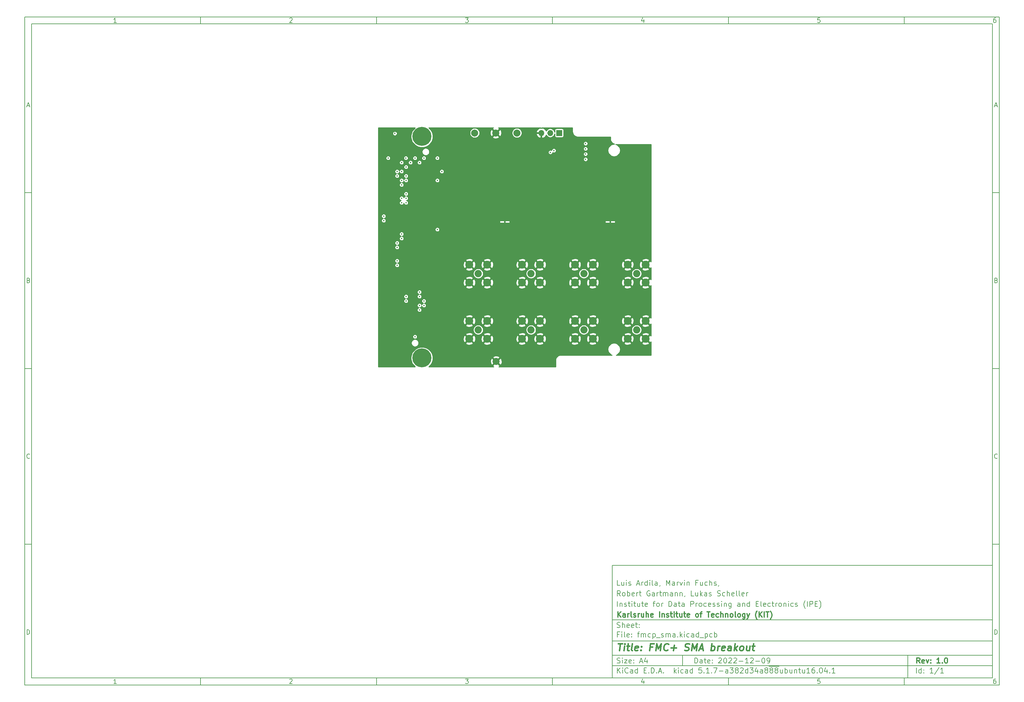
<source format=gbr>
%TF.GenerationSoftware,KiCad,Pcbnew,5.1.7-a382d34a8~88~ubuntu16.04.1*%
%TF.CreationDate,2022-12-09T17:32:20+01:00*%
%TF.ProjectId,fmcp_sma,666d6370-5f73-46d6-912e-6b696361645f,1.0*%
%TF.SameCoordinates,Original*%
%TF.FileFunction,Copper,L3,Inr*%
%TF.FilePolarity,Positive*%
%FSLAX46Y46*%
G04 Gerber Fmt 4.6, Leading zero omitted, Abs format (unit mm)*
G04 Created by KiCad (PCBNEW 5.1.7-a382d34a8~88~ubuntu16.04.1) date 2022-12-09 17:32:20*
%MOMM*%
%LPD*%
G01*
G04 APERTURE LIST*
%ADD10C,0.050000*%
%ADD11C,0.150000*%
%ADD12C,0.300000*%
%ADD13C,0.400000*%
%TA.AperFunction,ComponentPad*%
%ADD14C,2.000000*%
%TD*%
%TA.AperFunction,ComponentPad*%
%ADD15O,1.700000X1.700000*%
%TD*%
%TA.AperFunction,ComponentPad*%
%ADD16R,1.700000X1.700000*%
%TD*%
%TA.AperFunction,ComponentPad*%
%ADD17C,1.550000*%
%TD*%
%TA.AperFunction,ComponentPad*%
%ADD18C,2.250000*%
%TD*%
%TA.AperFunction,ComponentPad*%
%ADD19C,2.050000*%
%TD*%
%TA.AperFunction,ComponentPad*%
%ADD20C,5.400000*%
%TD*%
%TA.AperFunction,ViaPad*%
%ADD21C,0.440000*%
%TD*%
%TA.AperFunction,Conductor*%
%ADD22C,0.254000*%
%TD*%
%TA.AperFunction,Conductor*%
%ADD23C,0.050000*%
%TD*%
G04 APERTURE END LIST*
D10*
D11*
X177002200Y-166007200D02*
X177002200Y-198007200D01*
X285002200Y-198007200D01*
X285002200Y-166007200D01*
X177002200Y-166007200D01*
D10*
D11*
X10000000Y-10000000D02*
X10000000Y-200007200D01*
X287002200Y-200007200D01*
X287002200Y-10000000D01*
X10000000Y-10000000D01*
D10*
D11*
X12000000Y-12000000D02*
X12000000Y-198007200D01*
X285002200Y-198007200D01*
X285002200Y-12000000D01*
X12000000Y-12000000D01*
D10*
D11*
X60000000Y-12000000D02*
X60000000Y-10000000D01*
D10*
D11*
X110000000Y-12000000D02*
X110000000Y-10000000D01*
D10*
D11*
X160000000Y-12000000D02*
X160000000Y-10000000D01*
D10*
D11*
X210000000Y-12000000D02*
X210000000Y-10000000D01*
D10*
D11*
X260000000Y-12000000D02*
X260000000Y-10000000D01*
D10*
D11*
X36065476Y-11588095D02*
X35322619Y-11588095D01*
X35694047Y-11588095D02*
X35694047Y-10288095D01*
X35570238Y-10473809D01*
X35446428Y-10597619D01*
X35322619Y-10659523D01*
D10*
D11*
X85322619Y-10411904D02*
X85384523Y-10350000D01*
X85508333Y-10288095D01*
X85817857Y-10288095D01*
X85941666Y-10350000D01*
X86003571Y-10411904D01*
X86065476Y-10535714D01*
X86065476Y-10659523D01*
X86003571Y-10845238D01*
X85260714Y-11588095D01*
X86065476Y-11588095D01*
D10*
D11*
X135260714Y-10288095D02*
X136065476Y-10288095D01*
X135632142Y-10783333D01*
X135817857Y-10783333D01*
X135941666Y-10845238D01*
X136003571Y-10907142D01*
X136065476Y-11030952D01*
X136065476Y-11340476D01*
X136003571Y-11464285D01*
X135941666Y-11526190D01*
X135817857Y-11588095D01*
X135446428Y-11588095D01*
X135322619Y-11526190D01*
X135260714Y-11464285D01*
D10*
D11*
X185941666Y-10721428D02*
X185941666Y-11588095D01*
X185632142Y-10226190D02*
X185322619Y-11154761D01*
X186127380Y-11154761D01*
D10*
D11*
X236003571Y-10288095D02*
X235384523Y-10288095D01*
X235322619Y-10907142D01*
X235384523Y-10845238D01*
X235508333Y-10783333D01*
X235817857Y-10783333D01*
X235941666Y-10845238D01*
X236003571Y-10907142D01*
X236065476Y-11030952D01*
X236065476Y-11340476D01*
X236003571Y-11464285D01*
X235941666Y-11526190D01*
X235817857Y-11588095D01*
X235508333Y-11588095D01*
X235384523Y-11526190D01*
X235322619Y-11464285D01*
D10*
D11*
X285941666Y-10288095D02*
X285694047Y-10288095D01*
X285570238Y-10350000D01*
X285508333Y-10411904D01*
X285384523Y-10597619D01*
X285322619Y-10845238D01*
X285322619Y-11340476D01*
X285384523Y-11464285D01*
X285446428Y-11526190D01*
X285570238Y-11588095D01*
X285817857Y-11588095D01*
X285941666Y-11526190D01*
X286003571Y-11464285D01*
X286065476Y-11340476D01*
X286065476Y-11030952D01*
X286003571Y-10907142D01*
X285941666Y-10845238D01*
X285817857Y-10783333D01*
X285570238Y-10783333D01*
X285446428Y-10845238D01*
X285384523Y-10907142D01*
X285322619Y-11030952D01*
D10*
D11*
X60000000Y-198007200D02*
X60000000Y-200007200D01*
D10*
D11*
X110000000Y-198007200D02*
X110000000Y-200007200D01*
D10*
D11*
X160000000Y-198007200D02*
X160000000Y-200007200D01*
D10*
D11*
X210000000Y-198007200D02*
X210000000Y-200007200D01*
D10*
D11*
X260000000Y-198007200D02*
X260000000Y-200007200D01*
D10*
D11*
X36065476Y-199595295D02*
X35322619Y-199595295D01*
X35694047Y-199595295D02*
X35694047Y-198295295D01*
X35570238Y-198481009D01*
X35446428Y-198604819D01*
X35322619Y-198666723D01*
D10*
D11*
X85322619Y-198419104D02*
X85384523Y-198357200D01*
X85508333Y-198295295D01*
X85817857Y-198295295D01*
X85941666Y-198357200D01*
X86003571Y-198419104D01*
X86065476Y-198542914D01*
X86065476Y-198666723D01*
X86003571Y-198852438D01*
X85260714Y-199595295D01*
X86065476Y-199595295D01*
D10*
D11*
X135260714Y-198295295D02*
X136065476Y-198295295D01*
X135632142Y-198790533D01*
X135817857Y-198790533D01*
X135941666Y-198852438D01*
X136003571Y-198914342D01*
X136065476Y-199038152D01*
X136065476Y-199347676D01*
X136003571Y-199471485D01*
X135941666Y-199533390D01*
X135817857Y-199595295D01*
X135446428Y-199595295D01*
X135322619Y-199533390D01*
X135260714Y-199471485D01*
D10*
D11*
X185941666Y-198728628D02*
X185941666Y-199595295D01*
X185632142Y-198233390D02*
X185322619Y-199161961D01*
X186127380Y-199161961D01*
D10*
D11*
X236003571Y-198295295D02*
X235384523Y-198295295D01*
X235322619Y-198914342D01*
X235384523Y-198852438D01*
X235508333Y-198790533D01*
X235817857Y-198790533D01*
X235941666Y-198852438D01*
X236003571Y-198914342D01*
X236065476Y-199038152D01*
X236065476Y-199347676D01*
X236003571Y-199471485D01*
X235941666Y-199533390D01*
X235817857Y-199595295D01*
X235508333Y-199595295D01*
X235384523Y-199533390D01*
X235322619Y-199471485D01*
D10*
D11*
X285941666Y-198295295D02*
X285694047Y-198295295D01*
X285570238Y-198357200D01*
X285508333Y-198419104D01*
X285384523Y-198604819D01*
X285322619Y-198852438D01*
X285322619Y-199347676D01*
X285384523Y-199471485D01*
X285446428Y-199533390D01*
X285570238Y-199595295D01*
X285817857Y-199595295D01*
X285941666Y-199533390D01*
X286003571Y-199471485D01*
X286065476Y-199347676D01*
X286065476Y-199038152D01*
X286003571Y-198914342D01*
X285941666Y-198852438D01*
X285817857Y-198790533D01*
X285570238Y-198790533D01*
X285446428Y-198852438D01*
X285384523Y-198914342D01*
X285322619Y-199038152D01*
D10*
D11*
X10000000Y-60000000D02*
X12000000Y-60000000D01*
D10*
D11*
X10000000Y-110000000D02*
X12000000Y-110000000D01*
D10*
D11*
X10000000Y-160000000D02*
X12000000Y-160000000D01*
D10*
D11*
X10690476Y-35216666D02*
X11309523Y-35216666D01*
X10566666Y-35588095D02*
X11000000Y-34288095D01*
X11433333Y-35588095D01*
D10*
D11*
X11092857Y-84907142D02*
X11278571Y-84969047D01*
X11340476Y-85030952D01*
X11402380Y-85154761D01*
X11402380Y-85340476D01*
X11340476Y-85464285D01*
X11278571Y-85526190D01*
X11154761Y-85588095D01*
X10659523Y-85588095D01*
X10659523Y-84288095D01*
X11092857Y-84288095D01*
X11216666Y-84350000D01*
X11278571Y-84411904D01*
X11340476Y-84535714D01*
X11340476Y-84659523D01*
X11278571Y-84783333D01*
X11216666Y-84845238D01*
X11092857Y-84907142D01*
X10659523Y-84907142D01*
D10*
D11*
X11402380Y-135464285D02*
X11340476Y-135526190D01*
X11154761Y-135588095D01*
X11030952Y-135588095D01*
X10845238Y-135526190D01*
X10721428Y-135402380D01*
X10659523Y-135278571D01*
X10597619Y-135030952D01*
X10597619Y-134845238D01*
X10659523Y-134597619D01*
X10721428Y-134473809D01*
X10845238Y-134350000D01*
X11030952Y-134288095D01*
X11154761Y-134288095D01*
X11340476Y-134350000D01*
X11402380Y-134411904D01*
D10*
D11*
X10659523Y-185588095D02*
X10659523Y-184288095D01*
X10969047Y-184288095D01*
X11154761Y-184350000D01*
X11278571Y-184473809D01*
X11340476Y-184597619D01*
X11402380Y-184845238D01*
X11402380Y-185030952D01*
X11340476Y-185278571D01*
X11278571Y-185402380D01*
X11154761Y-185526190D01*
X10969047Y-185588095D01*
X10659523Y-185588095D01*
D10*
D11*
X287002200Y-60000000D02*
X285002200Y-60000000D01*
D10*
D11*
X287002200Y-110000000D02*
X285002200Y-110000000D01*
D10*
D11*
X287002200Y-160000000D02*
X285002200Y-160000000D01*
D10*
D11*
X285692676Y-35216666D02*
X286311723Y-35216666D01*
X285568866Y-35588095D02*
X286002200Y-34288095D01*
X286435533Y-35588095D01*
D10*
D11*
X286095057Y-84907142D02*
X286280771Y-84969047D01*
X286342676Y-85030952D01*
X286404580Y-85154761D01*
X286404580Y-85340476D01*
X286342676Y-85464285D01*
X286280771Y-85526190D01*
X286156961Y-85588095D01*
X285661723Y-85588095D01*
X285661723Y-84288095D01*
X286095057Y-84288095D01*
X286218866Y-84350000D01*
X286280771Y-84411904D01*
X286342676Y-84535714D01*
X286342676Y-84659523D01*
X286280771Y-84783333D01*
X286218866Y-84845238D01*
X286095057Y-84907142D01*
X285661723Y-84907142D01*
D10*
D11*
X286404580Y-135464285D02*
X286342676Y-135526190D01*
X286156961Y-135588095D01*
X286033152Y-135588095D01*
X285847438Y-135526190D01*
X285723628Y-135402380D01*
X285661723Y-135278571D01*
X285599819Y-135030952D01*
X285599819Y-134845238D01*
X285661723Y-134597619D01*
X285723628Y-134473809D01*
X285847438Y-134350000D01*
X286033152Y-134288095D01*
X286156961Y-134288095D01*
X286342676Y-134350000D01*
X286404580Y-134411904D01*
D10*
D11*
X285661723Y-185588095D02*
X285661723Y-184288095D01*
X285971247Y-184288095D01*
X286156961Y-184350000D01*
X286280771Y-184473809D01*
X286342676Y-184597619D01*
X286404580Y-184845238D01*
X286404580Y-185030952D01*
X286342676Y-185278571D01*
X286280771Y-185402380D01*
X286156961Y-185526190D01*
X285971247Y-185588095D01*
X285661723Y-185588095D01*
D10*
D11*
X200434342Y-193785771D02*
X200434342Y-192285771D01*
X200791485Y-192285771D01*
X201005771Y-192357200D01*
X201148628Y-192500057D01*
X201220057Y-192642914D01*
X201291485Y-192928628D01*
X201291485Y-193142914D01*
X201220057Y-193428628D01*
X201148628Y-193571485D01*
X201005771Y-193714342D01*
X200791485Y-193785771D01*
X200434342Y-193785771D01*
X202577200Y-193785771D02*
X202577200Y-193000057D01*
X202505771Y-192857200D01*
X202362914Y-192785771D01*
X202077200Y-192785771D01*
X201934342Y-192857200D01*
X202577200Y-193714342D02*
X202434342Y-193785771D01*
X202077200Y-193785771D01*
X201934342Y-193714342D01*
X201862914Y-193571485D01*
X201862914Y-193428628D01*
X201934342Y-193285771D01*
X202077200Y-193214342D01*
X202434342Y-193214342D01*
X202577200Y-193142914D01*
X203077200Y-192785771D02*
X203648628Y-192785771D01*
X203291485Y-192285771D02*
X203291485Y-193571485D01*
X203362914Y-193714342D01*
X203505771Y-193785771D01*
X203648628Y-193785771D01*
X204720057Y-193714342D02*
X204577200Y-193785771D01*
X204291485Y-193785771D01*
X204148628Y-193714342D01*
X204077200Y-193571485D01*
X204077200Y-193000057D01*
X204148628Y-192857200D01*
X204291485Y-192785771D01*
X204577200Y-192785771D01*
X204720057Y-192857200D01*
X204791485Y-193000057D01*
X204791485Y-193142914D01*
X204077200Y-193285771D01*
X205434342Y-193642914D02*
X205505771Y-193714342D01*
X205434342Y-193785771D01*
X205362914Y-193714342D01*
X205434342Y-193642914D01*
X205434342Y-193785771D01*
X205434342Y-192857200D02*
X205505771Y-192928628D01*
X205434342Y-193000057D01*
X205362914Y-192928628D01*
X205434342Y-192857200D01*
X205434342Y-193000057D01*
X207220057Y-192428628D02*
X207291485Y-192357200D01*
X207434342Y-192285771D01*
X207791485Y-192285771D01*
X207934342Y-192357200D01*
X208005771Y-192428628D01*
X208077200Y-192571485D01*
X208077200Y-192714342D01*
X208005771Y-192928628D01*
X207148628Y-193785771D01*
X208077200Y-193785771D01*
X209005771Y-192285771D02*
X209148628Y-192285771D01*
X209291485Y-192357200D01*
X209362914Y-192428628D01*
X209434342Y-192571485D01*
X209505771Y-192857200D01*
X209505771Y-193214342D01*
X209434342Y-193500057D01*
X209362914Y-193642914D01*
X209291485Y-193714342D01*
X209148628Y-193785771D01*
X209005771Y-193785771D01*
X208862914Y-193714342D01*
X208791485Y-193642914D01*
X208720057Y-193500057D01*
X208648628Y-193214342D01*
X208648628Y-192857200D01*
X208720057Y-192571485D01*
X208791485Y-192428628D01*
X208862914Y-192357200D01*
X209005771Y-192285771D01*
X210077200Y-192428628D02*
X210148628Y-192357200D01*
X210291485Y-192285771D01*
X210648628Y-192285771D01*
X210791485Y-192357200D01*
X210862914Y-192428628D01*
X210934342Y-192571485D01*
X210934342Y-192714342D01*
X210862914Y-192928628D01*
X210005771Y-193785771D01*
X210934342Y-193785771D01*
X211505771Y-192428628D02*
X211577200Y-192357200D01*
X211720057Y-192285771D01*
X212077200Y-192285771D01*
X212220057Y-192357200D01*
X212291485Y-192428628D01*
X212362914Y-192571485D01*
X212362914Y-192714342D01*
X212291485Y-192928628D01*
X211434342Y-193785771D01*
X212362914Y-193785771D01*
X213005771Y-193214342D02*
X214148628Y-193214342D01*
X215648628Y-193785771D02*
X214791485Y-193785771D01*
X215220057Y-193785771D02*
X215220057Y-192285771D01*
X215077200Y-192500057D01*
X214934342Y-192642914D01*
X214791485Y-192714342D01*
X216220057Y-192428628D02*
X216291485Y-192357200D01*
X216434342Y-192285771D01*
X216791485Y-192285771D01*
X216934342Y-192357200D01*
X217005771Y-192428628D01*
X217077200Y-192571485D01*
X217077200Y-192714342D01*
X217005771Y-192928628D01*
X216148628Y-193785771D01*
X217077200Y-193785771D01*
X217720057Y-193214342D02*
X218862914Y-193214342D01*
X219862914Y-192285771D02*
X220005771Y-192285771D01*
X220148628Y-192357200D01*
X220220057Y-192428628D01*
X220291485Y-192571485D01*
X220362914Y-192857200D01*
X220362914Y-193214342D01*
X220291485Y-193500057D01*
X220220057Y-193642914D01*
X220148628Y-193714342D01*
X220005771Y-193785771D01*
X219862914Y-193785771D01*
X219720057Y-193714342D01*
X219648628Y-193642914D01*
X219577200Y-193500057D01*
X219505771Y-193214342D01*
X219505771Y-192857200D01*
X219577200Y-192571485D01*
X219648628Y-192428628D01*
X219720057Y-192357200D01*
X219862914Y-192285771D01*
X221077200Y-193785771D02*
X221362914Y-193785771D01*
X221505771Y-193714342D01*
X221577200Y-193642914D01*
X221720057Y-193428628D01*
X221791485Y-193142914D01*
X221791485Y-192571485D01*
X221720057Y-192428628D01*
X221648628Y-192357200D01*
X221505771Y-192285771D01*
X221220057Y-192285771D01*
X221077200Y-192357200D01*
X221005771Y-192428628D01*
X220934342Y-192571485D01*
X220934342Y-192928628D01*
X221005771Y-193071485D01*
X221077200Y-193142914D01*
X221220057Y-193214342D01*
X221505771Y-193214342D01*
X221648628Y-193142914D01*
X221720057Y-193071485D01*
X221791485Y-192928628D01*
D10*
D11*
X177002200Y-194507200D02*
X285002200Y-194507200D01*
D10*
D11*
X178434342Y-196585771D02*
X178434342Y-195085771D01*
X179291485Y-196585771D02*
X178648628Y-195728628D01*
X179291485Y-195085771D02*
X178434342Y-195942914D01*
X179934342Y-196585771D02*
X179934342Y-195585771D01*
X179934342Y-195085771D02*
X179862914Y-195157200D01*
X179934342Y-195228628D01*
X180005771Y-195157200D01*
X179934342Y-195085771D01*
X179934342Y-195228628D01*
X181505771Y-196442914D02*
X181434342Y-196514342D01*
X181220057Y-196585771D01*
X181077200Y-196585771D01*
X180862914Y-196514342D01*
X180720057Y-196371485D01*
X180648628Y-196228628D01*
X180577200Y-195942914D01*
X180577200Y-195728628D01*
X180648628Y-195442914D01*
X180720057Y-195300057D01*
X180862914Y-195157200D01*
X181077200Y-195085771D01*
X181220057Y-195085771D01*
X181434342Y-195157200D01*
X181505771Y-195228628D01*
X182791485Y-196585771D02*
X182791485Y-195800057D01*
X182720057Y-195657200D01*
X182577200Y-195585771D01*
X182291485Y-195585771D01*
X182148628Y-195657200D01*
X182791485Y-196514342D02*
X182648628Y-196585771D01*
X182291485Y-196585771D01*
X182148628Y-196514342D01*
X182077200Y-196371485D01*
X182077200Y-196228628D01*
X182148628Y-196085771D01*
X182291485Y-196014342D01*
X182648628Y-196014342D01*
X182791485Y-195942914D01*
X184148628Y-196585771D02*
X184148628Y-195085771D01*
X184148628Y-196514342D02*
X184005771Y-196585771D01*
X183720057Y-196585771D01*
X183577200Y-196514342D01*
X183505771Y-196442914D01*
X183434342Y-196300057D01*
X183434342Y-195871485D01*
X183505771Y-195728628D01*
X183577200Y-195657200D01*
X183720057Y-195585771D01*
X184005771Y-195585771D01*
X184148628Y-195657200D01*
X186005771Y-195800057D02*
X186505771Y-195800057D01*
X186720057Y-196585771D02*
X186005771Y-196585771D01*
X186005771Y-195085771D01*
X186720057Y-195085771D01*
X187362914Y-196442914D02*
X187434342Y-196514342D01*
X187362914Y-196585771D01*
X187291485Y-196514342D01*
X187362914Y-196442914D01*
X187362914Y-196585771D01*
X188077200Y-196585771D02*
X188077200Y-195085771D01*
X188434342Y-195085771D01*
X188648628Y-195157200D01*
X188791485Y-195300057D01*
X188862914Y-195442914D01*
X188934342Y-195728628D01*
X188934342Y-195942914D01*
X188862914Y-196228628D01*
X188791485Y-196371485D01*
X188648628Y-196514342D01*
X188434342Y-196585771D01*
X188077200Y-196585771D01*
X189577200Y-196442914D02*
X189648628Y-196514342D01*
X189577200Y-196585771D01*
X189505771Y-196514342D01*
X189577200Y-196442914D01*
X189577200Y-196585771D01*
X190220057Y-196157200D02*
X190934342Y-196157200D01*
X190077200Y-196585771D02*
X190577200Y-195085771D01*
X191077200Y-196585771D01*
X191577200Y-196442914D02*
X191648628Y-196514342D01*
X191577200Y-196585771D01*
X191505771Y-196514342D01*
X191577200Y-196442914D01*
X191577200Y-196585771D01*
X194577200Y-196585771D02*
X194577200Y-195085771D01*
X194720057Y-196014342D02*
X195148628Y-196585771D01*
X195148628Y-195585771D02*
X194577200Y-196157200D01*
X195791485Y-196585771D02*
X195791485Y-195585771D01*
X195791485Y-195085771D02*
X195720057Y-195157200D01*
X195791485Y-195228628D01*
X195862914Y-195157200D01*
X195791485Y-195085771D01*
X195791485Y-195228628D01*
X197148628Y-196514342D02*
X197005771Y-196585771D01*
X196720057Y-196585771D01*
X196577200Y-196514342D01*
X196505771Y-196442914D01*
X196434342Y-196300057D01*
X196434342Y-195871485D01*
X196505771Y-195728628D01*
X196577200Y-195657200D01*
X196720057Y-195585771D01*
X197005771Y-195585771D01*
X197148628Y-195657200D01*
X198434342Y-196585771D02*
X198434342Y-195800057D01*
X198362914Y-195657200D01*
X198220057Y-195585771D01*
X197934342Y-195585771D01*
X197791485Y-195657200D01*
X198434342Y-196514342D02*
X198291485Y-196585771D01*
X197934342Y-196585771D01*
X197791485Y-196514342D01*
X197720057Y-196371485D01*
X197720057Y-196228628D01*
X197791485Y-196085771D01*
X197934342Y-196014342D01*
X198291485Y-196014342D01*
X198434342Y-195942914D01*
X199791485Y-196585771D02*
X199791485Y-195085771D01*
X199791485Y-196514342D02*
X199648628Y-196585771D01*
X199362914Y-196585771D01*
X199220057Y-196514342D01*
X199148628Y-196442914D01*
X199077200Y-196300057D01*
X199077200Y-195871485D01*
X199148628Y-195728628D01*
X199220057Y-195657200D01*
X199362914Y-195585771D01*
X199648628Y-195585771D01*
X199791485Y-195657200D01*
X202362914Y-195085771D02*
X201648628Y-195085771D01*
X201577200Y-195800057D01*
X201648628Y-195728628D01*
X201791485Y-195657200D01*
X202148628Y-195657200D01*
X202291485Y-195728628D01*
X202362914Y-195800057D01*
X202434342Y-195942914D01*
X202434342Y-196300057D01*
X202362914Y-196442914D01*
X202291485Y-196514342D01*
X202148628Y-196585771D01*
X201791485Y-196585771D01*
X201648628Y-196514342D01*
X201577200Y-196442914D01*
X203077200Y-196442914D02*
X203148628Y-196514342D01*
X203077200Y-196585771D01*
X203005771Y-196514342D01*
X203077200Y-196442914D01*
X203077200Y-196585771D01*
X204577200Y-196585771D02*
X203720057Y-196585771D01*
X204148628Y-196585771D02*
X204148628Y-195085771D01*
X204005771Y-195300057D01*
X203862914Y-195442914D01*
X203720057Y-195514342D01*
X205220057Y-196442914D02*
X205291485Y-196514342D01*
X205220057Y-196585771D01*
X205148628Y-196514342D01*
X205220057Y-196442914D01*
X205220057Y-196585771D01*
X205791485Y-195085771D02*
X206791485Y-195085771D01*
X206148628Y-196585771D01*
X207362914Y-196014342D02*
X208505771Y-196014342D01*
X209862914Y-196585771D02*
X209862914Y-195800057D01*
X209791485Y-195657200D01*
X209648628Y-195585771D01*
X209362914Y-195585771D01*
X209220057Y-195657200D01*
X209862914Y-196514342D02*
X209720057Y-196585771D01*
X209362914Y-196585771D01*
X209220057Y-196514342D01*
X209148628Y-196371485D01*
X209148628Y-196228628D01*
X209220057Y-196085771D01*
X209362914Y-196014342D01*
X209720057Y-196014342D01*
X209862914Y-195942914D01*
X210434342Y-195085771D02*
X211362914Y-195085771D01*
X210862914Y-195657200D01*
X211077200Y-195657200D01*
X211220057Y-195728628D01*
X211291485Y-195800057D01*
X211362914Y-195942914D01*
X211362914Y-196300057D01*
X211291485Y-196442914D01*
X211220057Y-196514342D01*
X211077200Y-196585771D01*
X210648628Y-196585771D01*
X210505771Y-196514342D01*
X210434342Y-196442914D01*
X212220057Y-195728628D02*
X212077200Y-195657200D01*
X212005771Y-195585771D01*
X211934342Y-195442914D01*
X211934342Y-195371485D01*
X212005771Y-195228628D01*
X212077200Y-195157200D01*
X212220057Y-195085771D01*
X212505771Y-195085771D01*
X212648628Y-195157200D01*
X212720057Y-195228628D01*
X212791485Y-195371485D01*
X212791485Y-195442914D01*
X212720057Y-195585771D01*
X212648628Y-195657200D01*
X212505771Y-195728628D01*
X212220057Y-195728628D01*
X212077200Y-195800057D01*
X212005771Y-195871485D01*
X211934342Y-196014342D01*
X211934342Y-196300057D01*
X212005771Y-196442914D01*
X212077200Y-196514342D01*
X212220057Y-196585771D01*
X212505771Y-196585771D01*
X212648628Y-196514342D01*
X212720057Y-196442914D01*
X212791485Y-196300057D01*
X212791485Y-196014342D01*
X212720057Y-195871485D01*
X212648628Y-195800057D01*
X212505771Y-195728628D01*
X213362914Y-195228628D02*
X213434342Y-195157200D01*
X213577200Y-195085771D01*
X213934342Y-195085771D01*
X214077200Y-195157200D01*
X214148628Y-195228628D01*
X214220057Y-195371485D01*
X214220057Y-195514342D01*
X214148628Y-195728628D01*
X213291485Y-196585771D01*
X214220057Y-196585771D01*
X215505771Y-196585771D02*
X215505771Y-195085771D01*
X215505771Y-196514342D02*
X215362914Y-196585771D01*
X215077200Y-196585771D01*
X214934342Y-196514342D01*
X214862914Y-196442914D01*
X214791485Y-196300057D01*
X214791485Y-195871485D01*
X214862914Y-195728628D01*
X214934342Y-195657200D01*
X215077200Y-195585771D01*
X215362914Y-195585771D01*
X215505771Y-195657200D01*
X216077200Y-195085771D02*
X217005771Y-195085771D01*
X216505771Y-195657200D01*
X216720057Y-195657200D01*
X216862914Y-195728628D01*
X216934342Y-195800057D01*
X217005771Y-195942914D01*
X217005771Y-196300057D01*
X216934342Y-196442914D01*
X216862914Y-196514342D01*
X216720057Y-196585771D01*
X216291485Y-196585771D01*
X216148628Y-196514342D01*
X216077200Y-196442914D01*
X218291485Y-195585771D02*
X218291485Y-196585771D01*
X217934342Y-195014342D02*
X217577200Y-196085771D01*
X218505771Y-196085771D01*
X219720057Y-196585771D02*
X219720057Y-195800057D01*
X219648628Y-195657200D01*
X219505771Y-195585771D01*
X219220057Y-195585771D01*
X219077200Y-195657200D01*
X219720057Y-196514342D02*
X219577200Y-196585771D01*
X219220057Y-196585771D01*
X219077200Y-196514342D01*
X219005771Y-196371485D01*
X219005771Y-196228628D01*
X219077200Y-196085771D01*
X219220057Y-196014342D01*
X219577200Y-196014342D01*
X219720057Y-195942914D01*
X220648628Y-195728628D02*
X220505771Y-195657200D01*
X220434342Y-195585771D01*
X220362914Y-195442914D01*
X220362914Y-195371485D01*
X220434342Y-195228628D01*
X220505771Y-195157200D01*
X220648628Y-195085771D01*
X220934342Y-195085771D01*
X221077200Y-195157200D01*
X221148628Y-195228628D01*
X221220057Y-195371485D01*
X221220057Y-195442914D01*
X221148628Y-195585771D01*
X221077200Y-195657200D01*
X220934342Y-195728628D01*
X220648628Y-195728628D01*
X220505771Y-195800057D01*
X220434342Y-195871485D01*
X220362914Y-196014342D01*
X220362914Y-196300057D01*
X220434342Y-196442914D01*
X220505771Y-196514342D01*
X220648628Y-196585771D01*
X220934342Y-196585771D01*
X221077200Y-196514342D01*
X221148628Y-196442914D01*
X221220057Y-196300057D01*
X221220057Y-196014342D01*
X221148628Y-195871485D01*
X221077200Y-195800057D01*
X220934342Y-195728628D01*
X221505771Y-194677200D02*
X222934342Y-194677200D01*
X222077200Y-195728628D02*
X221934342Y-195657200D01*
X221862914Y-195585771D01*
X221791485Y-195442914D01*
X221791485Y-195371485D01*
X221862914Y-195228628D01*
X221934342Y-195157200D01*
X222077200Y-195085771D01*
X222362914Y-195085771D01*
X222505771Y-195157200D01*
X222577200Y-195228628D01*
X222648628Y-195371485D01*
X222648628Y-195442914D01*
X222577200Y-195585771D01*
X222505771Y-195657200D01*
X222362914Y-195728628D01*
X222077200Y-195728628D01*
X221934342Y-195800057D01*
X221862914Y-195871485D01*
X221791485Y-196014342D01*
X221791485Y-196300057D01*
X221862914Y-196442914D01*
X221934342Y-196514342D01*
X222077200Y-196585771D01*
X222362914Y-196585771D01*
X222505771Y-196514342D01*
X222577200Y-196442914D01*
X222648628Y-196300057D01*
X222648628Y-196014342D01*
X222577200Y-195871485D01*
X222505771Y-195800057D01*
X222362914Y-195728628D01*
X222934342Y-194677200D02*
X224362914Y-194677200D01*
X223505771Y-195728628D02*
X223362914Y-195657200D01*
X223291485Y-195585771D01*
X223220057Y-195442914D01*
X223220057Y-195371485D01*
X223291485Y-195228628D01*
X223362914Y-195157200D01*
X223505771Y-195085771D01*
X223791485Y-195085771D01*
X223934342Y-195157200D01*
X224005771Y-195228628D01*
X224077199Y-195371485D01*
X224077199Y-195442914D01*
X224005771Y-195585771D01*
X223934342Y-195657200D01*
X223791485Y-195728628D01*
X223505771Y-195728628D01*
X223362914Y-195800057D01*
X223291485Y-195871485D01*
X223220057Y-196014342D01*
X223220057Y-196300057D01*
X223291485Y-196442914D01*
X223362914Y-196514342D01*
X223505771Y-196585771D01*
X223791485Y-196585771D01*
X223934342Y-196514342D01*
X224005771Y-196442914D01*
X224077199Y-196300057D01*
X224077199Y-196014342D01*
X224005771Y-195871485D01*
X223934342Y-195800057D01*
X223791485Y-195728628D01*
X225362914Y-195585771D02*
X225362914Y-196585771D01*
X224720057Y-195585771D02*
X224720057Y-196371485D01*
X224791485Y-196514342D01*
X224934342Y-196585771D01*
X225148628Y-196585771D01*
X225291485Y-196514342D01*
X225362914Y-196442914D01*
X226077199Y-196585771D02*
X226077199Y-195085771D01*
X226077199Y-195657200D02*
X226220057Y-195585771D01*
X226505771Y-195585771D01*
X226648628Y-195657200D01*
X226720057Y-195728628D01*
X226791485Y-195871485D01*
X226791485Y-196300057D01*
X226720057Y-196442914D01*
X226648628Y-196514342D01*
X226505771Y-196585771D01*
X226220057Y-196585771D01*
X226077199Y-196514342D01*
X228077199Y-195585771D02*
X228077199Y-196585771D01*
X227434342Y-195585771D02*
X227434342Y-196371485D01*
X227505771Y-196514342D01*
X227648628Y-196585771D01*
X227862914Y-196585771D01*
X228005771Y-196514342D01*
X228077199Y-196442914D01*
X228791485Y-195585771D02*
X228791485Y-196585771D01*
X228791485Y-195728628D02*
X228862914Y-195657200D01*
X229005771Y-195585771D01*
X229220057Y-195585771D01*
X229362914Y-195657200D01*
X229434342Y-195800057D01*
X229434342Y-196585771D01*
X229934342Y-195585771D02*
X230505771Y-195585771D01*
X230148628Y-195085771D02*
X230148628Y-196371485D01*
X230220057Y-196514342D01*
X230362914Y-196585771D01*
X230505771Y-196585771D01*
X231648628Y-195585771D02*
X231648628Y-196585771D01*
X231005771Y-195585771D02*
X231005771Y-196371485D01*
X231077199Y-196514342D01*
X231220057Y-196585771D01*
X231434342Y-196585771D01*
X231577199Y-196514342D01*
X231648628Y-196442914D01*
X233148628Y-196585771D02*
X232291485Y-196585771D01*
X232720057Y-196585771D02*
X232720057Y-195085771D01*
X232577200Y-195300057D01*
X232434342Y-195442914D01*
X232291485Y-195514342D01*
X234434342Y-195085771D02*
X234148628Y-195085771D01*
X234005771Y-195157200D01*
X233934342Y-195228628D01*
X233791485Y-195442914D01*
X233720057Y-195728628D01*
X233720057Y-196300057D01*
X233791485Y-196442914D01*
X233862914Y-196514342D01*
X234005771Y-196585771D01*
X234291485Y-196585771D01*
X234434342Y-196514342D01*
X234505771Y-196442914D01*
X234577199Y-196300057D01*
X234577199Y-195942914D01*
X234505771Y-195800057D01*
X234434342Y-195728628D01*
X234291485Y-195657200D01*
X234005771Y-195657200D01*
X233862914Y-195728628D01*
X233791485Y-195800057D01*
X233720057Y-195942914D01*
X235220057Y-196442914D02*
X235291485Y-196514342D01*
X235220057Y-196585771D01*
X235148628Y-196514342D01*
X235220057Y-196442914D01*
X235220057Y-196585771D01*
X236220057Y-195085771D02*
X236362914Y-195085771D01*
X236505771Y-195157200D01*
X236577199Y-195228628D01*
X236648628Y-195371485D01*
X236720057Y-195657200D01*
X236720057Y-196014342D01*
X236648628Y-196300057D01*
X236577199Y-196442914D01*
X236505771Y-196514342D01*
X236362914Y-196585771D01*
X236220057Y-196585771D01*
X236077199Y-196514342D01*
X236005771Y-196442914D01*
X235934342Y-196300057D01*
X235862914Y-196014342D01*
X235862914Y-195657200D01*
X235934342Y-195371485D01*
X236005771Y-195228628D01*
X236077199Y-195157200D01*
X236220057Y-195085771D01*
X238005771Y-195585771D02*
X238005771Y-196585771D01*
X237648628Y-195014342D02*
X237291485Y-196085771D01*
X238220057Y-196085771D01*
X238791485Y-196442914D02*
X238862914Y-196514342D01*
X238791485Y-196585771D01*
X238720057Y-196514342D01*
X238791485Y-196442914D01*
X238791485Y-196585771D01*
X240291485Y-196585771D02*
X239434342Y-196585771D01*
X239862914Y-196585771D02*
X239862914Y-195085771D01*
X239720057Y-195300057D01*
X239577199Y-195442914D01*
X239434342Y-195514342D01*
D10*
D11*
X177002200Y-191507200D02*
X285002200Y-191507200D01*
D10*
D12*
X264411485Y-193785771D02*
X263911485Y-193071485D01*
X263554342Y-193785771D02*
X263554342Y-192285771D01*
X264125771Y-192285771D01*
X264268628Y-192357200D01*
X264340057Y-192428628D01*
X264411485Y-192571485D01*
X264411485Y-192785771D01*
X264340057Y-192928628D01*
X264268628Y-193000057D01*
X264125771Y-193071485D01*
X263554342Y-193071485D01*
X265625771Y-193714342D02*
X265482914Y-193785771D01*
X265197200Y-193785771D01*
X265054342Y-193714342D01*
X264982914Y-193571485D01*
X264982914Y-193000057D01*
X265054342Y-192857200D01*
X265197200Y-192785771D01*
X265482914Y-192785771D01*
X265625771Y-192857200D01*
X265697200Y-193000057D01*
X265697200Y-193142914D01*
X264982914Y-193285771D01*
X266197200Y-192785771D02*
X266554342Y-193785771D01*
X266911485Y-192785771D01*
X267482914Y-193642914D02*
X267554342Y-193714342D01*
X267482914Y-193785771D01*
X267411485Y-193714342D01*
X267482914Y-193642914D01*
X267482914Y-193785771D01*
X267482914Y-192857200D02*
X267554342Y-192928628D01*
X267482914Y-193000057D01*
X267411485Y-192928628D01*
X267482914Y-192857200D01*
X267482914Y-193000057D01*
X270125771Y-193785771D02*
X269268628Y-193785771D01*
X269697200Y-193785771D02*
X269697200Y-192285771D01*
X269554342Y-192500057D01*
X269411485Y-192642914D01*
X269268628Y-192714342D01*
X270768628Y-193642914D02*
X270840057Y-193714342D01*
X270768628Y-193785771D01*
X270697200Y-193714342D01*
X270768628Y-193642914D01*
X270768628Y-193785771D01*
X271768628Y-192285771D02*
X271911485Y-192285771D01*
X272054342Y-192357200D01*
X272125771Y-192428628D01*
X272197200Y-192571485D01*
X272268628Y-192857200D01*
X272268628Y-193214342D01*
X272197200Y-193500057D01*
X272125771Y-193642914D01*
X272054342Y-193714342D01*
X271911485Y-193785771D01*
X271768628Y-193785771D01*
X271625771Y-193714342D01*
X271554342Y-193642914D01*
X271482914Y-193500057D01*
X271411485Y-193214342D01*
X271411485Y-192857200D01*
X271482914Y-192571485D01*
X271554342Y-192428628D01*
X271625771Y-192357200D01*
X271768628Y-192285771D01*
D10*
D11*
X178362914Y-193714342D02*
X178577200Y-193785771D01*
X178934342Y-193785771D01*
X179077200Y-193714342D01*
X179148628Y-193642914D01*
X179220057Y-193500057D01*
X179220057Y-193357200D01*
X179148628Y-193214342D01*
X179077200Y-193142914D01*
X178934342Y-193071485D01*
X178648628Y-193000057D01*
X178505771Y-192928628D01*
X178434342Y-192857200D01*
X178362914Y-192714342D01*
X178362914Y-192571485D01*
X178434342Y-192428628D01*
X178505771Y-192357200D01*
X178648628Y-192285771D01*
X179005771Y-192285771D01*
X179220057Y-192357200D01*
X179862914Y-193785771D02*
X179862914Y-192785771D01*
X179862914Y-192285771D02*
X179791485Y-192357200D01*
X179862914Y-192428628D01*
X179934342Y-192357200D01*
X179862914Y-192285771D01*
X179862914Y-192428628D01*
X180434342Y-192785771D02*
X181220057Y-192785771D01*
X180434342Y-193785771D01*
X181220057Y-193785771D01*
X182362914Y-193714342D02*
X182220057Y-193785771D01*
X181934342Y-193785771D01*
X181791485Y-193714342D01*
X181720057Y-193571485D01*
X181720057Y-193000057D01*
X181791485Y-192857200D01*
X181934342Y-192785771D01*
X182220057Y-192785771D01*
X182362914Y-192857200D01*
X182434342Y-193000057D01*
X182434342Y-193142914D01*
X181720057Y-193285771D01*
X183077200Y-193642914D02*
X183148628Y-193714342D01*
X183077200Y-193785771D01*
X183005771Y-193714342D01*
X183077200Y-193642914D01*
X183077200Y-193785771D01*
X183077200Y-192857200D02*
X183148628Y-192928628D01*
X183077200Y-193000057D01*
X183005771Y-192928628D01*
X183077200Y-192857200D01*
X183077200Y-193000057D01*
X184862914Y-193357200D02*
X185577200Y-193357200D01*
X184720057Y-193785771D02*
X185220057Y-192285771D01*
X185720057Y-193785771D01*
X186862914Y-192785771D02*
X186862914Y-193785771D01*
X186505771Y-192214342D02*
X186148628Y-193285771D01*
X187077200Y-193285771D01*
D10*
D11*
X263434342Y-196585771D02*
X263434342Y-195085771D01*
X264791485Y-196585771D02*
X264791485Y-195085771D01*
X264791485Y-196514342D02*
X264648628Y-196585771D01*
X264362914Y-196585771D01*
X264220057Y-196514342D01*
X264148628Y-196442914D01*
X264077200Y-196300057D01*
X264077200Y-195871485D01*
X264148628Y-195728628D01*
X264220057Y-195657200D01*
X264362914Y-195585771D01*
X264648628Y-195585771D01*
X264791485Y-195657200D01*
X265505771Y-196442914D02*
X265577200Y-196514342D01*
X265505771Y-196585771D01*
X265434342Y-196514342D01*
X265505771Y-196442914D01*
X265505771Y-196585771D01*
X265505771Y-195657200D02*
X265577200Y-195728628D01*
X265505771Y-195800057D01*
X265434342Y-195728628D01*
X265505771Y-195657200D01*
X265505771Y-195800057D01*
X268148628Y-196585771D02*
X267291485Y-196585771D01*
X267720057Y-196585771D02*
X267720057Y-195085771D01*
X267577200Y-195300057D01*
X267434342Y-195442914D01*
X267291485Y-195514342D01*
X269862914Y-195014342D02*
X268577200Y-196942914D01*
X271148628Y-196585771D02*
X270291485Y-196585771D01*
X270720057Y-196585771D02*
X270720057Y-195085771D01*
X270577200Y-195300057D01*
X270434342Y-195442914D01*
X270291485Y-195514342D01*
D10*
D11*
X177002200Y-187507200D02*
X285002200Y-187507200D01*
D10*
D13*
X178714580Y-188211961D02*
X179857438Y-188211961D01*
X179036009Y-190211961D02*
X179286009Y-188211961D01*
X180274104Y-190211961D02*
X180440771Y-188878628D01*
X180524104Y-188211961D02*
X180416961Y-188307200D01*
X180500295Y-188402438D01*
X180607438Y-188307200D01*
X180524104Y-188211961D01*
X180500295Y-188402438D01*
X181107438Y-188878628D02*
X181869342Y-188878628D01*
X181476485Y-188211961D02*
X181262200Y-189926247D01*
X181333628Y-190116723D01*
X181512200Y-190211961D01*
X181702676Y-190211961D01*
X182655057Y-190211961D02*
X182476485Y-190116723D01*
X182405057Y-189926247D01*
X182619342Y-188211961D01*
X184190771Y-190116723D02*
X183988390Y-190211961D01*
X183607438Y-190211961D01*
X183428866Y-190116723D01*
X183357438Y-189926247D01*
X183452676Y-189164342D01*
X183571723Y-188973866D01*
X183774104Y-188878628D01*
X184155057Y-188878628D01*
X184333628Y-188973866D01*
X184405057Y-189164342D01*
X184381247Y-189354819D01*
X183405057Y-189545295D01*
X185155057Y-190021485D02*
X185238390Y-190116723D01*
X185131247Y-190211961D01*
X185047914Y-190116723D01*
X185155057Y-190021485D01*
X185131247Y-190211961D01*
X185286009Y-188973866D02*
X185369342Y-189069104D01*
X185262200Y-189164342D01*
X185178866Y-189069104D01*
X185286009Y-188973866D01*
X185262200Y-189164342D01*
X188405057Y-189164342D02*
X187738390Y-189164342D01*
X187607438Y-190211961D02*
X187857438Y-188211961D01*
X188809819Y-188211961D01*
X189321723Y-190211961D02*
X189571723Y-188211961D01*
X190059819Y-189640533D01*
X190905057Y-188211961D01*
X190655057Y-190211961D01*
X192774104Y-190021485D02*
X192666961Y-190116723D01*
X192369342Y-190211961D01*
X192178866Y-190211961D01*
X191905057Y-190116723D01*
X191738390Y-189926247D01*
X191666961Y-189735771D01*
X191619342Y-189354819D01*
X191655057Y-189069104D01*
X191797914Y-188688152D01*
X191916961Y-188497676D01*
X192131247Y-188307200D01*
X192428866Y-188211961D01*
X192619342Y-188211961D01*
X192893152Y-188307200D01*
X192976485Y-188402438D01*
X193702676Y-189450057D02*
X195226485Y-189450057D01*
X194369342Y-190211961D02*
X194559819Y-188688152D01*
X197524104Y-190116723D02*
X197797914Y-190211961D01*
X198274104Y-190211961D01*
X198476485Y-190116723D01*
X198583628Y-190021485D01*
X198702676Y-189831009D01*
X198726485Y-189640533D01*
X198655057Y-189450057D01*
X198571723Y-189354819D01*
X198393152Y-189259580D01*
X198024104Y-189164342D01*
X197845533Y-189069104D01*
X197762200Y-188973866D01*
X197690771Y-188783390D01*
X197714580Y-188592914D01*
X197833628Y-188402438D01*
X197940771Y-188307200D01*
X198143152Y-188211961D01*
X198619342Y-188211961D01*
X198893152Y-188307200D01*
X199512200Y-190211961D02*
X199762200Y-188211961D01*
X200250295Y-189640533D01*
X201095533Y-188211961D01*
X200845533Y-190211961D01*
X201774104Y-189640533D02*
X202726485Y-189640533D01*
X201512200Y-190211961D02*
X202428866Y-188211961D01*
X202845533Y-190211961D01*
X205036009Y-190211961D02*
X205286009Y-188211961D01*
X205190771Y-188973866D02*
X205393152Y-188878628D01*
X205774104Y-188878628D01*
X205952676Y-188973866D01*
X206036009Y-189069104D01*
X206107438Y-189259580D01*
X206036009Y-189831009D01*
X205916961Y-190021485D01*
X205809819Y-190116723D01*
X205607438Y-190211961D01*
X205226485Y-190211961D01*
X205047914Y-190116723D01*
X206845533Y-190211961D02*
X207012200Y-188878628D01*
X206964580Y-189259580D02*
X207083628Y-189069104D01*
X207190771Y-188973866D01*
X207393152Y-188878628D01*
X207583628Y-188878628D01*
X208857438Y-190116723D02*
X208655057Y-190211961D01*
X208274104Y-190211961D01*
X208095533Y-190116723D01*
X208024104Y-189926247D01*
X208119342Y-189164342D01*
X208238390Y-188973866D01*
X208440771Y-188878628D01*
X208821723Y-188878628D01*
X209000295Y-188973866D01*
X209071723Y-189164342D01*
X209047914Y-189354819D01*
X208071723Y-189545295D01*
X210655057Y-190211961D02*
X210786009Y-189164342D01*
X210714580Y-188973866D01*
X210536009Y-188878628D01*
X210155057Y-188878628D01*
X209952676Y-188973866D01*
X210666961Y-190116723D02*
X210464580Y-190211961D01*
X209988390Y-190211961D01*
X209809819Y-190116723D01*
X209738390Y-189926247D01*
X209762200Y-189735771D01*
X209881247Y-189545295D01*
X210083628Y-189450057D01*
X210559819Y-189450057D01*
X210762200Y-189354819D01*
X211607438Y-190211961D02*
X211857438Y-188211961D01*
X211893152Y-189450057D02*
X212369342Y-190211961D01*
X212536009Y-188878628D02*
X211678866Y-189640533D01*
X213512200Y-190211961D02*
X213333628Y-190116723D01*
X213250295Y-190021485D01*
X213178866Y-189831009D01*
X213250295Y-189259580D01*
X213369342Y-189069104D01*
X213476485Y-188973866D01*
X213678866Y-188878628D01*
X213964580Y-188878628D01*
X214143152Y-188973866D01*
X214226485Y-189069104D01*
X214297914Y-189259580D01*
X214226485Y-189831009D01*
X214107438Y-190021485D01*
X214000295Y-190116723D01*
X213797914Y-190211961D01*
X213512200Y-190211961D01*
X216059819Y-188878628D02*
X215893152Y-190211961D01*
X215202676Y-188878628D02*
X215071723Y-189926247D01*
X215143152Y-190116723D01*
X215321723Y-190211961D01*
X215607438Y-190211961D01*
X215809819Y-190116723D01*
X215916961Y-190021485D01*
X216726485Y-188878628D02*
X217488390Y-188878628D01*
X217095533Y-188211961D02*
X216881247Y-189926247D01*
X216952676Y-190116723D01*
X217131247Y-190211961D01*
X217321723Y-190211961D01*
D10*
D11*
X178934342Y-185600057D02*
X178434342Y-185600057D01*
X178434342Y-186385771D02*
X178434342Y-184885771D01*
X179148628Y-184885771D01*
X179720057Y-186385771D02*
X179720057Y-185385771D01*
X179720057Y-184885771D02*
X179648628Y-184957200D01*
X179720057Y-185028628D01*
X179791485Y-184957200D01*
X179720057Y-184885771D01*
X179720057Y-185028628D01*
X180648628Y-186385771D02*
X180505771Y-186314342D01*
X180434342Y-186171485D01*
X180434342Y-184885771D01*
X181791485Y-186314342D02*
X181648628Y-186385771D01*
X181362914Y-186385771D01*
X181220057Y-186314342D01*
X181148628Y-186171485D01*
X181148628Y-185600057D01*
X181220057Y-185457200D01*
X181362914Y-185385771D01*
X181648628Y-185385771D01*
X181791485Y-185457200D01*
X181862914Y-185600057D01*
X181862914Y-185742914D01*
X181148628Y-185885771D01*
X182505771Y-186242914D02*
X182577200Y-186314342D01*
X182505771Y-186385771D01*
X182434342Y-186314342D01*
X182505771Y-186242914D01*
X182505771Y-186385771D01*
X182505771Y-185457200D02*
X182577200Y-185528628D01*
X182505771Y-185600057D01*
X182434342Y-185528628D01*
X182505771Y-185457200D01*
X182505771Y-185600057D01*
X184148628Y-185385771D02*
X184720057Y-185385771D01*
X184362914Y-186385771D02*
X184362914Y-185100057D01*
X184434342Y-184957200D01*
X184577200Y-184885771D01*
X184720057Y-184885771D01*
X185220057Y-186385771D02*
X185220057Y-185385771D01*
X185220057Y-185528628D02*
X185291485Y-185457200D01*
X185434342Y-185385771D01*
X185648628Y-185385771D01*
X185791485Y-185457200D01*
X185862914Y-185600057D01*
X185862914Y-186385771D01*
X185862914Y-185600057D02*
X185934342Y-185457200D01*
X186077200Y-185385771D01*
X186291485Y-185385771D01*
X186434342Y-185457200D01*
X186505771Y-185600057D01*
X186505771Y-186385771D01*
X187862914Y-186314342D02*
X187720057Y-186385771D01*
X187434342Y-186385771D01*
X187291485Y-186314342D01*
X187220057Y-186242914D01*
X187148628Y-186100057D01*
X187148628Y-185671485D01*
X187220057Y-185528628D01*
X187291485Y-185457200D01*
X187434342Y-185385771D01*
X187720057Y-185385771D01*
X187862914Y-185457200D01*
X188505771Y-185385771D02*
X188505771Y-186885771D01*
X188505771Y-185457200D02*
X188648628Y-185385771D01*
X188934342Y-185385771D01*
X189077200Y-185457200D01*
X189148628Y-185528628D01*
X189220057Y-185671485D01*
X189220057Y-186100057D01*
X189148628Y-186242914D01*
X189077200Y-186314342D01*
X188934342Y-186385771D01*
X188648628Y-186385771D01*
X188505771Y-186314342D01*
X189505771Y-186528628D02*
X190648628Y-186528628D01*
X190934342Y-186314342D02*
X191077200Y-186385771D01*
X191362914Y-186385771D01*
X191505771Y-186314342D01*
X191577200Y-186171485D01*
X191577200Y-186100057D01*
X191505771Y-185957200D01*
X191362914Y-185885771D01*
X191148628Y-185885771D01*
X191005771Y-185814342D01*
X190934342Y-185671485D01*
X190934342Y-185600057D01*
X191005771Y-185457200D01*
X191148628Y-185385771D01*
X191362914Y-185385771D01*
X191505771Y-185457200D01*
X192220057Y-186385771D02*
X192220057Y-185385771D01*
X192220057Y-185528628D02*
X192291485Y-185457200D01*
X192434342Y-185385771D01*
X192648628Y-185385771D01*
X192791485Y-185457200D01*
X192862914Y-185600057D01*
X192862914Y-186385771D01*
X192862914Y-185600057D02*
X192934342Y-185457200D01*
X193077200Y-185385771D01*
X193291485Y-185385771D01*
X193434342Y-185457200D01*
X193505771Y-185600057D01*
X193505771Y-186385771D01*
X194862914Y-186385771D02*
X194862914Y-185600057D01*
X194791485Y-185457200D01*
X194648628Y-185385771D01*
X194362914Y-185385771D01*
X194220057Y-185457200D01*
X194862914Y-186314342D02*
X194720057Y-186385771D01*
X194362914Y-186385771D01*
X194220057Y-186314342D01*
X194148628Y-186171485D01*
X194148628Y-186028628D01*
X194220057Y-185885771D01*
X194362914Y-185814342D01*
X194720057Y-185814342D01*
X194862914Y-185742914D01*
X195577200Y-186242914D02*
X195648628Y-186314342D01*
X195577200Y-186385771D01*
X195505771Y-186314342D01*
X195577200Y-186242914D01*
X195577200Y-186385771D01*
X196291485Y-186385771D02*
X196291485Y-184885771D01*
X196434342Y-185814342D02*
X196862914Y-186385771D01*
X196862914Y-185385771D02*
X196291485Y-185957200D01*
X197505771Y-186385771D02*
X197505771Y-185385771D01*
X197505771Y-184885771D02*
X197434342Y-184957200D01*
X197505771Y-185028628D01*
X197577200Y-184957200D01*
X197505771Y-184885771D01*
X197505771Y-185028628D01*
X198862914Y-186314342D02*
X198720057Y-186385771D01*
X198434342Y-186385771D01*
X198291485Y-186314342D01*
X198220057Y-186242914D01*
X198148628Y-186100057D01*
X198148628Y-185671485D01*
X198220057Y-185528628D01*
X198291485Y-185457200D01*
X198434342Y-185385771D01*
X198720057Y-185385771D01*
X198862914Y-185457200D01*
X200148628Y-186385771D02*
X200148628Y-185600057D01*
X200077200Y-185457200D01*
X199934342Y-185385771D01*
X199648628Y-185385771D01*
X199505771Y-185457200D01*
X200148628Y-186314342D02*
X200005771Y-186385771D01*
X199648628Y-186385771D01*
X199505771Y-186314342D01*
X199434342Y-186171485D01*
X199434342Y-186028628D01*
X199505771Y-185885771D01*
X199648628Y-185814342D01*
X200005771Y-185814342D01*
X200148628Y-185742914D01*
X201505771Y-186385771D02*
X201505771Y-184885771D01*
X201505771Y-186314342D02*
X201362914Y-186385771D01*
X201077200Y-186385771D01*
X200934342Y-186314342D01*
X200862914Y-186242914D01*
X200791485Y-186100057D01*
X200791485Y-185671485D01*
X200862914Y-185528628D01*
X200934342Y-185457200D01*
X201077200Y-185385771D01*
X201362914Y-185385771D01*
X201505771Y-185457200D01*
X201862914Y-186528628D02*
X203005771Y-186528628D01*
X203362914Y-185385771D02*
X203362914Y-186885771D01*
X203362914Y-185457200D02*
X203505771Y-185385771D01*
X203791485Y-185385771D01*
X203934342Y-185457200D01*
X204005771Y-185528628D01*
X204077200Y-185671485D01*
X204077200Y-186100057D01*
X204005771Y-186242914D01*
X203934342Y-186314342D01*
X203791485Y-186385771D01*
X203505771Y-186385771D01*
X203362914Y-186314342D01*
X205362914Y-186314342D02*
X205220057Y-186385771D01*
X204934342Y-186385771D01*
X204791485Y-186314342D01*
X204720057Y-186242914D01*
X204648628Y-186100057D01*
X204648628Y-185671485D01*
X204720057Y-185528628D01*
X204791485Y-185457200D01*
X204934342Y-185385771D01*
X205220057Y-185385771D01*
X205362914Y-185457200D01*
X206005771Y-186385771D02*
X206005771Y-184885771D01*
X206005771Y-185457200D02*
X206148628Y-185385771D01*
X206434342Y-185385771D01*
X206577200Y-185457200D01*
X206648628Y-185528628D01*
X206720057Y-185671485D01*
X206720057Y-186100057D01*
X206648628Y-186242914D01*
X206577200Y-186314342D01*
X206434342Y-186385771D01*
X206148628Y-186385771D01*
X206005771Y-186314342D01*
D10*
D11*
X177002200Y-181507200D02*
X285002200Y-181507200D01*
D10*
D11*
X178362914Y-183614342D02*
X178577200Y-183685771D01*
X178934342Y-183685771D01*
X179077200Y-183614342D01*
X179148628Y-183542914D01*
X179220057Y-183400057D01*
X179220057Y-183257200D01*
X179148628Y-183114342D01*
X179077200Y-183042914D01*
X178934342Y-182971485D01*
X178648628Y-182900057D01*
X178505771Y-182828628D01*
X178434342Y-182757200D01*
X178362914Y-182614342D01*
X178362914Y-182471485D01*
X178434342Y-182328628D01*
X178505771Y-182257200D01*
X178648628Y-182185771D01*
X179005771Y-182185771D01*
X179220057Y-182257200D01*
X179862914Y-183685771D02*
X179862914Y-182185771D01*
X180505771Y-183685771D02*
X180505771Y-182900057D01*
X180434342Y-182757200D01*
X180291485Y-182685771D01*
X180077200Y-182685771D01*
X179934342Y-182757200D01*
X179862914Y-182828628D01*
X181791485Y-183614342D02*
X181648628Y-183685771D01*
X181362914Y-183685771D01*
X181220057Y-183614342D01*
X181148628Y-183471485D01*
X181148628Y-182900057D01*
X181220057Y-182757200D01*
X181362914Y-182685771D01*
X181648628Y-182685771D01*
X181791485Y-182757200D01*
X181862914Y-182900057D01*
X181862914Y-183042914D01*
X181148628Y-183185771D01*
X183077200Y-183614342D02*
X182934342Y-183685771D01*
X182648628Y-183685771D01*
X182505771Y-183614342D01*
X182434342Y-183471485D01*
X182434342Y-182900057D01*
X182505771Y-182757200D01*
X182648628Y-182685771D01*
X182934342Y-182685771D01*
X183077200Y-182757200D01*
X183148628Y-182900057D01*
X183148628Y-183042914D01*
X182434342Y-183185771D01*
X183577200Y-182685771D02*
X184148628Y-182685771D01*
X183791485Y-182185771D02*
X183791485Y-183471485D01*
X183862914Y-183614342D01*
X184005771Y-183685771D01*
X184148628Y-183685771D01*
X184648628Y-183542914D02*
X184720057Y-183614342D01*
X184648628Y-183685771D01*
X184577200Y-183614342D01*
X184648628Y-183542914D01*
X184648628Y-183685771D01*
X184648628Y-182757200D02*
X184720057Y-182828628D01*
X184648628Y-182900057D01*
X184577200Y-182828628D01*
X184648628Y-182757200D01*
X184648628Y-182900057D01*
D10*
D12*
X178554342Y-180685771D02*
X178554342Y-179185771D01*
X179411485Y-180685771D02*
X178768628Y-179828628D01*
X179411485Y-179185771D02*
X178554342Y-180042914D01*
X180697200Y-180685771D02*
X180697200Y-179900057D01*
X180625771Y-179757200D01*
X180482914Y-179685771D01*
X180197200Y-179685771D01*
X180054342Y-179757200D01*
X180697200Y-180614342D02*
X180554342Y-180685771D01*
X180197200Y-180685771D01*
X180054342Y-180614342D01*
X179982914Y-180471485D01*
X179982914Y-180328628D01*
X180054342Y-180185771D01*
X180197200Y-180114342D01*
X180554342Y-180114342D01*
X180697200Y-180042914D01*
X181411485Y-180685771D02*
X181411485Y-179685771D01*
X181411485Y-179971485D02*
X181482914Y-179828628D01*
X181554342Y-179757200D01*
X181697200Y-179685771D01*
X181840057Y-179685771D01*
X182554342Y-180685771D02*
X182411485Y-180614342D01*
X182340057Y-180471485D01*
X182340057Y-179185771D01*
X183054342Y-180614342D02*
X183197200Y-180685771D01*
X183482914Y-180685771D01*
X183625771Y-180614342D01*
X183697200Y-180471485D01*
X183697200Y-180400057D01*
X183625771Y-180257200D01*
X183482914Y-180185771D01*
X183268628Y-180185771D01*
X183125771Y-180114342D01*
X183054342Y-179971485D01*
X183054342Y-179900057D01*
X183125771Y-179757200D01*
X183268628Y-179685771D01*
X183482914Y-179685771D01*
X183625771Y-179757200D01*
X184340057Y-180685771D02*
X184340057Y-179685771D01*
X184340057Y-179971485D02*
X184411485Y-179828628D01*
X184482914Y-179757200D01*
X184625771Y-179685771D01*
X184768628Y-179685771D01*
X185911485Y-179685771D02*
X185911485Y-180685771D01*
X185268628Y-179685771D02*
X185268628Y-180471485D01*
X185340057Y-180614342D01*
X185482914Y-180685771D01*
X185697200Y-180685771D01*
X185840057Y-180614342D01*
X185911485Y-180542914D01*
X186625771Y-180685771D02*
X186625771Y-179185771D01*
X187268628Y-180685771D02*
X187268628Y-179900057D01*
X187197200Y-179757200D01*
X187054342Y-179685771D01*
X186840057Y-179685771D01*
X186697200Y-179757200D01*
X186625771Y-179828628D01*
X188554342Y-180614342D02*
X188411485Y-180685771D01*
X188125771Y-180685771D01*
X187982914Y-180614342D01*
X187911485Y-180471485D01*
X187911485Y-179900057D01*
X187982914Y-179757200D01*
X188125771Y-179685771D01*
X188411485Y-179685771D01*
X188554342Y-179757200D01*
X188625771Y-179900057D01*
X188625771Y-180042914D01*
X187911485Y-180185771D01*
X190411485Y-180685771D02*
X190411485Y-179185771D01*
X191125771Y-179685771D02*
X191125771Y-180685771D01*
X191125771Y-179828628D02*
X191197200Y-179757200D01*
X191340057Y-179685771D01*
X191554342Y-179685771D01*
X191697200Y-179757200D01*
X191768628Y-179900057D01*
X191768628Y-180685771D01*
X192411485Y-180614342D02*
X192554342Y-180685771D01*
X192840057Y-180685771D01*
X192982914Y-180614342D01*
X193054342Y-180471485D01*
X193054342Y-180400057D01*
X192982914Y-180257200D01*
X192840057Y-180185771D01*
X192625771Y-180185771D01*
X192482914Y-180114342D01*
X192411485Y-179971485D01*
X192411485Y-179900057D01*
X192482914Y-179757200D01*
X192625771Y-179685771D01*
X192840057Y-179685771D01*
X192982914Y-179757200D01*
X193482914Y-179685771D02*
X194054342Y-179685771D01*
X193697200Y-179185771D02*
X193697200Y-180471485D01*
X193768628Y-180614342D01*
X193911485Y-180685771D01*
X194054342Y-180685771D01*
X194554342Y-180685771D02*
X194554342Y-179685771D01*
X194554342Y-179185771D02*
X194482914Y-179257200D01*
X194554342Y-179328628D01*
X194625771Y-179257200D01*
X194554342Y-179185771D01*
X194554342Y-179328628D01*
X195054342Y-179685771D02*
X195625771Y-179685771D01*
X195268628Y-179185771D02*
X195268628Y-180471485D01*
X195340057Y-180614342D01*
X195482914Y-180685771D01*
X195625771Y-180685771D01*
X196768628Y-179685771D02*
X196768628Y-180685771D01*
X196125771Y-179685771D02*
X196125771Y-180471485D01*
X196197200Y-180614342D01*
X196340057Y-180685771D01*
X196554342Y-180685771D01*
X196697200Y-180614342D01*
X196768628Y-180542914D01*
X197268628Y-179685771D02*
X197840057Y-179685771D01*
X197482914Y-179185771D02*
X197482914Y-180471485D01*
X197554342Y-180614342D01*
X197697200Y-180685771D01*
X197840057Y-180685771D01*
X198911485Y-180614342D02*
X198768628Y-180685771D01*
X198482914Y-180685771D01*
X198340057Y-180614342D01*
X198268628Y-180471485D01*
X198268628Y-179900057D01*
X198340057Y-179757200D01*
X198482914Y-179685771D01*
X198768628Y-179685771D01*
X198911485Y-179757200D01*
X198982914Y-179900057D01*
X198982914Y-180042914D01*
X198268628Y-180185771D01*
X200982914Y-180685771D02*
X200840057Y-180614342D01*
X200768628Y-180542914D01*
X200697200Y-180400057D01*
X200697200Y-179971485D01*
X200768628Y-179828628D01*
X200840057Y-179757200D01*
X200982914Y-179685771D01*
X201197200Y-179685771D01*
X201340057Y-179757200D01*
X201411485Y-179828628D01*
X201482914Y-179971485D01*
X201482914Y-180400057D01*
X201411485Y-180542914D01*
X201340057Y-180614342D01*
X201197200Y-180685771D01*
X200982914Y-180685771D01*
X201911485Y-179685771D02*
X202482914Y-179685771D01*
X202125771Y-180685771D02*
X202125771Y-179400057D01*
X202197200Y-179257200D01*
X202340057Y-179185771D01*
X202482914Y-179185771D01*
X203911485Y-179185771D02*
X204768628Y-179185771D01*
X204340057Y-180685771D02*
X204340057Y-179185771D01*
X205840057Y-180614342D02*
X205697200Y-180685771D01*
X205411485Y-180685771D01*
X205268628Y-180614342D01*
X205197200Y-180471485D01*
X205197200Y-179900057D01*
X205268628Y-179757200D01*
X205411485Y-179685771D01*
X205697200Y-179685771D01*
X205840057Y-179757200D01*
X205911485Y-179900057D01*
X205911485Y-180042914D01*
X205197200Y-180185771D01*
X207197200Y-180614342D02*
X207054342Y-180685771D01*
X206768628Y-180685771D01*
X206625771Y-180614342D01*
X206554342Y-180542914D01*
X206482914Y-180400057D01*
X206482914Y-179971485D01*
X206554342Y-179828628D01*
X206625771Y-179757200D01*
X206768628Y-179685771D01*
X207054342Y-179685771D01*
X207197200Y-179757200D01*
X207840057Y-180685771D02*
X207840057Y-179185771D01*
X208482914Y-180685771D02*
X208482914Y-179900057D01*
X208411485Y-179757200D01*
X208268628Y-179685771D01*
X208054342Y-179685771D01*
X207911485Y-179757200D01*
X207840057Y-179828628D01*
X209197200Y-179685771D02*
X209197200Y-180685771D01*
X209197200Y-179828628D02*
X209268628Y-179757200D01*
X209411485Y-179685771D01*
X209625771Y-179685771D01*
X209768628Y-179757200D01*
X209840057Y-179900057D01*
X209840057Y-180685771D01*
X210768628Y-180685771D02*
X210625771Y-180614342D01*
X210554342Y-180542914D01*
X210482914Y-180400057D01*
X210482914Y-179971485D01*
X210554342Y-179828628D01*
X210625771Y-179757200D01*
X210768628Y-179685771D01*
X210982914Y-179685771D01*
X211125771Y-179757200D01*
X211197200Y-179828628D01*
X211268628Y-179971485D01*
X211268628Y-180400057D01*
X211197200Y-180542914D01*
X211125771Y-180614342D01*
X210982914Y-180685771D01*
X210768628Y-180685771D01*
X212125771Y-180685771D02*
X211982914Y-180614342D01*
X211911485Y-180471485D01*
X211911485Y-179185771D01*
X212911485Y-180685771D02*
X212768628Y-180614342D01*
X212697200Y-180542914D01*
X212625771Y-180400057D01*
X212625771Y-179971485D01*
X212697200Y-179828628D01*
X212768628Y-179757200D01*
X212911485Y-179685771D01*
X213125771Y-179685771D01*
X213268628Y-179757200D01*
X213340057Y-179828628D01*
X213411485Y-179971485D01*
X213411485Y-180400057D01*
X213340057Y-180542914D01*
X213268628Y-180614342D01*
X213125771Y-180685771D01*
X212911485Y-180685771D01*
X214697200Y-179685771D02*
X214697200Y-180900057D01*
X214625771Y-181042914D01*
X214554342Y-181114342D01*
X214411485Y-181185771D01*
X214197200Y-181185771D01*
X214054342Y-181114342D01*
X214697200Y-180614342D02*
X214554342Y-180685771D01*
X214268628Y-180685771D01*
X214125771Y-180614342D01*
X214054342Y-180542914D01*
X213982914Y-180400057D01*
X213982914Y-179971485D01*
X214054342Y-179828628D01*
X214125771Y-179757200D01*
X214268628Y-179685771D01*
X214554342Y-179685771D01*
X214697200Y-179757200D01*
X215268628Y-179685771D02*
X215625771Y-180685771D01*
X215982914Y-179685771D02*
X215625771Y-180685771D01*
X215482914Y-181042914D01*
X215411485Y-181114342D01*
X215268628Y-181185771D01*
X218125771Y-181257200D02*
X218054342Y-181185771D01*
X217911485Y-180971485D01*
X217840057Y-180828628D01*
X217768628Y-180614342D01*
X217697200Y-180257200D01*
X217697200Y-179971485D01*
X217768628Y-179614342D01*
X217840057Y-179400057D01*
X217911485Y-179257200D01*
X218054342Y-179042914D01*
X218125771Y-178971485D01*
X218697200Y-180685771D02*
X218697200Y-179185771D01*
X219554342Y-180685771D02*
X218911485Y-179828628D01*
X219554342Y-179185771D02*
X218697200Y-180042914D01*
X220197200Y-180685771D02*
X220197200Y-179185771D01*
X220697200Y-179185771D02*
X221554342Y-179185771D01*
X221125771Y-180685771D02*
X221125771Y-179185771D01*
X221911485Y-181257200D02*
X221982914Y-181185771D01*
X222125771Y-180971485D01*
X222197200Y-180828628D01*
X222268628Y-180614342D01*
X222340057Y-180257200D01*
X222340057Y-179971485D01*
X222268628Y-179614342D01*
X222197200Y-179400057D01*
X222125771Y-179257200D01*
X221982914Y-179042914D01*
X221911485Y-178971485D01*
D10*
D11*
X178434342Y-177685771D02*
X178434342Y-176185771D01*
X179148628Y-176685771D02*
X179148628Y-177685771D01*
X179148628Y-176828628D02*
X179220057Y-176757200D01*
X179362914Y-176685771D01*
X179577200Y-176685771D01*
X179720057Y-176757200D01*
X179791485Y-176900057D01*
X179791485Y-177685771D01*
X180434342Y-177614342D02*
X180577200Y-177685771D01*
X180862914Y-177685771D01*
X181005771Y-177614342D01*
X181077200Y-177471485D01*
X181077200Y-177400057D01*
X181005771Y-177257200D01*
X180862914Y-177185771D01*
X180648628Y-177185771D01*
X180505771Y-177114342D01*
X180434342Y-176971485D01*
X180434342Y-176900057D01*
X180505771Y-176757200D01*
X180648628Y-176685771D01*
X180862914Y-176685771D01*
X181005771Y-176757200D01*
X181505771Y-176685771D02*
X182077200Y-176685771D01*
X181720057Y-176185771D02*
X181720057Y-177471485D01*
X181791485Y-177614342D01*
X181934342Y-177685771D01*
X182077200Y-177685771D01*
X182577200Y-177685771D02*
X182577200Y-176685771D01*
X182577200Y-176185771D02*
X182505771Y-176257200D01*
X182577200Y-176328628D01*
X182648628Y-176257200D01*
X182577200Y-176185771D01*
X182577200Y-176328628D01*
X183077200Y-176685771D02*
X183648628Y-176685771D01*
X183291485Y-176185771D02*
X183291485Y-177471485D01*
X183362914Y-177614342D01*
X183505771Y-177685771D01*
X183648628Y-177685771D01*
X184791485Y-176685771D02*
X184791485Y-177685771D01*
X184148628Y-176685771D02*
X184148628Y-177471485D01*
X184220057Y-177614342D01*
X184362914Y-177685771D01*
X184577200Y-177685771D01*
X184720057Y-177614342D01*
X184791485Y-177542914D01*
X185291485Y-176685771D02*
X185862914Y-176685771D01*
X185505771Y-176185771D02*
X185505771Y-177471485D01*
X185577200Y-177614342D01*
X185720057Y-177685771D01*
X185862914Y-177685771D01*
X186934342Y-177614342D02*
X186791485Y-177685771D01*
X186505771Y-177685771D01*
X186362914Y-177614342D01*
X186291485Y-177471485D01*
X186291485Y-176900057D01*
X186362914Y-176757200D01*
X186505771Y-176685771D01*
X186791485Y-176685771D01*
X186934342Y-176757200D01*
X187005771Y-176900057D01*
X187005771Y-177042914D01*
X186291485Y-177185771D01*
X188577200Y-176685771D02*
X189148628Y-176685771D01*
X188791485Y-177685771D02*
X188791485Y-176400057D01*
X188862914Y-176257200D01*
X189005771Y-176185771D01*
X189148628Y-176185771D01*
X189862914Y-177685771D02*
X189720057Y-177614342D01*
X189648628Y-177542914D01*
X189577200Y-177400057D01*
X189577200Y-176971485D01*
X189648628Y-176828628D01*
X189720057Y-176757200D01*
X189862914Y-176685771D01*
X190077200Y-176685771D01*
X190220057Y-176757200D01*
X190291485Y-176828628D01*
X190362914Y-176971485D01*
X190362914Y-177400057D01*
X190291485Y-177542914D01*
X190220057Y-177614342D01*
X190077200Y-177685771D01*
X189862914Y-177685771D01*
X191005771Y-177685771D02*
X191005771Y-176685771D01*
X191005771Y-176971485D02*
X191077200Y-176828628D01*
X191148628Y-176757200D01*
X191291485Y-176685771D01*
X191434342Y-176685771D01*
X193077200Y-177685771D02*
X193077200Y-176185771D01*
X193434342Y-176185771D01*
X193648628Y-176257200D01*
X193791485Y-176400057D01*
X193862914Y-176542914D01*
X193934342Y-176828628D01*
X193934342Y-177042914D01*
X193862914Y-177328628D01*
X193791485Y-177471485D01*
X193648628Y-177614342D01*
X193434342Y-177685771D01*
X193077200Y-177685771D01*
X195220057Y-177685771D02*
X195220057Y-176900057D01*
X195148628Y-176757200D01*
X195005771Y-176685771D01*
X194720057Y-176685771D01*
X194577200Y-176757200D01*
X195220057Y-177614342D02*
X195077200Y-177685771D01*
X194720057Y-177685771D01*
X194577200Y-177614342D01*
X194505771Y-177471485D01*
X194505771Y-177328628D01*
X194577200Y-177185771D01*
X194720057Y-177114342D01*
X195077200Y-177114342D01*
X195220057Y-177042914D01*
X195720057Y-176685771D02*
X196291485Y-176685771D01*
X195934342Y-176185771D02*
X195934342Y-177471485D01*
X196005771Y-177614342D01*
X196148628Y-177685771D01*
X196291485Y-177685771D01*
X197434342Y-177685771D02*
X197434342Y-176900057D01*
X197362914Y-176757200D01*
X197220057Y-176685771D01*
X196934342Y-176685771D01*
X196791485Y-176757200D01*
X197434342Y-177614342D02*
X197291485Y-177685771D01*
X196934342Y-177685771D01*
X196791485Y-177614342D01*
X196720057Y-177471485D01*
X196720057Y-177328628D01*
X196791485Y-177185771D01*
X196934342Y-177114342D01*
X197291485Y-177114342D01*
X197434342Y-177042914D01*
X199291485Y-177685771D02*
X199291485Y-176185771D01*
X199862914Y-176185771D01*
X200005771Y-176257200D01*
X200077200Y-176328628D01*
X200148628Y-176471485D01*
X200148628Y-176685771D01*
X200077200Y-176828628D01*
X200005771Y-176900057D01*
X199862914Y-176971485D01*
X199291485Y-176971485D01*
X200791485Y-177685771D02*
X200791485Y-176685771D01*
X200791485Y-176971485D02*
X200862914Y-176828628D01*
X200934342Y-176757200D01*
X201077200Y-176685771D01*
X201220057Y-176685771D01*
X201934342Y-177685771D02*
X201791485Y-177614342D01*
X201720057Y-177542914D01*
X201648628Y-177400057D01*
X201648628Y-176971485D01*
X201720057Y-176828628D01*
X201791485Y-176757200D01*
X201934342Y-176685771D01*
X202148628Y-176685771D01*
X202291485Y-176757200D01*
X202362914Y-176828628D01*
X202434342Y-176971485D01*
X202434342Y-177400057D01*
X202362914Y-177542914D01*
X202291485Y-177614342D01*
X202148628Y-177685771D01*
X201934342Y-177685771D01*
X203720057Y-177614342D02*
X203577200Y-177685771D01*
X203291485Y-177685771D01*
X203148628Y-177614342D01*
X203077200Y-177542914D01*
X203005771Y-177400057D01*
X203005771Y-176971485D01*
X203077200Y-176828628D01*
X203148628Y-176757200D01*
X203291485Y-176685771D01*
X203577200Y-176685771D01*
X203720057Y-176757200D01*
X204934342Y-177614342D02*
X204791485Y-177685771D01*
X204505771Y-177685771D01*
X204362914Y-177614342D01*
X204291485Y-177471485D01*
X204291485Y-176900057D01*
X204362914Y-176757200D01*
X204505771Y-176685771D01*
X204791485Y-176685771D01*
X204934342Y-176757200D01*
X205005771Y-176900057D01*
X205005771Y-177042914D01*
X204291485Y-177185771D01*
X205577200Y-177614342D02*
X205720057Y-177685771D01*
X206005771Y-177685771D01*
X206148628Y-177614342D01*
X206220057Y-177471485D01*
X206220057Y-177400057D01*
X206148628Y-177257200D01*
X206005771Y-177185771D01*
X205791485Y-177185771D01*
X205648628Y-177114342D01*
X205577200Y-176971485D01*
X205577200Y-176900057D01*
X205648628Y-176757200D01*
X205791485Y-176685771D01*
X206005771Y-176685771D01*
X206148628Y-176757200D01*
X206791485Y-177614342D02*
X206934342Y-177685771D01*
X207220057Y-177685771D01*
X207362914Y-177614342D01*
X207434342Y-177471485D01*
X207434342Y-177400057D01*
X207362914Y-177257200D01*
X207220057Y-177185771D01*
X207005771Y-177185771D01*
X206862914Y-177114342D01*
X206791485Y-176971485D01*
X206791485Y-176900057D01*
X206862914Y-176757200D01*
X207005771Y-176685771D01*
X207220057Y-176685771D01*
X207362914Y-176757200D01*
X208077200Y-177685771D02*
X208077200Y-176685771D01*
X208077200Y-176185771D02*
X208005771Y-176257200D01*
X208077200Y-176328628D01*
X208148628Y-176257200D01*
X208077200Y-176185771D01*
X208077200Y-176328628D01*
X208791485Y-176685771D02*
X208791485Y-177685771D01*
X208791485Y-176828628D02*
X208862914Y-176757200D01*
X209005771Y-176685771D01*
X209220057Y-176685771D01*
X209362914Y-176757200D01*
X209434342Y-176900057D01*
X209434342Y-177685771D01*
X210791485Y-176685771D02*
X210791485Y-177900057D01*
X210720057Y-178042914D01*
X210648628Y-178114342D01*
X210505771Y-178185771D01*
X210291485Y-178185771D01*
X210148628Y-178114342D01*
X210791485Y-177614342D02*
X210648628Y-177685771D01*
X210362914Y-177685771D01*
X210220057Y-177614342D01*
X210148628Y-177542914D01*
X210077200Y-177400057D01*
X210077200Y-176971485D01*
X210148628Y-176828628D01*
X210220057Y-176757200D01*
X210362914Y-176685771D01*
X210648628Y-176685771D01*
X210791485Y-176757200D01*
X213291485Y-177685771D02*
X213291485Y-176900057D01*
X213220057Y-176757200D01*
X213077200Y-176685771D01*
X212791485Y-176685771D01*
X212648628Y-176757200D01*
X213291485Y-177614342D02*
X213148628Y-177685771D01*
X212791485Y-177685771D01*
X212648628Y-177614342D01*
X212577200Y-177471485D01*
X212577200Y-177328628D01*
X212648628Y-177185771D01*
X212791485Y-177114342D01*
X213148628Y-177114342D01*
X213291485Y-177042914D01*
X214005771Y-176685771D02*
X214005771Y-177685771D01*
X214005771Y-176828628D02*
X214077200Y-176757200D01*
X214220057Y-176685771D01*
X214434342Y-176685771D01*
X214577200Y-176757200D01*
X214648628Y-176900057D01*
X214648628Y-177685771D01*
X216005771Y-177685771D02*
X216005771Y-176185771D01*
X216005771Y-177614342D02*
X215862914Y-177685771D01*
X215577200Y-177685771D01*
X215434342Y-177614342D01*
X215362914Y-177542914D01*
X215291485Y-177400057D01*
X215291485Y-176971485D01*
X215362914Y-176828628D01*
X215434342Y-176757200D01*
X215577200Y-176685771D01*
X215862914Y-176685771D01*
X216005771Y-176757200D01*
X217862914Y-176900057D02*
X218362914Y-176900057D01*
X218577200Y-177685771D02*
X217862914Y-177685771D01*
X217862914Y-176185771D01*
X218577200Y-176185771D01*
X219434342Y-177685771D02*
X219291485Y-177614342D01*
X219220057Y-177471485D01*
X219220057Y-176185771D01*
X220577200Y-177614342D02*
X220434342Y-177685771D01*
X220148628Y-177685771D01*
X220005771Y-177614342D01*
X219934342Y-177471485D01*
X219934342Y-176900057D01*
X220005771Y-176757200D01*
X220148628Y-176685771D01*
X220434342Y-176685771D01*
X220577200Y-176757200D01*
X220648628Y-176900057D01*
X220648628Y-177042914D01*
X219934342Y-177185771D01*
X221934342Y-177614342D02*
X221791485Y-177685771D01*
X221505771Y-177685771D01*
X221362914Y-177614342D01*
X221291485Y-177542914D01*
X221220057Y-177400057D01*
X221220057Y-176971485D01*
X221291485Y-176828628D01*
X221362914Y-176757200D01*
X221505771Y-176685771D01*
X221791485Y-176685771D01*
X221934342Y-176757200D01*
X222362914Y-176685771D02*
X222934342Y-176685771D01*
X222577200Y-176185771D02*
X222577200Y-177471485D01*
X222648628Y-177614342D01*
X222791485Y-177685771D01*
X222934342Y-177685771D01*
X223434342Y-177685771D02*
X223434342Y-176685771D01*
X223434342Y-176971485D02*
X223505771Y-176828628D01*
X223577200Y-176757200D01*
X223720057Y-176685771D01*
X223862914Y-176685771D01*
X224577200Y-177685771D02*
X224434342Y-177614342D01*
X224362914Y-177542914D01*
X224291485Y-177400057D01*
X224291485Y-176971485D01*
X224362914Y-176828628D01*
X224434342Y-176757200D01*
X224577200Y-176685771D01*
X224791485Y-176685771D01*
X224934342Y-176757200D01*
X225005771Y-176828628D01*
X225077200Y-176971485D01*
X225077200Y-177400057D01*
X225005771Y-177542914D01*
X224934342Y-177614342D01*
X224791485Y-177685771D01*
X224577200Y-177685771D01*
X225720057Y-176685771D02*
X225720057Y-177685771D01*
X225720057Y-176828628D02*
X225791485Y-176757200D01*
X225934342Y-176685771D01*
X226148628Y-176685771D01*
X226291485Y-176757200D01*
X226362914Y-176900057D01*
X226362914Y-177685771D01*
X227077200Y-177685771D02*
X227077200Y-176685771D01*
X227077200Y-176185771D02*
X227005771Y-176257200D01*
X227077200Y-176328628D01*
X227148628Y-176257200D01*
X227077200Y-176185771D01*
X227077200Y-176328628D01*
X228434342Y-177614342D02*
X228291485Y-177685771D01*
X228005771Y-177685771D01*
X227862914Y-177614342D01*
X227791485Y-177542914D01*
X227720057Y-177400057D01*
X227720057Y-176971485D01*
X227791485Y-176828628D01*
X227862914Y-176757200D01*
X228005771Y-176685771D01*
X228291485Y-176685771D01*
X228434342Y-176757200D01*
X229005771Y-177614342D02*
X229148628Y-177685771D01*
X229434342Y-177685771D01*
X229577200Y-177614342D01*
X229648628Y-177471485D01*
X229648628Y-177400057D01*
X229577200Y-177257200D01*
X229434342Y-177185771D01*
X229220057Y-177185771D01*
X229077200Y-177114342D01*
X229005771Y-176971485D01*
X229005771Y-176900057D01*
X229077200Y-176757200D01*
X229220057Y-176685771D01*
X229434342Y-176685771D01*
X229577200Y-176757200D01*
X231862914Y-178257200D02*
X231791485Y-178185771D01*
X231648628Y-177971485D01*
X231577200Y-177828628D01*
X231505771Y-177614342D01*
X231434342Y-177257200D01*
X231434342Y-176971485D01*
X231505771Y-176614342D01*
X231577200Y-176400057D01*
X231648628Y-176257200D01*
X231791485Y-176042914D01*
X231862914Y-175971485D01*
X232434342Y-177685771D02*
X232434342Y-176185771D01*
X233148628Y-177685771D02*
X233148628Y-176185771D01*
X233720057Y-176185771D01*
X233862914Y-176257200D01*
X233934342Y-176328628D01*
X234005771Y-176471485D01*
X234005771Y-176685771D01*
X233934342Y-176828628D01*
X233862914Y-176900057D01*
X233720057Y-176971485D01*
X233148628Y-176971485D01*
X234648628Y-176900057D02*
X235148628Y-176900057D01*
X235362914Y-177685771D02*
X234648628Y-177685771D01*
X234648628Y-176185771D01*
X235362914Y-176185771D01*
X235862914Y-178257200D02*
X235934342Y-178185771D01*
X236077200Y-177971485D01*
X236148628Y-177828628D01*
X236220057Y-177614342D01*
X236291485Y-177257200D01*
X236291485Y-176971485D01*
X236220057Y-176614342D01*
X236148628Y-176400057D01*
X236077200Y-176257200D01*
X235934342Y-176042914D01*
X235862914Y-175971485D01*
D10*
D11*
X179291485Y-174685771D02*
X178791485Y-173971485D01*
X178434342Y-174685771D02*
X178434342Y-173185771D01*
X179005771Y-173185771D01*
X179148628Y-173257200D01*
X179220057Y-173328628D01*
X179291485Y-173471485D01*
X179291485Y-173685771D01*
X179220057Y-173828628D01*
X179148628Y-173900057D01*
X179005771Y-173971485D01*
X178434342Y-173971485D01*
X180148628Y-174685771D02*
X180005771Y-174614342D01*
X179934342Y-174542914D01*
X179862914Y-174400057D01*
X179862914Y-173971485D01*
X179934342Y-173828628D01*
X180005771Y-173757200D01*
X180148628Y-173685771D01*
X180362914Y-173685771D01*
X180505771Y-173757200D01*
X180577200Y-173828628D01*
X180648628Y-173971485D01*
X180648628Y-174400057D01*
X180577200Y-174542914D01*
X180505771Y-174614342D01*
X180362914Y-174685771D01*
X180148628Y-174685771D01*
X181291485Y-174685771D02*
X181291485Y-173185771D01*
X181291485Y-173757200D02*
X181434342Y-173685771D01*
X181720057Y-173685771D01*
X181862914Y-173757200D01*
X181934342Y-173828628D01*
X182005771Y-173971485D01*
X182005771Y-174400057D01*
X181934342Y-174542914D01*
X181862914Y-174614342D01*
X181720057Y-174685771D01*
X181434342Y-174685771D01*
X181291485Y-174614342D01*
X183220057Y-174614342D02*
X183077200Y-174685771D01*
X182791485Y-174685771D01*
X182648628Y-174614342D01*
X182577200Y-174471485D01*
X182577200Y-173900057D01*
X182648628Y-173757200D01*
X182791485Y-173685771D01*
X183077200Y-173685771D01*
X183220057Y-173757200D01*
X183291485Y-173900057D01*
X183291485Y-174042914D01*
X182577200Y-174185771D01*
X183934342Y-174685771D02*
X183934342Y-173685771D01*
X183934342Y-173971485D02*
X184005771Y-173828628D01*
X184077200Y-173757200D01*
X184220057Y-173685771D01*
X184362914Y-173685771D01*
X184648628Y-173685771D02*
X185220057Y-173685771D01*
X184862914Y-173185771D02*
X184862914Y-174471485D01*
X184934342Y-174614342D01*
X185077200Y-174685771D01*
X185220057Y-174685771D01*
X187648628Y-173257200D02*
X187505771Y-173185771D01*
X187291485Y-173185771D01*
X187077200Y-173257200D01*
X186934342Y-173400057D01*
X186862914Y-173542914D01*
X186791485Y-173828628D01*
X186791485Y-174042914D01*
X186862914Y-174328628D01*
X186934342Y-174471485D01*
X187077200Y-174614342D01*
X187291485Y-174685771D01*
X187434342Y-174685771D01*
X187648628Y-174614342D01*
X187720057Y-174542914D01*
X187720057Y-174042914D01*
X187434342Y-174042914D01*
X189005771Y-174685771D02*
X189005771Y-173900057D01*
X188934342Y-173757200D01*
X188791485Y-173685771D01*
X188505771Y-173685771D01*
X188362914Y-173757200D01*
X189005771Y-174614342D02*
X188862914Y-174685771D01*
X188505771Y-174685771D01*
X188362914Y-174614342D01*
X188291485Y-174471485D01*
X188291485Y-174328628D01*
X188362914Y-174185771D01*
X188505771Y-174114342D01*
X188862914Y-174114342D01*
X189005771Y-174042914D01*
X189720057Y-174685771D02*
X189720057Y-173685771D01*
X189720057Y-173971485D02*
X189791485Y-173828628D01*
X189862914Y-173757200D01*
X190005771Y-173685771D01*
X190148628Y-173685771D01*
X190434342Y-173685771D02*
X191005771Y-173685771D01*
X190648628Y-173185771D02*
X190648628Y-174471485D01*
X190720057Y-174614342D01*
X190862914Y-174685771D01*
X191005771Y-174685771D01*
X191505771Y-174685771D02*
X191505771Y-173685771D01*
X191505771Y-173828628D02*
X191577200Y-173757200D01*
X191720057Y-173685771D01*
X191934342Y-173685771D01*
X192077200Y-173757200D01*
X192148628Y-173900057D01*
X192148628Y-174685771D01*
X192148628Y-173900057D02*
X192220057Y-173757200D01*
X192362914Y-173685771D01*
X192577200Y-173685771D01*
X192720057Y-173757200D01*
X192791485Y-173900057D01*
X192791485Y-174685771D01*
X194148628Y-174685771D02*
X194148628Y-173900057D01*
X194077200Y-173757200D01*
X193934342Y-173685771D01*
X193648628Y-173685771D01*
X193505771Y-173757200D01*
X194148628Y-174614342D02*
X194005771Y-174685771D01*
X193648628Y-174685771D01*
X193505771Y-174614342D01*
X193434342Y-174471485D01*
X193434342Y-174328628D01*
X193505771Y-174185771D01*
X193648628Y-174114342D01*
X194005771Y-174114342D01*
X194148628Y-174042914D01*
X194862914Y-173685771D02*
X194862914Y-174685771D01*
X194862914Y-173828628D02*
X194934342Y-173757200D01*
X195077200Y-173685771D01*
X195291485Y-173685771D01*
X195434342Y-173757200D01*
X195505771Y-173900057D01*
X195505771Y-174685771D01*
X196220057Y-173685771D02*
X196220057Y-174685771D01*
X196220057Y-173828628D02*
X196291485Y-173757200D01*
X196434342Y-173685771D01*
X196648628Y-173685771D01*
X196791485Y-173757200D01*
X196862914Y-173900057D01*
X196862914Y-174685771D01*
X197648628Y-174614342D02*
X197648628Y-174685771D01*
X197577200Y-174828628D01*
X197505771Y-174900057D01*
X200148628Y-174685771D02*
X199434342Y-174685771D01*
X199434342Y-173185771D01*
X201291485Y-173685771D02*
X201291485Y-174685771D01*
X200648628Y-173685771D02*
X200648628Y-174471485D01*
X200720057Y-174614342D01*
X200862914Y-174685771D01*
X201077200Y-174685771D01*
X201220057Y-174614342D01*
X201291485Y-174542914D01*
X202005771Y-174685771D02*
X202005771Y-173185771D01*
X202148628Y-174114342D02*
X202577200Y-174685771D01*
X202577200Y-173685771D02*
X202005771Y-174257200D01*
X203862914Y-174685771D02*
X203862914Y-173900057D01*
X203791485Y-173757200D01*
X203648628Y-173685771D01*
X203362914Y-173685771D01*
X203220057Y-173757200D01*
X203862914Y-174614342D02*
X203720057Y-174685771D01*
X203362914Y-174685771D01*
X203220057Y-174614342D01*
X203148628Y-174471485D01*
X203148628Y-174328628D01*
X203220057Y-174185771D01*
X203362914Y-174114342D01*
X203720057Y-174114342D01*
X203862914Y-174042914D01*
X204505771Y-174614342D02*
X204648628Y-174685771D01*
X204934342Y-174685771D01*
X205077200Y-174614342D01*
X205148628Y-174471485D01*
X205148628Y-174400057D01*
X205077200Y-174257200D01*
X204934342Y-174185771D01*
X204720057Y-174185771D01*
X204577200Y-174114342D01*
X204505771Y-173971485D01*
X204505771Y-173900057D01*
X204577200Y-173757200D01*
X204720057Y-173685771D01*
X204934342Y-173685771D01*
X205077200Y-173757200D01*
X206862914Y-174614342D02*
X207077200Y-174685771D01*
X207434342Y-174685771D01*
X207577200Y-174614342D01*
X207648628Y-174542914D01*
X207720057Y-174400057D01*
X207720057Y-174257200D01*
X207648628Y-174114342D01*
X207577200Y-174042914D01*
X207434342Y-173971485D01*
X207148628Y-173900057D01*
X207005771Y-173828628D01*
X206934342Y-173757200D01*
X206862914Y-173614342D01*
X206862914Y-173471485D01*
X206934342Y-173328628D01*
X207005771Y-173257200D01*
X207148628Y-173185771D01*
X207505771Y-173185771D01*
X207720057Y-173257200D01*
X209005771Y-174614342D02*
X208862914Y-174685771D01*
X208577200Y-174685771D01*
X208434342Y-174614342D01*
X208362914Y-174542914D01*
X208291485Y-174400057D01*
X208291485Y-173971485D01*
X208362914Y-173828628D01*
X208434342Y-173757200D01*
X208577200Y-173685771D01*
X208862914Y-173685771D01*
X209005771Y-173757200D01*
X209648628Y-174685771D02*
X209648628Y-173185771D01*
X210291485Y-174685771D02*
X210291485Y-173900057D01*
X210220057Y-173757200D01*
X210077200Y-173685771D01*
X209862914Y-173685771D01*
X209720057Y-173757200D01*
X209648628Y-173828628D01*
X211577200Y-174614342D02*
X211434342Y-174685771D01*
X211148628Y-174685771D01*
X211005771Y-174614342D01*
X210934342Y-174471485D01*
X210934342Y-173900057D01*
X211005771Y-173757200D01*
X211148628Y-173685771D01*
X211434342Y-173685771D01*
X211577200Y-173757200D01*
X211648628Y-173900057D01*
X211648628Y-174042914D01*
X210934342Y-174185771D01*
X212505771Y-174685771D02*
X212362914Y-174614342D01*
X212291485Y-174471485D01*
X212291485Y-173185771D01*
X213291485Y-174685771D02*
X213148628Y-174614342D01*
X213077200Y-174471485D01*
X213077200Y-173185771D01*
X214434342Y-174614342D02*
X214291485Y-174685771D01*
X214005771Y-174685771D01*
X213862914Y-174614342D01*
X213791485Y-174471485D01*
X213791485Y-173900057D01*
X213862914Y-173757200D01*
X214005771Y-173685771D01*
X214291485Y-173685771D01*
X214434342Y-173757200D01*
X214505771Y-173900057D01*
X214505771Y-174042914D01*
X213791485Y-174185771D01*
X215148628Y-174685771D02*
X215148628Y-173685771D01*
X215148628Y-173971485D02*
X215220057Y-173828628D01*
X215291485Y-173757200D01*
X215434342Y-173685771D01*
X215577200Y-173685771D01*
D10*
D11*
X179148628Y-171685771D02*
X178434342Y-171685771D01*
X178434342Y-170185771D01*
X180291485Y-170685771D02*
X180291485Y-171685771D01*
X179648628Y-170685771D02*
X179648628Y-171471485D01*
X179720057Y-171614342D01*
X179862914Y-171685771D01*
X180077200Y-171685771D01*
X180220057Y-171614342D01*
X180291485Y-171542914D01*
X181005771Y-171685771D02*
X181005771Y-170685771D01*
X181005771Y-170185771D02*
X180934342Y-170257200D01*
X181005771Y-170328628D01*
X181077200Y-170257200D01*
X181005771Y-170185771D01*
X181005771Y-170328628D01*
X181648628Y-171614342D02*
X181791485Y-171685771D01*
X182077200Y-171685771D01*
X182220057Y-171614342D01*
X182291485Y-171471485D01*
X182291485Y-171400057D01*
X182220057Y-171257200D01*
X182077200Y-171185771D01*
X181862914Y-171185771D01*
X181720057Y-171114342D01*
X181648628Y-170971485D01*
X181648628Y-170900057D01*
X181720057Y-170757200D01*
X181862914Y-170685771D01*
X182077200Y-170685771D01*
X182220057Y-170757200D01*
X184005771Y-171257200D02*
X184720057Y-171257200D01*
X183862914Y-171685771D02*
X184362914Y-170185771D01*
X184862914Y-171685771D01*
X185362914Y-171685771D02*
X185362914Y-170685771D01*
X185362914Y-170971485D02*
X185434342Y-170828628D01*
X185505771Y-170757200D01*
X185648628Y-170685771D01*
X185791485Y-170685771D01*
X186934342Y-171685771D02*
X186934342Y-170185771D01*
X186934342Y-171614342D02*
X186791485Y-171685771D01*
X186505771Y-171685771D01*
X186362914Y-171614342D01*
X186291485Y-171542914D01*
X186220057Y-171400057D01*
X186220057Y-170971485D01*
X186291485Y-170828628D01*
X186362914Y-170757200D01*
X186505771Y-170685771D01*
X186791485Y-170685771D01*
X186934342Y-170757200D01*
X187648628Y-171685771D02*
X187648628Y-170685771D01*
X187648628Y-170185771D02*
X187577200Y-170257200D01*
X187648628Y-170328628D01*
X187720057Y-170257200D01*
X187648628Y-170185771D01*
X187648628Y-170328628D01*
X188577200Y-171685771D02*
X188434342Y-171614342D01*
X188362914Y-171471485D01*
X188362914Y-170185771D01*
X189791485Y-171685771D02*
X189791485Y-170900057D01*
X189720057Y-170757200D01*
X189577200Y-170685771D01*
X189291485Y-170685771D01*
X189148628Y-170757200D01*
X189791485Y-171614342D02*
X189648628Y-171685771D01*
X189291485Y-171685771D01*
X189148628Y-171614342D01*
X189077200Y-171471485D01*
X189077200Y-171328628D01*
X189148628Y-171185771D01*
X189291485Y-171114342D01*
X189648628Y-171114342D01*
X189791485Y-171042914D01*
X190577200Y-171614342D02*
X190577200Y-171685771D01*
X190505771Y-171828628D01*
X190434342Y-171900057D01*
X192362914Y-171685771D02*
X192362914Y-170185771D01*
X192862914Y-171257200D01*
X193362914Y-170185771D01*
X193362914Y-171685771D01*
X194720057Y-171685771D02*
X194720057Y-170900057D01*
X194648628Y-170757200D01*
X194505771Y-170685771D01*
X194220057Y-170685771D01*
X194077200Y-170757200D01*
X194720057Y-171614342D02*
X194577200Y-171685771D01*
X194220057Y-171685771D01*
X194077200Y-171614342D01*
X194005771Y-171471485D01*
X194005771Y-171328628D01*
X194077200Y-171185771D01*
X194220057Y-171114342D01*
X194577200Y-171114342D01*
X194720057Y-171042914D01*
X195434342Y-171685771D02*
X195434342Y-170685771D01*
X195434342Y-170971485D02*
X195505771Y-170828628D01*
X195577200Y-170757200D01*
X195720057Y-170685771D01*
X195862914Y-170685771D01*
X196220057Y-170685771D02*
X196577200Y-171685771D01*
X196934342Y-170685771D01*
X197505771Y-171685771D02*
X197505771Y-170685771D01*
X197505771Y-170185771D02*
X197434342Y-170257200D01*
X197505771Y-170328628D01*
X197577200Y-170257200D01*
X197505771Y-170185771D01*
X197505771Y-170328628D01*
X198220057Y-170685771D02*
X198220057Y-171685771D01*
X198220057Y-170828628D02*
X198291485Y-170757200D01*
X198434342Y-170685771D01*
X198648628Y-170685771D01*
X198791485Y-170757200D01*
X198862914Y-170900057D01*
X198862914Y-171685771D01*
X201220057Y-170900057D02*
X200720057Y-170900057D01*
X200720057Y-171685771D02*
X200720057Y-170185771D01*
X201434342Y-170185771D01*
X202648628Y-170685771D02*
X202648628Y-171685771D01*
X202005771Y-170685771D02*
X202005771Y-171471485D01*
X202077200Y-171614342D01*
X202220057Y-171685771D01*
X202434342Y-171685771D01*
X202577200Y-171614342D01*
X202648628Y-171542914D01*
X204005771Y-171614342D02*
X203862914Y-171685771D01*
X203577200Y-171685771D01*
X203434342Y-171614342D01*
X203362914Y-171542914D01*
X203291485Y-171400057D01*
X203291485Y-170971485D01*
X203362914Y-170828628D01*
X203434342Y-170757200D01*
X203577200Y-170685771D01*
X203862914Y-170685771D01*
X204005771Y-170757200D01*
X204648628Y-171685771D02*
X204648628Y-170185771D01*
X205291485Y-171685771D02*
X205291485Y-170900057D01*
X205220057Y-170757200D01*
X205077200Y-170685771D01*
X204862914Y-170685771D01*
X204720057Y-170757200D01*
X204648628Y-170828628D01*
X205934342Y-171614342D02*
X206077200Y-171685771D01*
X206362914Y-171685771D01*
X206505771Y-171614342D01*
X206577200Y-171471485D01*
X206577200Y-171400057D01*
X206505771Y-171257200D01*
X206362914Y-171185771D01*
X206148628Y-171185771D01*
X206005771Y-171114342D01*
X205934342Y-170971485D01*
X205934342Y-170900057D01*
X206005771Y-170757200D01*
X206148628Y-170685771D01*
X206362914Y-170685771D01*
X206505771Y-170757200D01*
X207291485Y-171614342D02*
X207291485Y-171685771D01*
X207220057Y-171828628D01*
X207148628Y-171900057D01*
D10*
D11*
X197002200Y-191507200D02*
X197002200Y-194507200D01*
D10*
D11*
X261002200Y-191507200D02*
X261002200Y-198007200D01*
D14*
%TO.N,+1V8_FMCP*%
%TO.C,TP102*%
X137900000Y-43000000D03*
%TD*%
%TO.N,+3V3_FMCP*%
%TO.C,TP101*%
X149900000Y-43000000D03*
%TD*%
D15*
%TO.N,GND*%
%TO.C,J122*%
X156820000Y-43000000D03*
%TO.N,/SDA*%
X159360000Y-43000000D03*
D16*
%TO.N,/SCL*%
X161900000Y-43000000D03*
%TD*%
D17*
%TO.N,GND*%
%TO.C,J121*%
X153900000Y-47420000D03*
X153900000Y-54580000D03*
%TD*%
%TO.N,GND*%
%TO.C,J120*%
X138900000Y-54580000D03*
X138900000Y-47420000D03*
%TD*%
%TO.N,GND*%
%TO.C,J119*%
X138900000Y-70580000D03*
X138900000Y-63420000D03*
%TD*%
%TO.N,GND*%
%TO.C,J118*%
X183900000Y-63420000D03*
X183900000Y-70580000D03*
%TD*%
%TO.N,GND*%
%TO.C,J117*%
X153900000Y-63420000D03*
X153900000Y-70580000D03*
%TD*%
%TO.N,GND*%
%TO.C,J116*%
X168900000Y-70580000D03*
X168900000Y-63420000D03*
%TD*%
%TO.N,GND*%
%TO.C,J107*%
X168900000Y-63420000D03*
X168900000Y-70580000D03*
%TD*%
%TO.N,GND*%
%TO.C,J106*%
X183900000Y-70580000D03*
X183900000Y-63420000D03*
%TD*%
%TO.N,GND*%
%TO.C,J105*%
X138900000Y-63420000D03*
X138900000Y-70580000D03*
%TD*%
%TO.N,GND*%
%TO.C,J104*%
X153900000Y-70580000D03*
X153900000Y-63420000D03*
%TD*%
%TO.N,GND*%
%TO.C,J102*%
X138900000Y-47420000D03*
X138900000Y-54580000D03*
%TD*%
%TO.N,GND*%
%TO.C,J101*%
X153900000Y-54580000D03*
X153900000Y-47420000D03*
%TD*%
D14*
%TO.N,GND*%
%TO.C,TP105*%
X143900000Y-43000000D03*
%TD*%
D18*
%TO.N,GND*%
%TO.C,J115*%
X136360000Y-85540000D03*
X136360000Y-80460000D03*
X141440000Y-80460000D03*
X141440000Y-85540000D03*
D19*
%TO.N,/LA_N3*%
X138900000Y-83000000D03*
%TD*%
D18*
%TO.N,GND*%
%TO.C,J114*%
X151360000Y-85540000D03*
X151360000Y-80460000D03*
X156440000Y-80460000D03*
X156440000Y-85540000D03*
D19*
%TO.N,/LA_P3*%
X153900000Y-83000000D03*
%TD*%
D18*
%TO.N,GND*%
%TO.C,J113*%
X181360000Y-101540000D03*
X181360000Y-96460000D03*
X186440000Y-96460000D03*
X186440000Y-101540000D03*
D19*
%TO.N,/LA_N2*%
X183900000Y-99000000D03*
%TD*%
D18*
%TO.N,GND*%
%TO.C,J112*%
X166360000Y-101540000D03*
X166360000Y-96460000D03*
X171440000Y-96460000D03*
X171440000Y-101540000D03*
D19*
%TO.N,/LA_P2*%
X168900000Y-99000000D03*
%TD*%
D18*
%TO.N,GND*%
%TO.C,J111*%
X156440000Y-101540000D03*
X151360000Y-101540000D03*
X151360000Y-96460000D03*
X156440000Y-96460000D03*
D19*
%TO.N,/LA_N0*%
X153900000Y-99000000D03*
%TD*%
D18*
%TO.N,GND*%
%TO.C,J110*%
X141440000Y-101540000D03*
X136360000Y-101540000D03*
X136360000Y-96460000D03*
X141440000Y-96460000D03*
D19*
%TO.N,/LA_P0*%
X138900000Y-99000000D03*
%TD*%
D18*
%TO.N,GND*%
%TO.C,J109*%
X166360000Y-85540000D03*
X166360000Y-80460000D03*
X171440000Y-80460000D03*
X171440000Y-85540000D03*
D19*
%TO.N,/LA_N1*%
X168900000Y-83000000D03*
%TD*%
D18*
%TO.N,GND*%
%TO.C,J108*%
X181360000Y-85540000D03*
X181360000Y-80460000D03*
X186440000Y-80460000D03*
X186440000Y-85540000D03*
D19*
%TO.N,/LA_P1*%
X183900000Y-83000000D03*
%TD*%
D14*
%TO.N,GND*%
%TO.C,TP104*%
X144000000Y-108000000D03*
%TD*%
D20*
%TO.N,N/C*%
%TO.C,H103*%
X122900000Y-107000000D03*
%TD*%
%TO.N,N/C*%
%TO.C,H101*%
X122900000Y-44000000D03*
%TD*%
D21*
%TO.N,*%
X112025000Y-66645000D03*
X112025000Y-66645000D03*
X112025000Y-67915000D03*
X112025000Y-67915000D03*
%TO.N,GND*%
X138900000Y-65250000D03*
X112400000Y-41900000D03*
X133400000Y-41900000D03*
X136400000Y-41900000D03*
X142400000Y-41900000D03*
X139400000Y-41900000D03*
X115400000Y-41900000D03*
X118400000Y-41900000D03*
X127400000Y-41900000D03*
X154400000Y-41900000D03*
X151400000Y-41900000D03*
X160400000Y-41900000D03*
X148400000Y-41900000D03*
X145400000Y-41900000D03*
X130400000Y-41900000D03*
X136500000Y-109200000D03*
X142500000Y-109200000D03*
X148500000Y-109200000D03*
X151500000Y-109200000D03*
X145500000Y-109200000D03*
X160500000Y-109200000D03*
X157500000Y-109200000D03*
X154500000Y-109200000D03*
X112500000Y-109200000D03*
X118500000Y-109200000D03*
X115500000Y-109200000D03*
X130500000Y-109200000D03*
X127500000Y-109200000D03*
X139500000Y-109200000D03*
X133500000Y-109200000D03*
X112025000Y-86965000D03*
X127265000Y-88235000D03*
X118375000Y-93315000D03*
X113295000Y-56485000D03*
X117105000Y-95855000D03*
X115835000Y-92045000D03*
X112025000Y-89505000D03*
X112025000Y-74265000D03*
X129805000Y-65375000D03*
X128535000Y-59025000D03*
X112025000Y-53945000D03*
X115835000Y-57755000D03*
X114565000Y-64105000D03*
X115835000Y-71725000D03*
X113295000Y-71725000D03*
X112025000Y-69185000D03*
X114565000Y-69185000D03*
X114565000Y-74265000D03*
X114565000Y-79345000D03*
X113295000Y-81885000D03*
X113295000Y-93315000D03*
X113295000Y-92045000D03*
X124725000Y-99665000D03*
X114565000Y-95855000D03*
X114565000Y-92045000D03*
X113295000Y-86965000D03*
X112025000Y-85695000D03*
X112025000Y-60295000D03*
X117105000Y-99665000D03*
X115970000Y-88370000D03*
X114565000Y-55215000D03*
X113295000Y-51405000D03*
X112025000Y-50135000D03*
X114565000Y-50135000D03*
X115835000Y-51405000D03*
X118375000Y-51405000D03*
X119645000Y-50135000D03*
X122185000Y-50135000D03*
X120915000Y-52675000D03*
X123455000Y-51405000D03*
X125995000Y-51405000D03*
X127265000Y-51405000D03*
X128535000Y-50135000D03*
X127265000Y-53945000D03*
X124725000Y-53945000D03*
X122185000Y-52675000D03*
X119645000Y-52675000D03*
X117105000Y-52675000D03*
X115835000Y-52675000D03*
X114565000Y-53945000D03*
X118375000Y-53945000D03*
X120915000Y-55215000D03*
X117105000Y-55215000D03*
X112025000Y-55215000D03*
X115835000Y-56479987D03*
X119645000Y-56485000D03*
X122185000Y-56485000D03*
X123455000Y-55215000D03*
X125995000Y-55215000D03*
X128535000Y-55215000D03*
X124725000Y-56485000D03*
X124725000Y-60295000D03*
X122185000Y-60295000D03*
X120915000Y-59025000D03*
X119645000Y-60295000D03*
X117105000Y-60295000D03*
X117105000Y-59025000D03*
X113295000Y-57755000D03*
X114565000Y-59025000D03*
X114565000Y-60295000D03*
X115835000Y-61565000D03*
X125995000Y-59025000D03*
X123455000Y-59025000D03*
X128535000Y-60295000D03*
X127265000Y-61565000D03*
X127265000Y-62835000D03*
X125995000Y-62835000D03*
X123455000Y-62835000D03*
X124725000Y-64105000D03*
X122185000Y-64105000D03*
X120915000Y-62835000D03*
X119645000Y-64105000D03*
X117105000Y-64105000D03*
X117105000Y-65375000D03*
X118375000Y-65375000D03*
X114565000Y-65375000D03*
X112025000Y-65375000D03*
X119645000Y-71725000D03*
X122185000Y-71725000D03*
X120915000Y-70455000D03*
X123455000Y-70455000D03*
X124725000Y-71725000D03*
X125995000Y-70455000D03*
X127265000Y-71725000D03*
X127265000Y-72995000D03*
X128535000Y-74265000D03*
X128535000Y-75535000D03*
X124725000Y-75535000D03*
X123455000Y-74265000D03*
X122185000Y-75535000D03*
X120915000Y-74265000D03*
X119645000Y-75535000D03*
X118375000Y-76805000D03*
X115835000Y-76805000D03*
X115835000Y-78075000D03*
X112025000Y-99665000D03*
X113295000Y-99665000D03*
X114565000Y-99665000D03*
X113295000Y-98395000D03*
X113295000Y-97125000D03*
X112025000Y-95855000D03*
X112025000Y-94585000D03*
X119645000Y-99665000D03*
X118375000Y-98395000D03*
X115835000Y-97125000D03*
X115835000Y-98395000D03*
X120915000Y-98395000D03*
X122185000Y-99665000D03*
X123455000Y-98395000D03*
X123455000Y-97125000D03*
X124725000Y-95855000D03*
X125995000Y-97125000D03*
X127265000Y-98395000D03*
X127265000Y-97124998D03*
X128535000Y-95855000D03*
X128535000Y-94585000D03*
X128535000Y-99665000D03*
X128535000Y-90775000D03*
X127265000Y-92045000D03*
X127265000Y-93315000D03*
X125995000Y-93315000D03*
X123455000Y-93315000D03*
X120915000Y-93315000D03*
X122185000Y-94585000D03*
X122185000Y-95855000D03*
X119645000Y-94585000D03*
X119645000Y-95855000D03*
X117105000Y-94585000D03*
X115835000Y-93315000D03*
X118375000Y-92045000D03*
X117105000Y-89505000D03*
X114565000Y-89505000D03*
X120915000Y-89505000D03*
X123455000Y-89505000D03*
X125995000Y-89505000D03*
X128535000Y-89505000D03*
X127265000Y-86965000D03*
X124725000Y-86965000D03*
X122185000Y-86965000D03*
X119645000Y-86965000D03*
X119645000Y-83155000D03*
X122185000Y-83155000D03*
X124725000Y-83155000D03*
X127265000Y-83155000D03*
X128535000Y-84425000D03*
X128535000Y-85695000D03*
X125995000Y-85695000D03*
X123455000Y-85695000D03*
X120915000Y-85695000D03*
X118375000Y-84425000D03*
X117105000Y-84425000D03*
X117105000Y-85695000D03*
X114565000Y-85695000D03*
X114565000Y-84425000D03*
X115835000Y-86965000D03*
X118375000Y-88235000D03*
X125995000Y-81885000D03*
X127265000Y-81885000D03*
X123455000Y-81885000D03*
X120915000Y-81885000D03*
X118375000Y-80615000D03*
X117105000Y-80615000D03*
X117105000Y-79345000D03*
X119645000Y-79345000D03*
X122185000Y-79345000D03*
X124725000Y-79345000D03*
X123455000Y-78075000D03*
X120915000Y-78075000D03*
X120915000Y-97125000D03*
X122185000Y-90775000D03*
X119645000Y-90775000D03*
X124725000Y-90775000D03*
X113295000Y-88235000D03*
X112025000Y-90775000D03*
X127265000Y-78075000D03*
X125995000Y-78075000D03*
X128535000Y-79345000D03*
X128535000Y-80615000D03*
X125995000Y-74265000D03*
X118375000Y-72995000D03*
X117105000Y-74265000D03*
X115835000Y-72995000D03*
X113295000Y-72995000D03*
X114565000Y-75535000D03*
X117105000Y-75535000D03*
X112025000Y-75535000D03*
X113295000Y-76805000D03*
X113295000Y-78075000D03*
X112025000Y-79345000D03*
X118375000Y-69185000D03*
X117105000Y-69185000D03*
X117105000Y-70455000D03*
X114565000Y-70455000D03*
X113295000Y-67915000D03*
X115835000Y-67915000D03*
X112025000Y-70455000D03*
X125995000Y-67915000D03*
X127265000Y-66645000D03*
X127265000Y-67915000D03*
X128535000Y-69185000D03*
X128535000Y-70455000D03*
X124725000Y-69185000D03*
X123455000Y-66645000D03*
X122185000Y-67915000D03*
X120915000Y-66645000D03*
X119645000Y-67915000D03*
X115835000Y-66645000D03*
X113295000Y-62835000D03*
X113295000Y-52675000D03*
X115835000Y-81885000D03*
X115835000Y-83155000D03*
X113295000Y-83155000D03*
X112025000Y-80615000D03*
X127265000Y-76805000D03*
X127265000Y-99665000D03*
X114565000Y-80614982D03*
X128535000Y-65375000D03*
X124725000Y-94585000D03*
X117105000Y-50135000D03*
X124679990Y-50132697D03*
X127265000Y-57755000D03*
X128535000Y-56485000D03*
X110750000Y-47500000D03*
X110750000Y-50500000D03*
X110750000Y-44500000D03*
X110750000Y-59500000D03*
X110750000Y-53500000D03*
X110750000Y-56500000D03*
X110750000Y-65500000D03*
X110750000Y-62500000D03*
X110750000Y-68500000D03*
X110750000Y-71500000D03*
X110750000Y-74500000D03*
X110750000Y-77500000D03*
X110750000Y-83500000D03*
X110750000Y-80500000D03*
X110750000Y-86500000D03*
X110750000Y-95500000D03*
X110750000Y-92500000D03*
X110750000Y-89500000D03*
X110750000Y-98500000D03*
X110750000Y-101500000D03*
X110750000Y-107500000D03*
X110750000Y-104500000D03*
X125995000Y-84425000D03*
X123455000Y-84425000D03*
X120915000Y-84425000D03*
X124725000Y-88235000D03*
X122185000Y-80615000D03*
X124725000Y-80615000D03*
X122185000Y-72995000D03*
X124725000Y-72995000D03*
X120915000Y-69185000D03*
X119645000Y-66645000D03*
X125995000Y-69185000D03*
X120915000Y-61565000D03*
X123455000Y-61565000D03*
X122185000Y-57755000D03*
X124725000Y-57755000D03*
X123455000Y-52675000D03*
X125995000Y-52675000D03*
X128535000Y-52675000D03*
X124725000Y-65375000D03*
X122185000Y-65375000D03*
X119645000Y-65375000D03*
X120915000Y-72995000D03*
X119645000Y-92045000D03*
X124725000Y-92045000D03*
X128535000Y-71725000D03*
X128535000Y-72995000D03*
X128535000Y-57755000D03*
X135400000Y-64500000D03*
X135400000Y-65500000D03*
X135400000Y-68500000D03*
X135400000Y-69500000D03*
X142400000Y-64500000D03*
X142400000Y-65500000D03*
X142400000Y-68500000D03*
X142400000Y-69500000D03*
X150400000Y-65500000D03*
X150400000Y-68500000D03*
X150400000Y-64500000D03*
X150400000Y-69500000D03*
X157400000Y-68500000D03*
X157400000Y-64500000D03*
X157400000Y-69500000D03*
X157400000Y-65500000D03*
X165400000Y-68500000D03*
X165400000Y-65500000D03*
X165400000Y-64500000D03*
X165400000Y-69500000D03*
X172400000Y-65500000D03*
X172400000Y-69500000D03*
X172400000Y-64500000D03*
X172400000Y-68500000D03*
X180400000Y-69500000D03*
X180400000Y-65500000D03*
X180400000Y-64500000D03*
X180400000Y-68500000D03*
X187400000Y-65500000D03*
X187400000Y-64500000D03*
X187400000Y-69500000D03*
X187400000Y-68500000D03*
X142400000Y-52500000D03*
X142400000Y-48500000D03*
X142400000Y-49500000D03*
X142400000Y-53500000D03*
X135400000Y-53500000D03*
X135400000Y-52500000D03*
X135400000Y-48500000D03*
X135400000Y-49500000D03*
X150400000Y-52500000D03*
X150400000Y-48500000D03*
X150400000Y-53500000D03*
X150400000Y-49500000D03*
X157400000Y-49500000D03*
X157400000Y-53500000D03*
X157400000Y-52500000D03*
X157400000Y-48500000D03*
X160400000Y-47000000D03*
X166400000Y-48000000D03*
X173400000Y-49000000D03*
X173400000Y-50500000D03*
X160400000Y-46320010D03*
X115835000Y-62835000D03*
X165200000Y-42900000D03*
X163400000Y-41900000D03*
X167100000Y-44400000D03*
X176100000Y-44400000D03*
X173100000Y-44400000D03*
X170100000Y-44400000D03*
X181500000Y-46600000D03*
X187500000Y-46600000D03*
X184500000Y-46600000D03*
X168500000Y-105900000D03*
X165500000Y-105900000D03*
X174500000Y-105900000D03*
X171500000Y-105900000D03*
X162500000Y-105900000D03*
X181100000Y-105800000D03*
X187100000Y-105800000D03*
X184100000Y-105800000D03*
X187500000Y-60200000D03*
X187500000Y-57200000D03*
X187500000Y-48200000D03*
X187500000Y-63200000D03*
X187500000Y-51200000D03*
X187500000Y-54200000D03*
X187600000Y-74300000D03*
X187600000Y-77300000D03*
X187600000Y-71300000D03*
X187600000Y-91100000D03*
X187600000Y-88100000D03*
X187600000Y-94100000D03*
X140150000Y-65750000D03*
X137650000Y-65750000D03*
X137150000Y-67000000D03*
X137650000Y-68250000D03*
X138900000Y-68750000D03*
X140150000Y-68250000D03*
X152650000Y-65750000D03*
X152650000Y-68250000D03*
X153900000Y-65250000D03*
X155150000Y-68250000D03*
X155150000Y-65750000D03*
X153900000Y-68750000D03*
X155650000Y-67000000D03*
X182650000Y-68250000D03*
X185150000Y-65750000D03*
X183900000Y-68750000D03*
X182650000Y-65750000D03*
X185650000Y-67000000D03*
X183900000Y-65250000D03*
X185150000Y-68250000D03*
X168900000Y-68750000D03*
X167650000Y-68250000D03*
X170150000Y-65750000D03*
X170150000Y-68250000D03*
X168900000Y-65250000D03*
X167150000Y-67000000D03*
X167650000Y-65750000D03*
X140150000Y-49750000D03*
X137150000Y-51000000D03*
X137650000Y-52250000D03*
X140150000Y-52250000D03*
X137650000Y-49750000D03*
X138900000Y-49250000D03*
X138900000Y-52750000D03*
X155650000Y-51000000D03*
X155150000Y-49750000D03*
X155150000Y-52250000D03*
X152650000Y-52250000D03*
X153900000Y-49250000D03*
X153900000Y-52750000D03*
X152650000Y-49750000D03*
%TO.N,+3V3_STBY*%
X127265000Y-70455000D03*
%TO.N,/FMCP/FPGA_CLK_C2M_P*%
X117105000Y-72995000D03*
%TO.N,/FMCP/FPGA_CLK_C2M_N*%
X117105000Y-71725000D03*
%TO.N,+3V3_FMCP*%
X118375000Y-60295000D03*
X113295000Y-50135000D03*
X117105000Y-51405000D03*
X118375000Y-52675000D03*
X118375000Y-55215000D03*
X118329082Y-50119694D03*
X169400000Y-50500000D03*
X169400000Y-49000000D03*
%TO.N,+12V_FMCP*%
X128535000Y-53945000D03*
X127265000Y-56485000D03*
X117105000Y-56485000D03*
X127265000Y-50135000D03*
X117105000Y-53945000D03*
X117105000Y-53945000D03*
%TO.N,+1V8_FMCP*%
X123455000Y-50135000D03*
X122185000Y-51405000D03*
X119645000Y-51405000D03*
X120915000Y-50135000D03*
%TO.N,/GA1*%
X118375000Y-56485000D03*
X159400000Y-48500000D03*
%TO.N,/GA0*%
X117105000Y-57755000D03*
X160400000Y-48000000D03*
%TO.N,/SDA*%
X117105000Y-61565000D03*
X169400014Y-46000000D03*
%TO.N,/SCL*%
X117105000Y-62835000D03*
X169400000Y-47500000D03*
%TO.N,Net-(J103-PadD30)*%
X118375000Y-61565000D03*
X118375000Y-62835000D03*
%TO.N,/LA_C_P0*%
X122185000Y-93315000D03*
%TO.N,/LA_C_N0*%
X122185000Y-92045000D03*
%TO.N,/LA_C_P2*%
X123455000Y-92045000D03*
%TO.N,/LA_C_N2*%
X123455000Y-90775000D03*
%TO.N,/DP_M2C_C_P6*%
X115835000Y-80615000D03*
%TO.N,/DP_M2C_C_N6*%
X115835000Y-79345000D03*
%TO.N,/LA_R_N1*%
X118375000Y-89505000D03*
%TO.N,/LA_R_P1*%
X118375000Y-90775000D03*
%TO.N,/DPCLK_M2C_R_N1*%
X115835000Y-74265000D03*
%TO.N,/DPCLK_M2C_R_P1*%
X115835000Y-75535000D03*
%TO.N,/PG_M2C*%
X120915000Y-100935000D03*
X115200000Y-43150000D03*
%TO.N,/LA_R_P3*%
X122185000Y-89505000D03*
%TO.N,/LA_R_N3*%
X122185000Y-88235000D03*
%TO.N,/DP_C2M_R_N6*%
X115835000Y-53945000D03*
%TO.N,/DP_C2M_R_P6*%
X115835000Y-55215000D03*
%TD*%
D22*
%TO.N,GND*%
X120906654Y-41571101D02*
X120471101Y-42006654D01*
X120128889Y-42518810D01*
X119893169Y-43087888D01*
X119773000Y-43692017D01*
X119773000Y-44307983D01*
X119893169Y-44912112D01*
X120128889Y-45481190D01*
X120471101Y-45993346D01*
X120906654Y-46428899D01*
X121418810Y-46771111D01*
X121987888Y-47006831D01*
X122592017Y-47127000D01*
X123207983Y-47127000D01*
X123812112Y-47006831D01*
X124381190Y-46771111D01*
X124893346Y-46428899D01*
X125328899Y-45993346D01*
X125367031Y-45936276D01*
X168753014Y-45936276D01*
X168753014Y-46063724D01*
X168777877Y-46188723D01*
X168826650Y-46306470D01*
X168897456Y-46412439D01*
X168987575Y-46502558D01*
X169093544Y-46573364D01*
X169211291Y-46622137D01*
X169336290Y-46647000D01*
X169463738Y-46647000D01*
X169588737Y-46622137D01*
X169706484Y-46573364D01*
X169812453Y-46502558D01*
X169902572Y-46412439D01*
X169973378Y-46306470D01*
X170022151Y-46188723D01*
X170047014Y-46063724D01*
X170047014Y-45936276D01*
X170022151Y-45811277D01*
X169973378Y-45693530D01*
X169902572Y-45587561D01*
X169812453Y-45497442D01*
X169706484Y-45426636D01*
X169588737Y-45377863D01*
X169463738Y-45353000D01*
X169336290Y-45353000D01*
X169211291Y-45377863D01*
X169093544Y-45426636D01*
X168987575Y-45497442D01*
X168897456Y-45587561D01*
X168826650Y-45693530D01*
X168777877Y-45811277D01*
X168753014Y-45936276D01*
X125367031Y-45936276D01*
X125671111Y-45481190D01*
X125906831Y-44912112D01*
X126027000Y-44307983D01*
X126027000Y-43692017D01*
X125906831Y-43087888D01*
X125812211Y-42859453D01*
X136473000Y-42859453D01*
X136473000Y-43140547D01*
X136527838Y-43416241D01*
X136635409Y-43675938D01*
X136791576Y-43909660D01*
X136990340Y-44108424D01*
X137224062Y-44264591D01*
X137483759Y-44372162D01*
X137759453Y-44427000D01*
X138040547Y-44427000D01*
X138316241Y-44372162D01*
X138575938Y-44264591D01*
X138769267Y-44135413D01*
X142944192Y-44135413D01*
X143039956Y-44399814D01*
X143329571Y-44540704D01*
X143641108Y-44622384D01*
X143962595Y-44641718D01*
X144281675Y-44597961D01*
X144586088Y-44492795D01*
X144760044Y-44399814D01*
X144855808Y-44135413D01*
X143900000Y-43179605D01*
X142944192Y-44135413D01*
X138769267Y-44135413D01*
X138809660Y-44108424D01*
X139008424Y-43909660D01*
X139164591Y-43675938D01*
X139272162Y-43416241D01*
X139327000Y-43140547D01*
X139327000Y-43062595D01*
X142258282Y-43062595D01*
X142302039Y-43381675D01*
X142407205Y-43686088D01*
X142500186Y-43860044D01*
X142764587Y-43955808D01*
X143720395Y-43000000D01*
X144079605Y-43000000D01*
X145035413Y-43955808D01*
X145299814Y-43860044D01*
X145440704Y-43570429D01*
X145522384Y-43258892D01*
X145541718Y-42937405D01*
X145531029Y-42859453D01*
X148473000Y-42859453D01*
X148473000Y-43140547D01*
X148527838Y-43416241D01*
X148635409Y-43675938D01*
X148791576Y-43909660D01*
X148990340Y-44108424D01*
X149224062Y-44264591D01*
X149483759Y-44372162D01*
X149759453Y-44427000D01*
X150040547Y-44427000D01*
X150316241Y-44372162D01*
X150575938Y-44264591D01*
X150809660Y-44108424D01*
X151008424Y-43909660D01*
X151164591Y-43675938D01*
X151272162Y-43416241D01*
X151283967Y-43356891D01*
X155378519Y-43356891D01*
X155475843Y-43631252D01*
X155624822Y-43881355D01*
X155819731Y-44097588D01*
X156053080Y-44271641D01*
X156315901Y-44396825D01*
X156463110Y-44441476D01*
X156693000Y-44320155D01*
X156693000Y-43127000D01*
X155499186Y-43127000D01*
X155378519Y-43356891D01*
X151283967Y-43356891D01*
X151327000Y-43140547D01*
X151327000Y-42859453D01*
X151272162Y-42583759D01*
X151164591Y-42324062D01*
X151008424Y-42090340D01*
X150809660Y-41891576D01*
X150575938Y-41735409D01*
X150316241Y-41627838D01*
X150040547Y-41573000D01*
X149759453Y-41573000D01*
X149483759Y-41627838D01*
X149224062Y-41735409D01*
X148990340Y-41891576D01*
X148791576Y-42090340D01*
X148635409Y-42324062D01*
X148527838Y-42583759D01*
X148473000Y-42859453D01*
X145531029Y-42859453D01*
X145497961Y-42618325D01*
X145392795Y-42313912D01*
X145299814Y-42139956D01*
X145035413Y-42044192D01*
X144079605Y-43000000D01*
X143720395Y-43000000D01*
X142764587Y-42044192D01*
X142500186Y-42139956D01*
X142359296Y-42429571D01*
X142277616Y-42741108D01*
X142258282Y-43062595D01*
X139327000Y-43062595D01*
X139327000Y-42859453D01*
X139272162Y-42583759D01*
X139164591Y-42324062D01*
X139008424Y-42090340D01*
X138809660Y-41891576D01*
X138575938Y-41735409D01*
X138316241Y-41627838D01*
X138040547Y-41573000D01*
X137759453Y-41573000D01*
X137483759Y-41627838D01*
X137224062Y-41735409D01*
X136990340Y-41891576D01*
X136791576Y-42090340D01*
X136635409Y-42324062D01*
X136527838Y-42583759D01*
X136473000Y-42859453D01*
X125812211Y-42859453D01*
X125671111Y-42518810D01*
X125328899Y-42006654D01*
X124893346Y-41571101D01*
X124827344Y-41527000D01*
X143176878Y-41527000D01*
X143039956Y-41600186D01*
X142944192Y-41864587D01*
X143900000Y-42820395D01*
X144855808Y-41864587D01*
X144760044Y-41600186D01*
X144609602Y-41527000D01*
X156692998Y-41527000D01*
X156692998Y-41679844D01*
X156463110Y-41558524D01*
X156315901Y-41603175D01*
X156053080Y-41728359D01*
X155819731Y-41902412D01*
X155624822Y-42118645D01*
X155475843Y-42368748D01*
X155378519Y-42643109D01*
X155499186Y-42873000D01*
X156693000Y-42873000D01*
X156693000Y-42853000D01*
X156947000Y-42853000D01*
X156947000Y-42873000D01*
X156967000Y-42873000D01*
X156967000Y-43127000D01*
X156947000Y-43127000D01*
X156947000Y-44320155D01*
X157176890Y-44441476D01*
X157324099Y-44396825D01*
X157586920Y-44271641D01*
X157820269Y-44097588D01*
X158015178Y-43881355D01*
X158164157Y-43631252D01*
X158198803Y-43533584D01*
X158228337Y-43604886D01*
X158368089Y-43814040D01*
X158545960Y-43991911D01*
X158755114Y-44131663D01*
X158987513Y-44227926D01*
X159234226Y-44277000D01*
X159485774Y-44277000D01*
X159732487Y-44227926D01*
X159964886Y-44131663D01*
X160174040Y-43991911D01*
X160351911Y-43814040D01*
X160491663Y-43604886D01*
X160587926Y-43372487D01*
X160620934Y-43206544D01*
X160620934Y-43850000D01*
X160629178Y-43933707D01*
X160653595Y-44014196D01*
X160693245Y-44088376D01*
X160746605Y-44153395D01*
X160811624Y-44206755D01*
X160885804Y-44246405D01*
X160966293Y-44270822D01*
X161050000Y-44279066D01*
X162750000Y-44279066D01*
X162833707Y-44270822D01*
X162914196Y-44246405D01*
X162988376Y-44206755D01*
X163053395Y-44153395D01*
X163106755Y-44088376D01*
X163146405Y-44014196D01*
X163170822Y-43933707D01*
X163179066Y-43850000D01*
X163179066Y-42150000D01*
X163170822Y-42066293D01*
X163146405Y-41985804D01*
X163106755Y-41911624D01*
X163053395Y-41846605D01*
X162988376Y-41793245D01*
X162914196Y-41753595D01*
X162833707Y-41729178D01*
X162750000Y-41720934D01*
X161050000Y-41720934D01*
X160966293Y-41729178D01*
X160885804Y-41753595D01*
X160811624Y-41793245D01*
X160746605Y-41846605D01*
X160693245Y-41911624D01*
X160653595Y-41985804D01*
X160629178Y-42066293D01*
X160620934Y-42150000D01*
X160620934Y-42793456D01*
X160587926Y-42627513D01*
X160491663Y-42395114D01*
X160351911Y-42185960D01*
X160174040Y-42008089D01*
X159964886Y-41868337D01*
X159732487Y-41772074D01*
X159485774Y-41723000D01*
X159234226Y-41723000D01*
X158987513Y-41772074D01*
X158755114Y-41868337D01*
X158545960Y-42008089D01*
X158368089Y-42185960D01*
X158228337Y-42395114D01*
X158198803Y-42466416D01*
X158164157Y-42368748D01*
X158015178Y-42118645D01*
X157820269Y-41902412D01*
X157586920Y-41728359D01*
X157324099Y-41603175D01*
X157176890Y-41558524D01*
X156947002Y-41679844D01*
X156947002Y-41527000D01*
X165673000Y-41527000D01*
X165673001Y-42625881D01*
X165675236Y-42648574D01*
X165675193Y-42654746D01*
X165675911Y-42662069D01*
X165696312Y-42856166D01*
X165705913Y-42902938D01*
X165714866Y-42949872D01*
X165716993Y-42956916D01*
X165774705Y-43143354D01*
X165793210Y-43187375D01*
X165811107Y-43231672D01*
X165814560Y-43238165D01*
X165814562Y-43238170D01*
X165814565Y-43238174D01*
X165907387Y-43409846D01*
X165934079Y-43449420D01*
X165960251Y-43489414D01*
X165964902Y-43495116D01*
X166089306Y-43645494D01*
X166123159Y-43679111D01*
X166156617Y-43713277D01*
X166162287Y-43717967D01*
X166313529Y-43841317D01*
X166353292Y-43867735D01*
X166392724Y-43894735D01*
X166399197Y-43898235D01*
X166571519Y-43989860D01*
X166615663Y-44008055D01*
X166659581Y-44026878D01*
X166666605Y-44029051D01*
X166666612Y-44029054D01*
X166666619Y-44029055D01*
X166853447Y-44085463D01*
X166900281Y-44094736D01*
X166947021Y-44104671D01*
X166954339Y-44105440D01*
X167148573Y-44124485D01*
X167148583Y-44124485D01*
X167174119Y-44127000D01*
X176473000Y-44127000D01*
X176473001Y-44725881D01*
X176475236Y-44748574D01*
X176475193Y-44754746D01*
X176475911Y-44762069D01*
X176496312Y-44956166D01*
X176505913Y-45002938D01*
X176514866Y-45049872D01*
X176516993Y-45056916D01*
X176574705Y-45243354D01*
X176593210Y-45287375D01*
X176611107Y-45331672D01*
X176614560Y-45338165D01*
X176614562Y-45338170D01*
X176614565Y-45338174D01*
X176707387Y-45509846D01*
X176734079Y-45549420D01*
X176760251Y-45589414D01*
X176764902Y-45595116D01*
X176889306Y-45745494D01*
X176923159Y-45779111D01*
X176956617Y-45813277D01*
X176962287Y-45817967D01*
X177113529Y-45941317D01*
X177153292Y-45967735D01*
X177192724Y-45994735D01*
X177199197Y-45998235D01*
X177371519Y-46089860D01*
X177415663Y-46108055D01*
X177459581Y-46126878D01*
X177466605Y-46129051D01*
X177466612Y-46129054D01*
X177466619Y-46129055D01*
X177612168Y-46173000D01*
X177324981Y-46173000D01*
X176981668Y-46241289D01*
X176658275Y-46375243D01*
X176367229Y-46569714D01*
X176119714Y-46817229D01*
X175925243Y-47108275D01*
X175791289Y-47431668D01*
X175723000Y-47774981D01*
X175723000Y-48125019D01*
X175791289Y-48468332D01*
X175925243Y-48791725D01*
X176119714Y-49082771D01*
X176367229Y-49330286D01*
X176658275Y-49524757D01*
X176981668Y-49658711D01*
X177324981Y-49727000D01*
X177675019Y-49727000D01*
X178018332Y-49658711D01*
X178341725Y-49524757D01*
X178632771Y-49330286D01*
X178880286Y-49082771D01*
X179074757Y-48791725D01*
X179208711Y-48468332D01*
X179277000Y-48125019D01*
X179277000Y-47774981D01*
X179208711Y-47431668D01*
X179074757Y-47108275D01*
X178880286Y-46817229D01*
X178632771Y-46569714D01*
X178341725Y-46375243D01*
X178018332Y-46241289D01*
X177919542Y-46221638D01*
X177948573Y-46224485D01*
X177948583Y-46224485D01*
X177974119Y-46227000D01*
X187973000Y-46227000D01*
X187973001Y-79584453D01*
X187941714Y-79525921D01*
X187664531Y-79415074D01*
X186619605Y-80460000D01*
X187664531Y-81504926D01*
X187941714Y-81394079D01*
X187973001Y-81330655D01*
X187973001Y-84664454D01*
X187941714Y-84605921D01*
X187664531Y-84495074D01*
X186619605Y-85540000D01*
X187664531Y-86584926D01*
X187941714Y-86474079D01*
X187973001Y-86410655D01*
X187973001Y-95584454D01*
X187941714Y-95525921D01*
X187664531Y-95415074D01*
X186619605Y-96460000D01*
X187664531Y-97504926D01*
X187941714Y-97394079D01*
X187973001Y-97330655D01*
X187973001Y-100664454D01*
X187941714Y-100605921D01*
X187664531Y-100495074D01*
X186619605Y-101540000D01*
X187664531Y-102584926D01*
X187941714Y-102474079D01*
X187973001Y-102410655D01*
X187973001Y-106173000D01*
X178104546Y-106173000D01*
X178341725Y-106074757D01*
X178632771Y-105880286D01*
X178880286Y-105632771D01*
X179074757Y-105341725D01*
X179208711Y-105018332D01*
X179277000Y-104675019D01*
X179277000Y-104324981D01*
X179208711Y-103981668D01*
X179074757Y-103658275D01*
X178880286Y-103367229D01*
X178632771Y-103119714D01*
X178341725Y-102925243D01*
X178018332Y-102791289D01*
X177883811Y-102764531D01*
X180315074Y-102764531D01*
X180425921Y-103041714D01*
X180736840Y-103195089D01*
X181071705Y-103284860D01*
X181417650Y-103307576D01*
X181761380Y-103262366D01*
X182089685Y-103150966D01*
X182294079Y-103041714D01*
X182404926Y-102764531D01*
X185395074Y-102764531D01*
X185505921Y-103041714D01*
X185816840Y-103195089D01*
X186151705Y-103284860D01*
X186497650Y-103307576D01*
X186841380Y-103262366D01*
X187169685Y-103150966D01*
X187374079Y-103041714D01*
X187484926Y-102764531D01*
X186440000Y-101719605D01*
X185395074Y-102764531D01*
X182404926Y-102764531D01*
X181360000Y-101719605D01*
X180315074Y-102764531D01*
X177883811Y-102764531D01*
X177675019Y-102723000D01*
X177324981Y-102723000D01*
X176981668Y-102791289D01*
X176658275Y-102925243D01*
X176367229Y-103119714D01*
X176119714Y-103367229D01*
X175925243Y-103658275D01*
X175791289Y-103981668D01*
X175723000Y-104324981D01*
X175723000Y-104675019D01*
X175791289Y-105018332D01*
X175925243Y-105341725D01*
X176119714Y-105632771D01*
X176367229Y-105880286D01*
X176658275Y-106074757D01*
X176895454Y-106173000D01*
X162374119Y-106173000D01*
X162351416Y-106175236D01*
X162345254Y-106175193D01*
X162337931Y-106175911D01*
X162143834Y-106196312D01*
X162097062Y-106205913D01*
X162050128Y-106214866D01*
X162043084Y-106216993D01*
X161856646Y-106274705D01*
X161812638Y-106293204D01*
X161768327Y-106311107D01*
X161761835Y-106314560D01*
X161761830Y-106314562D01*
X161761829Y-106314563D01*
X161590154Y-106407387D01*
X161550563Y-106434091D01*
X161510585Y-106460252D01*
X161504883Y-106464902D01*
X161354506Y-106589306D01*
X161320872Y-106623176D01*
X161286723Y-106656617D01*
X161282033Y-106662286D01*
X161158683Y-106813529D01*
X161132275Y-106853276D01*
X161105265Y-106892724D01*
X161101766Y-106899197D01*
X161010140Y-107071519D01*
X160991952Y-107115647D01*
X160973122Y-107159581D01*
X160970947Y-107166610D01*
X160914538Y-107353447D01*
X160905270Y-107400252D01*
X160895329Y-107447022D01*
X160894560Y-107454340D01*
X160875515Y-107648573D01*
X160875515Y-107648584D01*
X160873000Y-107674120D01*
X160873001Y-109473000D01*
X144723122Y-109473000D01*
X144860044Y-109399814D01*
X144955808Y-109135413D01*
X144000000Y-108179605D01*
X143044192Y-109135413D01*
X143139956Y-109399814D01*
X143290398Y-109473000D01*
X124827344Y-109473000D01*
X124893346Y-109428899D01*
X125328899Y-108993346D01*
X125671111Y-108481190D01*
X125844498Y-108062595D01*
X142358282Y-108062595D01*
X142402039Y-108381675D01*
X142507205Y-108686088D01*
X142600186Y-108860044D01*
X142864587Y-108955808D01*
X143820395Y-108000000D01*
X144179605Y-108000000D01*
X145135413Y-108955808D01*
X145399814Y-108860044D01*
X145540704Y-108570429D01*
X145622384Y-108258892D01*
X145641718Y-107937405D01*
X145597961Y-107618325D01*
X145492795Y-107313912D01*
X145399814Y-107139956D01*
X145135413Y-107044192D01*
X144179605Y-108000000D01*
X143820395Y-108000000D01*
X142864587Y-107044192D01*
X142600186Y-107139956D01*
X142459296Y-107429571D01*
X142377616Y-107741108D01*
X142358282Y-108062595D01*
X125844498Y-108062595D01*
X125906831Y-107912112D01*
X126027000Y-107307983D01*
X126027000Y-106864587D01*
X143044192Y-106864587D01*
X144000000Y-107820395D01*
X144955808Y-106864587D01*
X144860044Y-106600186D01*
X144570429Y-106459296D01*
X144258892Y-106377616D01*
X143937405Y-106358282D01*
X143618325Y-106402039D01*
X143313912Y-106507205D01*
X143139956Y-106600186D01*
X143044192Y-106864587D01*
X126027000Y-106864587D01*
X126027000Y-106692017D01*
X125906831Y-106087888D01*
X125671111Y-105518810D01*
X125328899Y-105006654D01*
X124893346Y-104571101D01*
X124381190Y-104228889D01*
X123812112Y-103993169D01*
X123207983Y-103873000D01*
X122592017Y-103873000D01*
X121987888Y-103993169D01*
X121418810Y-104228889D01*
X120906654Y-104571101D01*
X120471101Y-105006654D01*
X120128889Y-105518810D01*
X119893169Y-106087888D01*
X119773000Y-106692017D01*
X119773000Y-107307983D01*
X119893169Y-107912112D01*
X120128889Y-108481190D01*
X120471101Y-108993346D01*
X120906654Y-109428899D01*
X120972656Y-109473000D01*
X110527000Y-109473000D01*
X110527000Y-102620902D01*
X119853000Y-102620902D01*
X119853000Y-102830098D01*
X119893812Y-103035274D01*
X119973867Y-103228546D01*
X120090090Y-103402486D01*
X120238014Y-103550410D01*
X120411954Y-103666633D01*
X120605226Y-103746688D01*
X120810402Y-103787500D01*
X121019598Y-103787500D01*
X121224774Y-103746688D01*
X121418046Y-103666633D01*
X121591986Y-103550410D01*
X121739910Y-103402486D01*
X121856133Y-103228546D01*
X121936188Y-103035274D01*
X121977000Y-102830098D01*
X121977000Y-102764531D01*
X135315074Y-102764531D01*
X135425921Y-103041714D01*
X135736840Y-103195089D01*
X136071705Y-103284860D01*
X136417650Y-103307576D01*
X136761380Y-103262366D01*
X137089685Y-103150966D01*
X137294079Y-103041714D01*
X137404926Y-102764531D01*
X140395074Y-102764531D01*
X140505921Y-103041714D01*
X140816840Y-103195089D01*
X141151705Y-103284860D01*
X141497650Y-103307576D01*
X141841380Y-103262366D01*
X142169685Y-103150966D01*
X142374079Y-103041714D01*
X142484926Y-102764531D01*
X150315074Y-102764531D01*
X150425921Y-103041714D01*
X150736840Y-103195089D01*
X151071705Y-103284860D01*
X151417650Y-103307576D01*
X151761380Y-103262366D01*
X152089685Y-103150966D01*
X152294079Y-103041714D01*
X152404926Y-102764531D01*
X155395074Y-102764531D01*
X155505921Y-103041714D01*
X155816840Y-103195089D01*
X156151705Y-103284860D01*
X156497650Y-103307576D01*
X156841380Y-103262366D01*
X157169685Y-103150966D01*
X157374079Y-103041714D01*
X157484926Y-102764531D01*
X165315074Y-102764531D01*
X165425921Y-103041714D01*
X165736840Y-103195089D01*
X166071705Y-103284860D01*
X166417650Y-103307576D01*
X166761380Y-103262366D01*
X167089685Y-103150966D01*
X167294079Y-103041714D01*
X167404926Y-102764531D01*
X170395074Y-102764531D01*
X170505921Y-103041714D01*
X170816840Y-103195089D01*
X171151705Y-103284860D01*
X171497650Y-103307576D01*
X171841380Y-103262366D01*
X172169685Y-103150966D01*
X172374079Y-103041714D01*
X172484926Y-102764531D01*
X171440000Y-101719605D01*
X170395074Y-102764531D01*
X167404926Y-102764531D01*
X166360000Y-101719605D01*
X165315074Y-102764531D01*
X157484926Y-102764531D01*
X156440000Y-101719605D01*
X155395074Y-102764531D01*
X152404926Y-102764531D01*
X151360000Y-101719605D01*
X150315074Y-102764531D01*
X142484926Y-102764531D01*
X141440000Y-101719605D01*
X140395074Y-102764531D01*
X137404926Y-102764531D01*
X136360000Y-101719605D01*
X135315074Y-102764531D01*
X121977000Y-102764531D01*
X121977000Y-102620902D01*
X121936188Y-102415726D01*
X121856133Y-102222454D01*
X121739910Y-102048514D01*
X121591986Y-101900590D01*
X121418046Y-101784367D01*
X121224774Y-101704312D01*
X121019598Y-101663500D01*
X120810402Y-101663500D01*
X120605226Y-101704312D01*
X120411954Y-101784367D01*
X120238014Y-101900590D01*
X120090090Y-102048514D01*
X119973867Y-102222454D01*
X119893812Y-102415726D01*
X119853000Y-102620902D01*
X110527000Y-102620902D01*
X110527000Y-101597650D01*
X134592424Y-101597650D01*
X134637634Y-101941380D01*
X134749034Y-102269685D01*
X134858286Y-102474079D01*
X135135469Y-102584926D01*
X136180395Y-101540000D01*
X136539605Y-101540000D01*
X137584531Y-102584926D01*
X137861714Y-102474079D01*
X138015089Y-102163160D01*
X138104860Y-101828295D01*
X138120004Y-101597650D01*
X139672424Y-101597650D01*
X139717634Y-101941380D01*
X139829034Y-102269685D01*
X139938286Y-102474079D01*
X140215469Y-102584926D01*
X141260395Y-101540000D01*
X141619605Y-101540000D01*
X142664531Y-102584926D01*
X142941714Y-102474079D01*
X143095089Y-102163160D01*
X143184860Y-101828295D01*
X143200004Y-101597650D01*
X149592424Y-101597650D01*
X149637634Y-101941380D01*
X149749034Y-102269685D01*
X149858286Y-102474079D01*
X150135469Y-102584926D01*
X151180395Y-101540000D01*
X151539605Y-101540000D01*
X152584531Y-102584926D01*
X152861714Y-102474079D01*
X153015089Y-102163160D01*
X153104860Y-101828295D01*
X153120004Y-101597650D01*
X154672424Y-101597650D01*
X154717634Y-101941380D01*
X154829034Y-102269685D01*
X154938286Y-102474079D01*
X155215469Y-102584926D01*
X156260395Y-101540000D01*
X156619605Y-101540000D01*
X157664531Y-102584926D01*
X157941714Y-102474079D01*
X158095089Y-102163160D01*
X158184860Y-101828295D01*
X158200004Y-101597650D01*
X164592424Y-101597650D01*
X164637634Y-101941380D01*
X164749034Y-102269685D01*
X164858286Y-102474079D01*
X165135469Y-102584926D01*
X166180395Y-101540000D01*
X166539605Y-101540000D01*
X167584531Y-102584926D01*
X167861714Y-102474079D01*
X168015089Y-102163160D01*
X168104860Y-101828295D01*
X168120004Y-101597650D01*
X169672424Y-101597650D01*
X169717634Y-101941380D01*
X169829034Y-102269685D01*
X169938286Y-102474079D01*
X170215469Y-102584926D01*
X171260395Y-101540000D01*
X171619605Y-101540000D01*
X172664531Y-102584926D01*
X172941714Y-102474079D01*
X173095089Y-102163160D01*
X173184860Y-101828295D01*
X173200004Y-101597650D01*
X179592424Y-101597650D01*
X179637634Y-101941380D01*
X179749034Y-102269685D01*
X179858286Y-102474079D01*
X180135469Y-102584926D01*
X181180395Y-101540000D01*
X181539605Y-101540000D01*
X182584531Y-102584926D01*
X182861714Y-102474079D01*
X183015089Y-102163160D01*
X183104860Y-101828295D01*
X183120004Y-101597650D01*
X184672424Y-101597650D01*
X184717634Y-101941380D01*
X184829034Y-102269685D01*
X184938286Y-102474079D01*
X185215469Y-102584926D01*
X186260395Y-101540000D01*
X185215469Y-100495074D01*
X184938286Y-100605921D01*
X184784911Y-100916840D01*
X184695140Y-101251705D01*
X184672424Y-101597650D01*
X183120004Y-101597650D01*
X183127576Y-101482350D01*
X183082366Y-101138620D01*
X182970966Y-100810315D01*
X182861714Y-100605921D01*
X182584531Y-100495074D01*
X181539605Y-101540000D01*
X181180395Y-101540000D01*
X180135469Y-100495074D01*
X179858286Y-100605921D01*
X179704911Y-100916840D01*
X179615140Y-101251705D01*
X179592424Y-101597650D01*
X173200004Y-101597650D01*
X173207576Y-101482350D01*
X173162366Y-101138620D01*
X173050966Y-100810315D01*
X172941714Y-100605921D01*
X172664531Y-100495074D01*
X171619605Y-101540000D01*
X171260395Y-101540000D01*
X170215469Y-100495074D01*
X169938286Y-100605921D01*
X169784911Y-100916840D01*
X169695140Y-101251705D01*
X169672424Y-101597650D01*
X168120004Y-101597650D01*
X168127576Y-101482350D01*
X168082366Y-101138620D01*
X167970966Y-100810315D01*
X167861714Y-100605921D01*
X167584531Y-100495074D01*
X166539605Y-101540000D01*
X166180395Y-101540000D01*
X165135469Y-100495074D01*
X164858286Y-100605921D01*
X164704911Y-100916840D01*
X164615140Y-101251705D01*
X164592424Y-101597650D01*
X158200004Y-101597650D01*
X158207576Y-101482350D01*
X158162366Y-101138620D01*
X158050966Y-100810315D01*
X157941714Y-100605921D01*
X157664531Y-100495074D01*
X156619605Y-101540000D01*
X156260395Y-101540000D01*
X155215469Y-100495074D01*
X154938286Y-100605921D01*
X154784911Y-100916840D01*
X154695140Y-101251705D01*
X154672424Y-101597650D01*
X153120004Y-101597650D01*
X153127576Y-101482350D01*
X153082366Y-101138620D01*
X152970966Y-100810315D01*
X152861714Y-100605921D01*
X152584531Y-100495074D01*
X151539605Y-101540000D01*
X151180395Y-101540000D01*
X150135469Y-100495074D01*
X149858286Y-100605921D01*
X149704911Y-100916840D01*
X149615140Y-101251705D01*
X149592424Y-101597650D01*
X143200004Y-101597650D01*
X143207576Y-101482350D01*
X143162366Y-101138620D01*
X143050966Y-100810315D01*
X142941714Y-100605921D01*
X142664531Y-100495074D01*
X141619605Y-101540000D01*
X141260395Y-101540000D01*
X140215469Y-100495074D01*
X139938286Y-100605921D01*
X139784911Y-100916840D01*
X139695140Y-101251705D01*
X139672424Y-101597650D01*
X138120004Y-101597650D01*
X138127576Y-101482350D01*
X138082366Y-101138620D01*
X137970966Y-100810315D01*
X137861714Y-100605921D01*
X137584531Y-100495074D01*
X136539605Y-101540000D01*
X136180395Y-101540000D01*
X135135469Y-100495074D01*
X134858286Y-100605921D01*
X134704911Y-100916840D01*
X134615140Y-101251705D01*
X134592424Y-101597650D01*
X110527000Y-101597650D01*
X110527000Y-100871276D01*
X120268000Y-100871276D01*
X120268000Y-100998724D01*
X120292863Y-101123723D01*
X120341636Y-101241470D01*
X120412442Y-101347439D01*
X120502561Y-101437558D01*
X120608530Y-101508364D01*
X120726277Y-101557137D01*
X120851276Y-101582000D01*
X120978724Y-101582000D01*
X121103723Y-101557137D01*
X121221470Y-101508364D01*
X121327439Y-101437558D01*
X121417558Y-101347439D01*
X121488364Y-101241470D01*
X121537137Y-101123723D01*
X121562000Y-100998724D01*
X121562000Y-100871276D01*
X121537137Y-100746277D01*
X121488364Y-100628530D01*
X121417558Y-100522561D01*
X121327439Y-100432442D01*
X121221470Y-100361636D01*
X121110015Y-100315469D01*
X135315074Y-100315469D01*
X136360000Y-101360395D01*
X137404926Y-100315469D01*
X137294079Y-100038286D01*
X136983160Y-99884911D01*
X136648295Y-99795140D01*
X136302350Y-99772424D01*
X135958620Y-99817634D01*
X135630315Y-99929034D01*
X135425921Y-100038286D01*
X135315074Y-100315469D01*
X121110015Y-100315469D01*
X121103723Y-100312863D01*
X120978724Y-100288000D01*
X120851276Y-100288000D01*
X120726277Y-100312863D01*
X120608530Y-100361636D01*
X120502561Y-100432442D01*
X120412442Y-100522561D01*
X120341636Y-100628530D01*
X120292863Y-100746277D01*
X120268000Y-100871276D01*
X110527000Y-100871276D01*
X110527000Y-98856990D01*
X137448000Y-98856990D01*
X137448000Y-99143010D01*
X137503799Y-99423533D01*
X137613254Y-99687780D01*
X137772158Y-99925596D01*
X137974404Y-100127842D01*
X138212220Y-100286746D01*
X138476467Y-100396201D01*
X138756990Y-100452000D01*
X139043010Y-100452000D01*
X139323533Y-100396201D01*
X139518436Y-100315469D01*
X140395074Y-100315469D01*
X141440000Y-101360395D01*
X142484926Y-100315469D01*
X150315074Y-100315469D01*
X151360000Y-101360395D01*
X152404926Y-100315469D01*
X152294079Y-100038286D01*
X151983160Y-99884911D01*
X151648295Y-99795140D01*
X151302350Y-99772424D01*
X150958620Y-99817634D01*
X150630315Y-99929034D01*
X150425921Y-100038286D01*
X150315074Y-100315469D01*
X142484926Y-100315469D01*
X142374079Y-100038286D01*
X142063160Y-99884911D01*
X141728295Y-99795140D01*
X141382350Y-99772424D01*
X141038620Y-99817634D01*
X140710315Y-99929034D01*
X140505921Y-100038286D01*
X140395074Y-100315469D01*
X139518436Y-100315469D01*
X139587780Y-100286746D01*
X139825596Y-100127842D01*
X140027842Y-99925596D01*
X140186746Y-99687780D01*
X140296201Y-99423533D01*
X140352000Y-99143010D01*
X140352000Y-98856990D01*
X152448000Y-98856990D01*
X152448000Y-99143010D01*
X152503799Y-99423533D01*
X152613254Y-99687780D01*
X152772158Y-99925596D01*
X152974404Y-100127842D01*
X153212220Y-100286746D01*
X153476467Y-100396201D01*
X153756990Y-100452000D01*
X154043010Y-100452000D01*
X154323533Y-100396201D01*
X154518436Y-100315469D01*
X155395074Y-100315469D01*
X156440000Y-101360395D01*
X157484926Y-100315469D01*
X165315074Y-100315469D01*
X166360000Y-101360395D01*
X167404926Y-100315469D01*
X167294079Y-100038286D01*
X166983160Y-99884911D01*
X166648295Y-99795140D01*
X166302350Y-99772424D01*
X165958620Y-99817634D01*
X165630315Y-99929034D01*
X165425921Y-100038286D01*
X165315074Y-100315469D01*
X157484926Y-100315469D01*
X157374079Y-100038286D01*
X157063160Y-99884911D01*
X156728295Y-99795140D01*
X156382350Y-99772424D01*
X156038620Y-99817634D01*
X155710315Y-99929034D01*
X155505921Y-100038286D01*
X155395074Y-100315469D01*
X154518436Y-100315469D01*
X154587780Y-100286746D01*
X154825596Y-100127842D01*
X155027842Y-99925596D01*
X155186746Y-99687780D01*
X155296201Y-99423533D01*
X155352000Y-99143010D01*
X155352000Y-98856990D01*
X167448000Y-98856990D01*
X167448000Y-99143010D01*
X167503799Y-99423533D01*
X167613254Y-99687780D01*
X167772158Y-99925596D01*
X167974404Y-100127842D01*
X168212220Y-100286746D01*
X168476467Y-100396201D01*
X168756990Y-100452000D01*
X169043010Y-100452000D01*
X169323533Y-100396201D01*
X169518436Y-100315469D01*
X170395074Y-100315469D01*
X171440000Y-101360395D01*
X172484926Y-100315469D01*
X180315074Y-100315469D01*
X181360000Y-101360395D01*
X182404926Y-100315469D01*
X182294079Y-100038286D01*
X181983160Y-99884911D01*
X181648295Y-99795140D01*
X181302350Y-99772424D01*
X180958620Y-99817634D01*
X180630315Y-99929034D01*
X180425921Y-100038286D01*
X180315074Y-100315469D01*
X172484926Y-100315469D01*
X172374079Y-100038286D01*
X172063160Y-99884911D01*
X171728295Y-99795140D01*
X171382350Y-99772424D01*
X171038620Y-99817634D01*
X170710315Y-99929034D01*
X170505921Y-100038286D01*
X170395074Y-100315469D01*
X169518436Y-100315469D01*
X169587780Y-100286746D01*
X169825596Y-100127842D01*
X170027842Y-99925596D01*
X170186746Y-99687780D01*
X170296201Y-99423533D01*
X170352000Y-99143010D01*
X170352000Y-98856990D01*
X182448000Y-98856990D01*
X182448000Y-99143010D01*
X182503799Y-99423533D01*
X182613254Y-99687780D01*
X182772158Y-99925596D01*
X182974404Y-100127842D01*
X183212220Y-100286746D01*
X183476467Y-100396201D01*
X183756990Y-100452000D01*
X184043010Y-100452000D01*
X184323533Y-100396201D01*
X184518436Y-100315469D01*
X185395074Y-100315469D01*
X186440000Y-101360395D01*
X187484926Y-100315469D01*
X187374079Y-100038286D01*
X187063160Y-99884911D01*
X186728295Y-99795140D01*
X186382350Y-99772424D01*
X186038620Y-99817634D01*
X185710315Y-99929034D01*
X185505921Y-100038286D01*
X185395074Y-100315469D01*
X184518436Y-100315469D01*
X184587780Y-100286746D01*
X184825596Y-100127842D01*
X185027842Y-99925596D01*
X185186746Y-99687780D01*
X185296201Y-99423533D01*
X185352000Y-99143010D01*
X185352000Y-98856990D01*
X185296201Y-98576467D01*
X185186746Y-98312220D01*
X185027842Y-98074404D01*
X184825596Y-97872158D01*
X184587780Y-97713254D01*
X184518437Y-97684531D01*
X185395074Y-97684531D01*
X185505921Y-97961714D01*
X185816840Y-98115089D01*
X186151705Y-98204860D01*
X186497650Y-98227576D01*
X186841380Y-98182366D01*
X187169685Y-98070966D01*
X187374079Y-97961714D01*
X187484926Y-97684531D01*
X186440000Y-96639605D01*
X185395074Y-97684531D01*
X184518437Y-97684531D01*
X184323533Y-97603799D01*
X184043010Y-97548000D01*
X183756990Y-97548000D01*
X183476467Y-97603799D01*
X183212220Y-97713254D01*
X182974404Y-97872158D01*
X182772158Y-98074404D01*
X182613254Y-98312220D01*
X182503799Y-98576467D01*
X182448000Y-98856990D01*
X170352000Y-98856990D01*
X170296201Y-98576467D01*
X170186746Y-98312220D01*
X170027842Y-98074404D01*
X169825596Y-97872158D01*
X169587780Y-97713254D01*
X169518437Y-97684531D01*
X170395074Y-97684531D01*
X170505921Y-97961714D01*
X170816840Y-98115089D01*
X171151705Y-98204860D01*
X171497650Y-98227576D01*
X171841380Y-98182366D01*
X172169685Y-98070966D01*
X172374079Y-97961714D01*
X172484926Y-97684531D01*
X180315074Y-97684531D01*
X180425921Y-97961714D01*
X180736840Y-98115089D01*
X181071705Y-98204860D01*
X181417650Y-98227576D01*
X181761380Y-98182366D01*
X182089685Y-98070966D01*
X182294079Y-97961714D01*
X182404926Y-97684531D01*
X181360000Y-96639605D01*
X180315074Y-97684531D01*
X172484926Y-97684531D01*
X171440000Y-96639605D01*
X170395074Y-97684531D01*
X169518437Y-97684531D01*
X169323533Y-97603799D01*
X169043010Y-97548000D01*
X168756990Y-97548000D01*
X168476467Y-97603799D01*
X168212220Y-97713254D01*
X167974404Y-97872158D01*
X167772158Y-98074404D01*
X167613254Y-98312220D01*
X167503799Y-98576467D01*
X167448000Y-98856990D01*
X155352000Y-98856990D01*
X155296201Y-98576467D01*
X155186746Y-98312220D01*
X155027842Y-98074404D01*
X154825596Y-97872158D01*
X154587780Y-97713254D01*
X154518437Y-97684531D01*
X155395074Y-97684531D01*
X155505921Y-97961714D01*
X155816840Y-98115089D01*
X156151705Y-98204860D01*
X156497650Y-98227576D01*
X156841380Y-98182366D01*
X157169685Y-98070966D01*
X157374079Y-97961714D01*
X157484926Y-97684531D01*
X165315074Y-97684531D01*
X165425921Y-97961714D01*
X165736840Y-98115089D01*
X166071705Y-98204860D01*
X166417650Y-98227576D01*
X166761380Y-98182366D01*
X167089685Y-98070966D01*
X167294079Y-97961714D01*
X167404926Y-97684531D01*
X166360000Y-96639605D01*
X165315074Y-97684531D01*
X157484926Y-97684531D01*
X156440000Y-96639605D01*
X155395074Y-97684531D01*
X154518437Y-97684531D01*
X154323533Y-97603799D01*
X154043010Y-97548000D01*
X153756990Y-97548000D01*
X153476467Y-97603799D01*
X153212220Y-97713254D01*
X152974404Y-97872158D01*
X152772158Y-98074404D01*
X152613254Y-98312220D01*
X152503799Y-98576467D01*
X152448000Y-98856990D01*
X140352000Y-98856990D01*
X140296201Y-98576467D01*
X140186746Y-98312220D01*
X140027842Y-98074404D01*
X139825596Y-97872158D01*
X139587780Y-97713254D01*
X139518437Y-97684531D01*
X140395074Y-97684531D01*
X140505921Y-97961714D01*
X140816840Y-98115089D01*
X141151705Y-98204860D01*
X141497650Y-98227576D01*
X141841380Y-98182366D01*
X142169685Y-98070966D01*
X142374079Y-97961714D01*
X142484926Y-97684531D01*
X150315074Y-97684531D01*
X150425921Y-97961714D01*
X150736840Y-98115089D01*
X151071705Y-98204860D01*
X151417650Y-98227576D01*
X151761380Y-98182366D01*
X152089685Y-98070966D01*
X152294079Y-97961714D01*
X152404926Y-97684531D01*
X151360000Y-96639605D01*
X150315074Y-97684531D01*
X142484926Y-97684531D01*
X141440000Y-96639605D01*
X140395074Y-97684531D01*
X139518437Y-97684531D01*
X139323533Y-97603799D01*
X139043010Y-97548000D01*
X138756990Y-97548000D01*
X138476467Y-97603799D01*
X138212220Y-97713254D01*
X137974404Y-97872158D01*
X137772158Y-98074404D01*
X137613254Y-98312220D01*
X137503799Y-98576467D01*
X137448000Y-98856990D01*
X110527000Y-98856990D01*
X110527000Y-97684531D01*
X135315074Y-97684531D01*
X135425921Y-97961714D01*
X135736840Y-98115089D01*
X136071705Y-98204860D01*
X136417650Y-98227576D01*
X136761380Y-98182366D01*
X137089685Y-98070966D01*
X137294079Y-97961714D01*
X137404926Y-97684531D01*
X136360000Y-96639605D01*
X135315074Y-97684531D01*
X110527000Y-97684531D01*
X110527000Y-96517650D01*
X134592424Y-96517650D01*
X134637634Y-96861380D01*
X134749034Y-97189685D01*
X134858286Y-97394079D01*
X135135469Y-97504926D01*
X136180395Y-96460000D01*
X136539605Y-96460000D01*
X137584531Y-97504926D01*
X137861714Y-97394079D01*
X138015089Y-97083160D01*
X138104860Y-96748295D01*
X138120004Y-96517650D01*
X139672424Y-96517650D01*
X139717634Y-96861380D01*
X139829034Y-97189685D01*
X139938286Y-97394079D01*
X140215469Y-97504926D01*
X141260395Y-96460000D01*
X141619605Y-96460000D01*
X142664531Y-97504926D01*
X142941714Y-97394079D01*
X143095089Y-97083160D01*
X143184860Y-96748295D01*
X143200004Y-96517650D01*
X149592424Y-96517650D01*
X149637634Y-96861380D01*
X149749034Y-97189685D01*
X149858286Y-97394079D01*
X150135469Y-97504926D01*
X151180395Y-96460000D01*
X151539605Y-96460000D01*
X152584531Y-97504926D01*
X152861714Y-97394079D01*
X153015089Y-97083160D01*
X153104860Y-96748295D01*
X153120004Y-96517650D01*
X154672424Y-96517650D01*
X154717634Y-96861380D01*
X154829034Y-97189685D01*
X154938286Y-97394079D01*
X155215469Y-97504926D01*
X156260395Y-96460000D01*
X156619605Y-96460000D01*
X157664531Y-97504926D01*
X157941714Y-97394079D01*
X158095089Y-97083160D01*
X158184860Y-96748295D01*
X158200004Y-96517650D01*
X164592424Y-96517650D01*
X164637634Y-96861380D01*
X164749034Y-97189685D01*
X164858286Y-97394079D01*
X165135469Y-97504926D01*
X166180395Y-96460000D01*
X166539605Y-96460000D01*
X167584531Y-97504926D01*
X167861714Y-97394079D01*
X168015089Y-97083160D01*
X168104860Y-96748295D01*
X168120004Y-96517650D01*
X169672424Y-96517650D01*
X169717634Y-96861380D01*
X169829034Y-97189685D01*
X169938286Y-97394079D01*
X170215469Y-97504926D01*
X171260395Y-96460000D01*
X171619605Y-96460000D01*
X172664531Y-97504926D01*
X172941714Y-97394079D01*
X173095089Y-97083160D01*
X173184860Y-96748295D01*
X173200004Y-96517650D01*
X179592424Y-96517650D01*
X179637634Y-96861380D01*
X179749034Y-97189685D01*
X179858286Y-97394079D01*
X180135469Y-97504926D01*
X181180395Y-96460000D01*
X181539605Y-96460000D01*
X182584531Y-97504926D01*
X182861714Y-97394079D01*
X183015089Y-97083160D01*
X183104860Y-96748295D01*
X183120004Y-96517650D01*
X184672424Y-96517650D01*
X184717634Y-96861380D01*
X184829034Y-97189685D01*
X184938286Y-97394079D01*
X185215469Y-97504926D01*
X186260395Y-96460000D01*
X185215469Y-95415074D01*
X184938286Y-95525921D01*
X184784911Y-95836840D01*
X184695140Y-96171705D01*
X184672424Y-96517650D01*
X183120004Y-96517650D01*
X183127576Y-96402350D01*
X183082366Y-96058620D01*
X182970966Y-95730315D01*
X182861714Y-95525921D01*
X182584531Y-95415074D01*
X181539605Y-96460000D01*
X181180395Y-96460000D01*
X180135469Y-95415074D01*
X179858286Y-95525921D01*
X179704911Y-95836840D01*
X179615140Y-96171705D01*
X179592424Y-96517650D01*
X173200004Y-96517650D01*
X173207576Y-96402350D01*
X173162366Y-96058620D01*
X173050966Y-95730315D01*
X172941714Y-95525921D01*
X172664531Y-95415074D01*
X171619605Y-96460000D01*
X171260395Y-96460000D01*
X170215469Y-95415074D01*
X169938286Y-95525921D01*
X169784911Y-95836840D01*
X169695140Y-96171705D01*
X169672424Y-96517650D01*
X168120004Y-96517650D01*
X168127576Y-96402350D01*
X168082366Y-96058620D01*
X167970966Y-95730315D01*
X167861714Y-95525921D01*
X167584531Y-95415074D01*
X166539605Y-96460000D01*
X166180395Y-96460000D01*
X165135469Y-95415074D01*
X164858286Y-95525921D01*
X164704911Y-95836840D01*
X164615140Y-96171705D01*
X164592424Y-96517650D01*
X158200004Y-96517650D01*
X158207576Y-96402350D01*
X158162366Y-96058620D01*
X158050966Y-95730315D01*
X157941714Y-95525921D01*
X157664531Y-95415074D01*
X156619605Y-96460000D01*
X156260395Y-96460000D01*
X155215469Y-95415074D01*
X154938286Y-95525921D01*
X154784911Y-95836840D01*
X154695140Y-96171705D01*
X154672424Y-96517650D01*
X153120004Y-96517650D01*
X153127576Y-96402350D01*
X153082366Y-96058620D01*
X152970966Y-95730315D01*
X152861714Y-95525921D01*
X152584531Y-95415074D01*
X151539605Y-96460000D01*
X151180395Y-96460000D01*
X150135469Y-95415074D01*
X149858286Y-95525921D01*
X149704911Y-95836840D01*
X149615140Y-96171705D01*
X149592424Y-96517650D01*
X143200004Y-96517650D01*
X143207576Y-96402350D01*
X143162366Y-96058620D01*
X143050966Y-95730315D01*
X142941714Y-95525921D01*
X142664531Y-95415074D01*
X141619605Y-96460000D01*
X141260395Y-96460000D01*
X140215469Y-95415074D01*
X139938286Y-95525921D01*
X139784911Y-95836840D01*
X139695140Y-96171705D01*
X139672424Y-96517650D01*
X138120004Y-96517650D01*
X138127576Y-96402350D01*
X138082366Y-96058620D01*
X137970966Y-95730315D01*
X137861714Y-95525921D01*
X137584531Y-95415074D01*
X136539605Y-96460000D01*
X136180395Y-96460000D01*
X135135469Y-95415074D01*
X134858286Y-95525921D01*
X134704911Y-95836840D01*
X134615140Y-96171705D01*
X134592424Y-96517650D01*
X110527000Y-96517650D01*
X110527000Y-95235469D01*
X135315074Y-95235469D01*
X136360000Y-96280395D01*
X137404926Y-95235469D01*
X140395074Y-95235469D01*
X141440000Y-96280395D01*
X142484926Y-95235469D01*
X150315074Y-95235469D01*
X151360000Y-96280395D01*
X152404926Y-95235469D01*
X155395074Y-95235469D01*
X156440000Y-96280395D01*
X157484926Y-95235469D01*
X165315074Y-95235469D01*
X166360000Y-96280395D01*
X167404926Y-95235469D01*
X170395074Y-95235469D01*
X171440000Y-96280395D01*
X172484926Y-95235469D01*
X180315074Y-95235469D01*
X181360000Y-96280395D01*
X182404926Y-95235469D01*
X185395074Y-95235469D01*
X186440000Y-96280395D01*
X187484926Y-95235469D01*
X187374079Y-94958286D01*
X187063160Y-94804911D01*
X186728295Y-94715140D01*
X186382350Y-94692424D01*
X186038620Y-94737634D01*
X185710315Y-94849034D01*
X185505921Y-94958286D01*
X185395074Y-95235469D01*
X182404926Y-95235469D01*
X182294079Y-94958286D01*
X181983160Y-94804911D01*
X181648295Y-94715140D01*
X181302350Y-94692424D01*
X180958620Y-94737634D01*
X180630315Y-94849034D01*
X180425921Y-94958286D01*
X180315074Y-95235469D01*
X172484926Y-95235469D01*
X172374079Y-94958286D01*
X172063160Y-94804911D01*
X171728295Y-94715140D01*
X171382350Y-94692424D01*
X171038620Y-94737634D01*
X170710315Y-94849034D01*
X170505921Y-94958286D01*
X170395074Y-95235469D01*
X167404926Y-95235469D01*
X167294079Y-94958286D01*
X166983160Y-94804911D01*
X166648295Y-94715140D01*
X166302350Y-94692424D01*
X165958620Y-94737634D01*
X165630315Y-94849034D01*
X165425921Y-94958286D01*
X165315074Y-95235469D01*
X157484926Y-95235469D01*
X157374079Y-94958286D01*
X157063160Y-94804911D01*
X156728295Y-94715140D01*
X156382350Y-94692424D01*
X156038620Y-94737634D01*
X155710315Y-94849034D01*
X155505921Y-94958286D01*
X155395074Y-95235469D01*
X152404926Y-95235469D01*
X152294079Y-94958286D01*
X151983160Y-94804911D01*
X151648295Y-94715140D01*
X151302350Y-94692424D01*
X150958620Y-94737634D01*
X150630315Y-94849034D01*
X150425921Y-94958286D01*
X150315074Y-95235469D01*
X142484926Y-95235469D01*
X142374079Y-94958286D01*
X142063160Y-94804911D01*
X141728295Y-94715140D01*
X141382350Y-94692424D01*
X141038620Y-94737634D01*
X140710315Y-94849034D01*
X140505921Y-94958286D01*
X140395074Y-95235469D01*
X137404926Y-95235469D01*
X137294079Y-94958286D01*
X136983160Y-94804911D01*
X136648295Y-94715140D01*
X136302350Y-94692424D01*
X135958620Y-94737634D01*
X135630315Y-94849034D01*
X135425921Y-94958286D01*
X135315074Y-95235469D01*
X110527000Y-95235469D01*
X110527000Y-91981276D01*
X121538000Y-91981276D01*
X121538000Y-92108724D01*
X121562863Y-92233723D01*
X121611636Y-92351470D01*
X121682442Y-92457439D01*
X121772561Y-92547558D01*
X121878530Y-92618364D01*
X121996277Y-92667137D01*
X122060946Y-92680000D01*
X121996277Y-92692863D01*
X121878530Y-92741636D01*
X121772561Y-92812442D01*
X121682442Y-92902561D01*
X121611636Y-93008530D01*
X121562863Y-93126277D01*
X121538000Y-93251276D01*
X121538000Y-93378724D01*
X121562863Y-93503723D01*
X121611636Y-93621470D01*
X121682442Y-93727439D01*
X121772561Y-93817558D01*
X121878530Y-93888364D01*
X121996277Y-93937137D01*
X122121276Y-93962000D01*
X122248724Y-93962000D01*
X122373723Y-93937137D01*
X122491470Y-93888364D01*
X122597439Y-93817558D01*
X122687558Y-93727439D01*
X122758364Y-93621470D01*
X122807137Y-93503723D01*
X122832000Y-93378724D01*
X122832000Y-93251276D01*
X122807137Y-93126277D01*
X122758364Y-93008530D01*
X122687558Y-92902561D01*
X122597439Y-92812442D01*
X122491470Y-92741636D01*
X122373723Y-92692863D01*
X122309054Y-92680000D01*
X122373723Y-92667137D01*
X122491470Y-92618364D01*
X122597439Y-92547558D01*
X122687558Y-92457439D01*
X122758364Y-92351470D01*
X122807137Y-92233723D01*
X122820000Y-92169054D01*
X122832863Y-92233723D01*
X122881636Y-92351470D01*
X122952442Y-92457439D01*
X123042561Y-92547558D01*
X123148530Y-92618364D01*
X123266277Y-92667137D01*
X123391276Y-92692000D01*
X123518724Y-92692000D01*
X123643723Y-92667137D01*
X123761470Y-92618364D01*
X123867439Y-92547558D01*
X123957558Y-92457439D01*
X124028364Y-92351470D01*
X124077137Y-92233723D01*
X124102000Y-92108724D01*
X124102000Y-91981276D01*
X124077137Y-91856277D01*
X124028364Y-91738530D01*
X123957558Y-91632561D01*
X123867439Y-91542442D01*
X123761470Y-91471636D01*
X123643723Y-91422863D01*
X123579054Y-91410000D01*
X123643723Y-91397137D01*
X123761470Y-91348364D01*
X123867439Y-91277558D01*
X123957558Y-91187439D01*
X124028364Y-91081470D01*
X124077137Y-90963723D01*
X124102000Y-90838724D01*
X124102000Y-90711276D01*
X124077137Y-90586277D01*
X124028364Y-90468530D01*
X123957558Y-90362561D01*
X123867439Y-90272442D01*
X123761470Y-90201636D01*
X123643723Y-90152863D01*
X123518724Y-90128000D01*
X123391276Y-90128000D01*
X123266277Y-90152863D01*
X123148530Y-90201636D01*
X123042561Y-90272442D01*
X122952442Y-90362561D01*
X122881636Y-90468530D01*
X122832863Y-90586277D01*
X122808000Y-90711276D01*
X122808000Y-90838724D01*
X122832863Y-90963723D01*
X122881636Y-91081470D01*
X122952442Y-91187439D01*
X123042561Y-91277558D01*
X123148530Y-91348364D01*
X123266277Y-91397137D01*
X123330946Y-91410000D01*
X123266277Y-91422863D01*
X123148530Y-91471636D01*
X123042561Y-91542442D01*
X122952442Y-91632561D01*
X122881636Y-91738530D01*
X122832863Y-91856277D01*
X122820000Y-91920946D01*
X122807137Y-91856277D01*
X122758364Y-91738530D01*
X122687558Y-91632561D01*
X122597439Y-91542442D01*
X122491470Y-91471636D01*
X122373723Y-91422863D01*
X122248724Y-91398000D01*
X122121276Y-91398000D01*
X121996277Y-91422863D01*
X121878530Y-91471636D01*
X121772561Y-91542442D01*
X121682442Y-91632561D01*
X121611636Y-91738530D01*
X121562863Y-91856277D01*
X121538000Y-91981276D01*
X110527000Y-91981276D01*
X110527000Y-89441276D01*
X117728000Y-89441276D01*
X117728000Y-89568724D01*
X117752863Y-89693723D01*
X117801636Y-89811470D01*
X117872442Y-89917439D01*
X117962561Y-90007558D01*
X118068530Y-90078364D01*
X118186277Y-90127137D01*
X118250946Y-90140000D01*
X118186277Y-90152863D01*
X118068530Y-90201636D01*
X117962561Y-90272442D01*
X117872442Y-90362561D01*
X117801636Y-90468530D01*
X117752863Y-90586277D01*
X117728000Y-90711276D01*
X117728000Y-90838724D01*
X117752863Y-90963723D01*
X117801636Y-91081470D01*
X117872442Y-91187439D01*
X117962561Y-91277558D01*
X118068530Y-91348364D01*
X118186277Y-91397137D01*
X118311276Y-91422000D01*
X118438724Y-91422000D01*
X118563723Y-91397137D01*
X118681470Y-91348364D01*
X118787439Y-91277558D01*
X118877558Y-91187439D01*
X118948364Y-91081470D01*
X118997137Y-90963723D01*
X119022000Y-90838724D01*
X119022000Y-90711276D01*
X118997137Y-90586277D01*
X118948364Y-90468530D01*
X118877558Y-90362561D01*
X118787439Y-90272442D01*
X118681470Y-90201636D01*
X118563723Y-90152863D01*
X118499054Y-90140000D01*
X118563723Y-90127137D01*
X118681470Y-90078364D01*
X118787439Y-90007558D01*
X118877558Y-89917439D01*
X118948364Y-89811470D01*
X118997137Y-89693723D01*
X119022000Y-89568724D01*
X119022000Y-89441276D01*
X118997137Y-89316277D01*
X118948364Y-89198530D01*
X118877558Y-89092561D01*
X118787439Y-89002442D01*
X118681470Y-88931636D01*
X118563723Y-88882863D01*
X118438724Y-88858000D01*
X118311276Y-88858000D01*
X118186277Y-88882863D01*
X118068530Y-88931636D01*
X117962561Y-89002442D01*
X117872442Y-89092561D01*
X117801636Y-89198530D01*
X117752863Y-89316277D01*
X117728000Y-89441276D01*
X110527000Y-89441276D01*
X110527000Y-88171276D01*
X121538000Y-88171276D01*
X121538000Y-88298724D01*
X121562863Y-88423723D01*
X121611636Y-88541470D01*
X121682442Y-88647439D01*
X121772561Y-88737558D01*
X121878530Y-88808364D01*
X121996277Y-88857137D01*
X122060946Y-88870000D01*
X121996277Y-88882863D01*
X121878530Y-88931636D01*
X121772561Y-89002442D01*
X121682442Y-89092561D01*
X121611636Y-89198530D01*
X121562863Y-89316277D01*
X121538000Y-89441276D01*
X121538000Y-89568724D01*
X121562863Y-89693723D01*
X121611636Y-89811470D01*
X121682442Y-89917439D01*
X121772561Y-90007558D01*
X121878530Y-90078364D01*
X121996277Y-90127137D01*
X122121276Y-90152000D01*
X122248724Y-90152000D01*
X122373723Y-90127137D01*
X122491470Y-90078364D01*
X122597439Y-90007558D01*
X122687558Y-89917439D01*
X122758364Y-89811470D01*
X122807137Y-89693723D01*
X122832000Y-89568724D01*
X122832000Y-89441276D01*
X122807137Y-89316277D01*
X122758364Y-89198530D01*
X122687558Y-89092561D01*
X122597439Y-89002442D01*
X122491470Y-88931636D01*
X122373723Y-88882863D01*
X122309054Y-88870000D01*
X122373723Y-88857137D01*
X122491470Y-88808364D01*
X122597439Y-88737558D01*
X122687558Y-88647439D01*
X122758364Y-88541470D01*
X122807137Y-88423723D01*
X122832000Y-88298724D01*
X122832000Y-88171276D01*
X122807137Y-88046277D01*
X122758364Y-87928530D01*
X122687558Y-87822561D01*
X122597439Y-87732442D01*
X122491470Y-87661636D01*
X122373723Y-87612863D01*
X122248724Y-87588000D01*
X122121276Y-87588000D01*
X121996277Y-87612863D01*
X121878530Y-87661636D01*
X121772561Y-87732442D01*
X121682442Y-87822561D01*
X121611636Y-87928530D01*
X121562863Y-88046277D01*
X121538000Y-88171276D01*
X110527000Y-88171276D01*
X110527000Y-86764531D01*
X135315074Y-86764531D01*
X135425921Y-87041714D01*
X135736840Y-87195089D01*
X136071705Y-87284860D01*
X136417650Y-87307576D01*
X136761380Y-87262366D01*
X137089685Y-87150966D01*
X137294079Y-87041714D01*
X137404926Y-86764531D01*
X140395074Y-86764531D01*
X140505921Y-87041714D01*
X140816840Y-87195089D01*
X141151705Y-87284860D01*
X141497650Y-87307576D01*
X141841380Y-87262366D01*
X142169685Y-87150966D01*
X142374079Y-87041714D01*
X142484926Y-86764531D01*
X150315074Y-86764531D01*
X150425921Y-87041714D01*
X150736840Y-87195089D01*
X151071705Y-87284860D01*
X151417650Y-87307576D01*
X151761380Y-87262366D01*
X152089685Y-87150966D01*
X152294079Y-87041714D01*
X152404926Y-86764531D01*
X155395074Y-86764531D01*
X155505921Y-87041714D01*
X155816840Y-87195089D01*
X156151705Y-87284860D01*
X156497650Y-87307576D01*
X156841380Y-87262366D01*
X157169685Y-87150966D01*
X157374079Y-87041714D01*
X157484926Y-86764531D01*
X165315074Y-86764531D01*
X165425921Y-87041714D01*
X165736840Y-87195089D01*
X166071705Y-87284860D01*
X166417650Y-87307576D01*
X166761380Y-87262366D01*
X167089685Y-87150966D01*
X167294079Y-87041714D01*
X167404926Y-86764531D01*
X170395074Y-86764531D01*
X170505921Y-87041714D01*
X170816840Y-87195089D01*
X171151705Y-87284860D01*
X171497650Y-87307576D01*
X171841380Y-87262366D01*
X172169685Y-87150966D01*
X172374079Y-87041714D01*
X172484926Y-86764531D01*
X180315074Y-86764531D01*
X180425921Y-87041714D01*
X180736840Y-87195089D01*
X181071705Y-87284860D01*
X181417650Y-87307576D01*
X181761380Y-87262366D01*
X182089685Y-87150966D01*
X182294079Y-87041714D01*
X182404926Y-86764531D01*
X185395074Y-86764531D01*
X185505921Y-87041714D01*
X185816840Y-87195089D01*
X186151705Y-87284860D01*
X186497650Y-87307576D01*
X186841380Y-87262366D01*
X187169685Y-87150966D01*
X187374079Y-87041714D01*
X187484926Y-86764531D01*
X186440000Y-85719605D01*
X185395074Y-86764531D01*
X182404926Y-86764531D01*
X181360000Y-85719605D01*
X180315074Y-86764531D01*
X172484926Y-86764531D01*
X171440000Y-85719605D01*
X170395074Y-86764531D01*
X167404926Y-86764531D01*
X166360000Y-85719605D01*
X165315074Y-86764531D01*
X157484926Y-86764531D01*
X156440000Y-85719605D01*
X155395074Y-86764531D01*
X152404926Y-86764531D01*
X151360000Y-85719605D01*
X150315074Y-86764531D01*
X142484926Y-86764531D01*
X141440000Y-85719605D01*
X140395074Y-86764531D01*
X137404926Y-86764531D01*
X136360000Y-85719605D01*
X135315074Y-86764531D01*
X110527000Y-86764531D01*
X110527000Y-85597650D01*
X134592424Y-85597650D01*
X134637634Y-85941380D01*
X134749034Y-86269685D01*
X134858286Y-86474079D01*
X135135469Y-86584926D01*
X136180395Y-85540000D01*
X136539605Y-85540000D01*
X137584531Y-86584926D01*
X137861714Y-86474079D01*
X138015089Y-86163160D01*
X138104860Y-85828295D01*
X138120004Y-85597650D01*
X139672424Y-85597650D01*
X139717634Y-85941380D01*
X139829034Y-86269685D01*
X139938286Y-86474079D01*
X140215469Y-86584926D01*
X141260395Y-85540000D01*
X141619605Y-85540000D01*
X142664531Y-86584926D01*
X142941714Y-86474079D01*
X143095089Y-86163160D01*
X143184860Y-85828295D01*
X143200004Y-85597650D01*
X149592424Y-85597650D01*
X149637634Y-85941380D01*
X149749034Y-86269685D01*
X149858286Y-86474079D01*
X150135469Y-86584926D01*
X151180395Y-85540000D01*
X151539605Y-85540000D01*
X152584531Y-86584926D01*
X152861714Y-86474079D01*
X153015089Y-86163160D01*
X153104860Y-85828295D01*
X153120004Y-85597650D01*
X154672424Y-85597650D01*
X154717634Y-85941380D01*
X154829034Y-86269685D01*
X154938286Y-86474079D01*
X155215469Y-86584926D01*
X156260395Y-85540000D01*
X156619605Y-85540000D01*
X157664531Y-86584926D01*
X157941714Y-86474079D01*
X158095089Y-86163160D01*
X158184860Y-85828295D01*
X158200004Y-85597650D01*
X164592424Y-85597650D01*
X164637634Y-85941380D01*
X164749034Y-86269685D01*
X164858286Y-86474079D01*
X165135469Y-86584926D01*
X166180395Y-85540000D01*
X166539605Y-85540000D01*
X167584531Y-86584926D01*
X167861714Y-86474079D01*
X168015089Y-86163160D01*
X168104860Y-85828295D01*
X168120004Y-85597650D01*
X169672424Y-85597650D01*
X169717634Y-85941380D01*
X169829034Y-86269685D01*
X169938286Y-86474079D01*
X170215469Y-86584926D01*
X171260395Y-85540000D01*
X171619605Y-85540000D01*
X172664531Y-86584926D01*
X172941714Y-86474079D01*
X173095089Y-86163160D01*
X173184860Y-85828295D01*
X173200004Y-85597650D01*
X179592424Y-85597650D01*
X179637634Y-85941380D01*
X179749034Y-86269685D01*
X179858286Y-86474079D01*
X180135469Y-86584926D01*
X181180395Y-85540000D01*
X181539605Y-85540000D01*
X182584531Y-86584926D01*
X182861714Y-86474079D01*
X183015089Y-86163160D01*
X183104860Y-85828295D01*
X183120004Y-85597650D01*
X184672424Y-85597650D01*
X184717634Y-85941380D01*
X184829034Y-86269685D01*
X184938286Y-86474079D01*
X185215469Y-86584926D01*
X186260395Y-85540000D01*
X185215469Y-84495074D01*
X184938286Y-84605921D01*
X184784911Y-84916840D01*
X184695140Y-85251705D01*
X184672424Y-85597650D01*
X183120004Y-85597650D01*
X183127576Y-85482350D01*
X183082366Y-85138620D01*
X182970966Y-84810315D01*
X182861714Y-84605921D01*
X182584531Y-84495074D01*
X181539605Y-85540000D01*
X181180395Y-85540000D01*
X180135469Y-84495074D01*
X179858286Y-84605921D01*
X179704911Y-84916840D01*
X179615140Y-85251705D01*
X179592424Y-85597650D01*
X173200004Y-85597650D01*
X173207576Y-85482350D01*
X173162366Y-85138620D01*
X173050966Y-84810315D01*
X172941714Y-84605921D01*
X172664531Y-84495074D01*
X171619605Y-85540000D01*
X171260395Y-85540000D01*
X170215469Y-84495074D01*
X169938286Y-84605921D01*
X169784911Y-84916840D01*
X169695140Y-85251705D01*
X169672424Y-85597650D01*
X168120004Y-85597650D01*
X168127576Y-85482350D01*
X168082366Y-85138620D01*
X167970966Y-84810315D01*
X167861714Y-84605921D01*
X167584531Y-84495074D01*
X166539605Y-85540000D01*
X166180395Y-85540000D01*
X165135469Y-84495074D01*
X164858286Y-84605921D01*
X164704911Y-84916840D01*
X164615140Y-85251705D01*
X164592424Y-85597650D01*
X158200004Y-85597650D01*
X158207576Y-85482350D01*
X158162366Y-85138620D01*
X158050966Y-84810315D01*
X157941714Y-84605921D01*
X157664531Y-84495074D01*
X156619605Y-85540000D01*
X156260395Y-85540000D01*
X155215469Y-84495074D01*
X154938286Y-84605921D01*
X154784911Y-84916840D01*
X154695140Y-85251705D01*
X154672424Y-85597650D01*
X153120004Y-85597650D01*
X153127576Y-85482350D01*
X153082366Y-85138620D01*
X152970966Y-84810315D01*
X152861714Y-84605921D01*
X152584531Y-84495074D01*
X151539605Y-85540000D01*
X151180395Y-85540000D01*
X150135469Y-84495074D01*
X149858286Y-84605921D01*
X149704911Y-84916840D01*
X149615140Y-85251705D01*
X149592424Y-85597650D01*
X143200004Y-85597650D01*
X143207576Y-85482350D01*
X143162366Y-85138620D01*
X143050966Y-84810315D01*
X142941714Y-84605921D01*
X142664531Y-84495074D01*
X141619605Y-85540000D01*
X141260395Y-85540000D01*
X140215469Y-84495074D01*
X139938286Y-84605921D01*
X139784911Y-84916840D01*
X139695140Y-85251705D01*
X139672424Y-85597650D01*
X138120004Y-85597650D01*
X138127576Y-85482350D01*
X138082366Y-85138620D01*
X137970966Y-84810315D01*
X137861714Y-84605921D01*
X137584531Y-84495074D01*
X136539605Y-85540000D01*
X136180395Y-85540000D01*
X135135469Y-84495074D01*
X134858286Y-84605921D01*
X134704911Y-84916840D01*
X134615140Y-85251705D01*
X134592424Y-85597650D01*
X110527000Y-85597650D01*
X110527000Y-84315469D01*
X135315074Y-84315469D01*
X136360000Y-85360395D01*
X137404926Y-84315469D01*
X137294079Y-84038286D01*
X136983160Y-83884911D01*
X136648295Y-83795140D01*
X136302350Y-83772424D01*
X135958620Y-83817634D01*
X135630315Y-83929034D01*
X135425921Y-84038286D01*
X135315074Y-84315469D01*
X110527000Y-84315469D01*
X110527000Y-82856990D01*
X137448000Y-82856990D01*
X137448000Y-83143010D01*
X137503799Y-83423533D01*
X137613254Y-83687780D01*
X137772158Y-83925596D01*
X137974404Y-84127842D01*
X138212220Y-84286746D01*
X138476467Y-84396201D01*
X138756990Y-84452000D01*
X139043010Y-84452000D01*
X139323533Y-84396201D01*
X139518436Y-84315469D01*
X140395074Y-84315469D01*
X141440000Y-85360395D01*
X142484926Y-84315469D01*
X150315074Y-84315469D01*
X151360000Y-85360395D01*
X152404926Y-84315469D01*
X152294079Y-84038286D01*
X151983160Y-83884911D01*
X151648295Y-83795140D01*
X151302350Y-83772424D01*
X150958620Y-83817634D01*
X150630315Y-83929034D01*
X150425921Y-84038286D01*
X150315074Y-84315469D01*
X142484926Y-84315469D01*
X142374079Y-84038286D01*
X142063160Y-83884911D01*
X141728295Y-83795140D01*
X141382350Y-83772424D01*
X141038620Y-83817634D01*
X140710315Y-83929034D01*
X140505921Y-84038286D01*
X140395074Y-84315469D01*
X139518436Y-84315469D01*
X139587780Y-84286746D01*
X139825596Y-84127842D01*
X140027842Y-83925596D01*
X140186746Y-83687780D01*
X140296201Y-83423533D01*
X140352000Y-83143010D01*
X140352000Y-82856990D01*
X152448000Y-82856990D01*
X152448000Y-83143010D01*
X152503799Y-83423533D01*
X152613254Y-83687780D01*
X152772158Y-83925596D01*
X152974404Y-84127842D01*
X153212220Y-84286746D01*
X153476467Y-84396201D01*
X153756990Y-84452000D01*
X154043010Y-84452000D01*
X154323533Y-84396201D01*
X154518436Y-84315469D01*
X155395074Y-84315469D01*
X156440000Y-85360395D01*
X157484926Y-84315469D01*
X165315074Y-84315469D01*
X166360000Y-85360395D01*
X167404926Y-84315469D01*
X167294079Y-84038286D01*
X166983160Y-83884911D01*
X166648295Y-83795140D01*
X166302350Y-83772424D01*
X165958620Y-83817634D01*
X165630315Y-83929034D01*
X165425921Y-84038286D01*
X165315074Y-84315469D01*
X157484926Y-84315469D01*
X157374079Y-84038286D01*
X157063160Y-83884911D01*
X156728295Y-83795140D01*
X156382350Y-83772424D01*
X156038620Y-83817634D01*
X155710315Y-83929034D01*
X155505921Y-84038286D01*
X155395074Y-84315469D01*
X154518436Y-84315469D01*
X154587780Y-84286746D01*
X154825596Y-84127842D01*
X155027842Y-83925596D01*
X155186746Y-83687780D01*
X155296201Y-83423533D01*
X155352000Y-83143010D01*
X155352000Y-82856990D01*
X167448000Y-82856990D01*
X167448000Y-83143010D01*
X167503799Y-83423533D01*
X167613254Y-83687780D01*
X167772158Y-83925596D01*
X167974404Y-84127842D01*
X168212220Y-84286746D01*
X168476467Y-84396201D01*
X168756990Y-84452000D01*
X169043010Y-84452000D01*
X169323533Y-84396201D01*
X169518436Y-84315469D01*
X170395074Y-84315469D01*
X171440000Y-85360395D01*
X172484926Y-84315469D01*
X180315074Y-84315469D01*
X181360000Y-85360395D01*
X182404926Y-84315469D01*
X182294079Y-84038286D01*
X181983160Y-83884911D01*
X181648295Y-83795140D01*
X181302350Y-83772424D01*
X180958620Y-83817634D01*
X180630315Y-83929034D01*
X180425921Y-84038286D01*
X180315074Y-84315469D01*
X172484926Y-84315469D01*
X172374079Y-84038286D01*
X172063160Y-83884911D01*
X171728295Y-83795140D01*
X171382350Y-83772424D01*
X171038620Y-83817634D01*
X170710315Y-83929034D01*
X170505921Y-84038286D01*
X170395074Y-84315469D01*
X169518436Y-84315469D01*
X169587780Y-84286746D01*
X169825596Y-84127842D01*
X170027842Y-83925596D01*
X170186746Y-83687780D01*
X170296201Y-83423533D01*
X170352000Y-83143010D01*
X170352000Y-82856990D01*
X182448000Y-82856990D01*
X182448000Y-83143010D01*
X182503799Y-83423533D01*
X182613254Y-83687780D01*
X182772158Y-83925596D01*
X182974404Y-84127842D01*
X183212220Y-84286746D01*
X183476467Y-84396201D01*
X183756990Y-84452000D01*
X184043010Y-84452000D01*
X184323533Y-84396201D01*
X184518436Y-84315469D01*
X185395074Y-84315469D01*
X186440000Y-85360395D01*
X187484926Y-84315469D01*
X187374079Y-84038286D01*
X187063160Y-83884911D01*
X186728295Y-83795140D01*
X186382350Y-83772424D01*
X186038620Y-83817634D01*
X185710315Y-83929034D01*
X185505921Y-84038286D01*
X185395074Y-84315469D01*
X184518436Y-84315469D01*
X184587780Y-84286746D01*
X184825596Y-84127842D01*
X185027842Y-83925596D01*
X185186746Y-83687780D01*
X185296201Y-83423533D01*
X185352000Y-83143010D01*
X185352000Y-82856990D01*
X185296201Y-82576467D01*
X185186746Y-82312220D01*
X185027842Y-82074404D01*
X184825596Y-81872158D01*
X184587780Y-81713254D01*
X184518437Y-81684531D01*
X185395074Y-81684531D01*
X185505921Y-81961714D01*
X185816840Y-82115089D01*
X186151705Y-82204860D01*
X186497650Y-82227576D01*
X186841380Y-82182366D01*
X187169685Y-82070966D01*
X187374079Y-81961714D01*
X187484926Y-81684531D01*
X186440000Y-80639605D01*
X185395074Y-81684531D01*
X184518437Y-81684531D01*
X184323533Y-81603799D01*
X184043010Y-81548000D01*
X183756990Y-81548000D01*
X183476467Y-81603799D01*
X183212220Y-81713254D01*
X182974404Y-81872158D01*
X182772158Y-82074404D01*
X182613254Y-82312220D01*
X182503799Y-82576467D01*
X182448000Y-82856990D01*
X170352000Y-82856990D01*
X170296201Y-82576467D01*
X170186746Y-82312220D01*
X170027842Y-82074404D01*
X169825596Y-81872158D01*
X169587780Y-81713254D01*
X169518437Y-81684531D01*
X170395074Y-81684531D01*
X170505921Y-81961714D01*
X170816840Y-82115089D01*
X171151705Y-82204860D01*
X171497650Y-82227576D01*
X171841380Y-82182366D01*
X172169685Y-82070966D01*
X172374079Y-81961714D01*
X172484926Y-81684531D01*
X180315074Y-81684531D01*
X180425921Y-81961714D01*
X180736840Y-82115089D01*
X181071705Y-82204860D01*
X181417650Y-82227576D01*
X181761380Y-82182366D01*
X182089685Y-82070966D01*
X182294079Y-81961714D01*
X182404926Y-81684531D01*
X181360000Y-80639605D01*
X180315074Y-81684531D01*
X172484926Y-81684531D01*
X171440000Y-80639605D01*
X170395074Y-81684531D01*
X169518437Y-81684531D01*
X169323533Y-81603799D01*
X169043010Y-81548000D01*
X168756990Y-81548000D01*
X168476467Y-81603799D01*
X168212220Y-81713254D01*
X167974404Y-81872158D01*
X167772158Y-82074404D01*
X167613254Y-82312220D01*
X167503799Y-82576467D01*
X167448000Y-82856990D01*
X155352000Y-82856990D01*
X155296201Y-82576467D01*
X155186746Y-82312220D01*
X155027842Y-82074404D01*
X154825596Y-81872158D01*
X154587780Y-81713254D01*
X154518437Y-81684531D01*
X155395074Y-81684531D01*
X155505921Y-81961714D01*
X155816840Y-82115089D01*
X156151705Y-82204860D01*
X156497650Y-82227576D01*
X156841380Y-82182366D01*
X157169685Y-82070966D01*
X157374079Y-81961714D01*
X157484926Y-81684531D01*
X165315074Y-81684531D01*
X165425921Y-81961714D01*
X165736840Y-82115089D01*
X166071705Y-82204860D01*
X166417650Y-82227576D01*
X166761380Y-82182366D01*
X167089685Y-82070966D01*
X167294079Y-81961714D01*
X167404926Y-81684531D01*
X166360000Y-80639605D01*
X165315074Y-81684531D01*
X157484926Y-81684531D01*
X156440000Y-80639605D01*
X155395074Y-81684531D01*
X154518437Y-81684531D01*
X154323533Y-81603799D01*
X154043010Y-81548000D01*
X153756990Y-81548000D01*
X153476467Y-81603799D01*
X153212220Y-81713254D01*
X152974404Y-81872158D01*
X152772158Y-82074404D01*
X152613254Y-82312220D01*
X152503799Y-82576467D01*
X152448000Y-82856990D01*
X140352000Y-82856990D01*
X140296201Y-82576467D01*
X140186746Y-82312220D01*
X140027842Y-82074404D01*
X139825596Y-81872158D01*
X139587780Y-81713254D01*
X139518437Y-81684531D01*
X140395074Y-81684531D01*
X140505921Y-81961714D01*
X140816840Y-82115089D01*
X141151705Y-82204860D01*
X141497650Y-82227576D01*
X141841380Y-82182366D01*
X142169685Y-82070966D01*
X142374079Y-81961714D01*
X142484926Y-81684531D01*
X150315074Y-81684531D01*
X150425921Y-81961714D01*
X150736840Y-82115089D01*
X151071705Y-82204860D01*
X151417650Y-82227576D01*
X151761380Y-82182366D01*
X152089685Y-82070966D01*
X152294079Y-81961714D01*
X152404926Y-81684531D01*
X151360000Y-80639605D01*
X150315074Y-81684531D01*
X142484926Y-81684531D01*
X141440000Y-80639605D01*
X140395074Y-81684531D01*
X139518437Y-81684531D01*
X139323533Y-81603799D01*
X139043010Y-81548000D01*
X138756990Y-81548000D01*
X138476467Y-81603799D01*
X138212220Y-81713254D01*
X137974404Y-81872158D01*
X137772158Y-82074404D01*
X137613254Y-82312220D01*
X137503799Y-82576467D01*
X137448000Y-82856990D01*
X110527000Y-82856990D01*
X110527000Y-81684531D01*
X135315074Y-81684531D01*
X135425921Y-81961714D01*
X135736840Y-82115089D01*
X136071705Y-82204860D01*
X136417650Y-82227576D01*
X136761380Y-82182366D01*
X137089685Y-82070966D01*
X137294079Y-81961714D01*
X137404926Y-81684531D01*
X136360000Y-80639605D01*
X135315074Y-81684531D01*
X110527000Y-81684531D01*
X110527000Y-79281276D01*
X115188000Y-79281276D01*
X115188000Y-79408724D01*
X115212863Y-79533723D01*
X115261636Y-79651470D01*
X115332442Y-79757439D01*
X115422561Y-79847558D01*
X115528530Y-79918364D01*
X115646277Y-79967137D01*
X115710946Y-79980000D01*
X115646277Y-79992863D01*
X115528530Y-80041636D01*
X115422561Y-80112442D01*
X115332442Y-80202561D01*
X115261636Y-80308530D01*
X115212863Y-80426277D01*
X115188000Y-80551276D01*
X115188000Y-80678724D01*
X115212863Y-80803723D01*
X115261636Y-80921470D01*
X115332442Y-81027439D01*
X115422561Y-81117558D01*
X115528530Y-81188364D01*
X115646277Y-81237137D01*
X115771276Y-81262000D01*
X115898724Y-81262000D01*
X116023723Y-81237137D01*
X116141470Y-81188364D01*
X116247439Y-81117558D01*
X116337558Y-81027439D01*
X116408364Y-80921470D01*
X116457137Y-80803723D01*
X116482000Y-80678724D01*
X116482000Y-80551276D01*
X116475312Y-80517650D01*
X134592424Y-80517650D01*
X134637634Y-80861380D01*
X134749034Y-81189685D01*
X134858286Y-81394079D01*
X135135469Y-81504926D01*
X136180395Y-80460000D01*
X136539605Y-80460000D01*
X137584531Y-81504926D01*
X137861714Y-81394079D01*
X138015089Y-81083160D01*
X138104860Y-80748295D01*
X138120004Y-80517650D01*
X139672424Y-80517650D01*
X139717634Y-80861380D01*
X139829034Y-81189685D01*
X139938286Y-81394079D01*
X140215469Y-81504926D01*
X141260395Y-80460000D01*
X141619605Y-80460000D01*
X142664531Y-81504926D01*
X142941714Y-81394079D01*
X143095089Y-81083160D01*
X143184860Y-80748295D01*
X143200004Y-80517650D01*
X149592424Y-80517650D01*
X149637634Y-80861380D01*
X149749034Y-81189685D01*
X149858286Y-81394079D01*
X150135469Y-81504926D01*
X151180395Y-80460000D01*
X151539605Y-80460000D01*
X152584531Y-81504926D01*
X152861714Y-81394079D01*
X153015089Y-81083160D01*
X153104860Y-80748295D01*
X153120004Y-80517650D01*
X154672424Y-80517650D01*
X154717634Y-80861380D01*
X154829034Y-81189685D01*
X154938286Y-81394079D01*
X155215469Y-81504926D01*
X156260395Y-80460000D01*
X156619605Y-80460000D01*
X157664531Y-81504926D01*
X157941714Y-81394079D01*
X158095089Y-81083160D01*
X158184860Y-80748295D01*
X158200004Y-80517650D01*
X164592424Y-80517650D01*
X164637634Y-80861380D01*
X164749034Y-81189685D01*
X164858286Y-81394079D01*
X165135469Y-81504926D01*
X166180395Y-80460000D01*
X166539605Y-80460000D01*
X167584531Y-81504926D01*
X167861714Y-81394079D01*
X168015089Y-81083160D01*
X168104860Y-80748295D01*
X168120004Y-80517650D01*
X169672424Y-80517650D01*
X169717634Y-80861380D01*
X169829034Y-81189685D01*
X169938286Y-81394079D01*
X170215469Y-81504926D01*
X171260395Y-80460000D01*
X171619605Y-80460000D01*
X172664531Y-81504926D01*
X172941714Y-81394079D01*
X173095089Y-81083160D01*
X173184860Y-80748295D01*
X173200004Y-80517650D01*
X179592424Y-80517650D01*
X179637634Y-80861380D01*
X179749034Y-81189685D01*
X179858286Y-81394079D01*
X180135469Y-81504926D01*
X181180395Y-80460000D01*
X181539605Y-80460000D01*
X182584531Y-81504926D01*
X182861714Y-81394079D01*
X183015089Y-81083160D01*
X183104860Y-80748295D01*
X183120004Y-80517650D01*
X184672424Y-80517650D01*
X184717634Y-80861380D01*
X184829034Y-81189685D01*
X184938286Y-81394079D01*
X185215469Y-81504926D01*
X186260395Y-80460000D01*
X185215469Y-79415074D01*
X184938286Y-79525921D01*
X184784911Y-79836840D01*
X184695140Y-80171705D01*
X184672424Y-80517650D01*
X183120004Y-80517650D01*
X183127576Y-80402350D01*
X183082366Y-80058620D01*
X182970966Y-79730315D01*
X182861714Y-79525921D01*
X182584531Y-79415074D01*
X181539605Y-80460000D01*
X181180395Y-80460000D01*
X180135469Y-79415074D01*
X179858286Y-79525921D01*
X179704911Y-79836840D01*
X179615140Y-80171705D01*
X179592424Y-80517650D01*
X173200004Y-80517650D01*
X173207576Y-80402350D01*
X173162366Y-80058620D01*
X173050966Y-79730315D01*
X172941714Y-79525921D01*
X172664531Y-79415074D01*
X171619605Y-80460000D01*
X171260395Y-80460000D01*
X170215469Y-79415074D01*
X169938286Y-79525921D01*
X169784911Y-79836840D01*
X169695140Y-80171705D01*
X169672424Y-80517650D01*
X168120004Y-80517650D01*
X168127576Y-80402350D01*
X168082366Y-80058620D01*
X167970966Y-79730315D01*
X167861714Y-79525921D01*
X167584531Y-79415074D01*
X166539605Y-80460000D01*
X166180395Y-80460000D01*
X165135469Y-79415074D01*
X164858286Y-79525921D01*
X164704911Y-79836840D01*
X164615140Y-80171705D01*
X164592424Y-80517650D01*
X158200004Y-80517650D01*
X158207576Y-80402350D01*
X158162366Y-80058620D01*
X158050966Y-79730315D01*
X157941714Y-79525921D01*
X157664531Y-79415074D01*
X156619605Y-80460000D01*
X156260395Y-80460000D01*
X155215469Y-79415074D01*
X154938286Y-79525921D01*
X154784911Y-79836840D01*
X154695140Y-80171705D01*
X154672424Y-80517650D01*
X153120004Y-80517650D01*
X153127576Y-80402350D01*
X153082366Y-80058620D01*
X152970966Y-79730315D01*
X152861714Y-79525921D01*
X152584531Y-79415074D01*
X151539605Y-80460000D01*
X151180395Y-80460000D01*
X150135469Y-79415074D01*
X149858286Y-79525921D01*
X149704911Y-79836840D01*
X149615140Y-80171705D01*
X149592424Y-80517650D01*
X143200004Y-80517650D01*
X143207576Y-80402350D01*
X143162366Y-80058620D01*
X143050966Y-79730315D01*
X142941714Y-79525921D01*
X142664531Y-79415074D01*
X141619605Y-80460000D01*
X141260395Y-80460000D01*
X140215469Y-79415074D01*
X139938286Y-79525921D01*
X139784911Y-79836840D01*
X139695140Y-80171705D01*
X139672424Y-80517650D01*
X138120004Y-80517650D01*
X138127576Y-80402350D01*
X138082366Y-80058620D01*
X137970966Y-79730315D01*
X137861714Y-79525921D01*
X137584531Y-79415074D01*
X136539605Y-80460000D01*
X136180395Y-80460000D01*
X135135469Y-79415074D01*
X134858286Y-79525921D01*
X134704911Y-79836840D01*
X134615140Y-80171705D01*
X134592424Y-80517650D01*
X116475312Y-80517650D01*
X116457137Y-80426277D01*
X116408364Y-80308530D01*
X116337558Y-80202561D01*
X116247439Y-80112442D01*
X116141470Y-80041636D01*
X116023723Y-79992863D01*
X115959054Y-79980000D01*
X116023723Y-79967137D01*
X116141470Y-79918364D01*
X116247439Y-79847558D01*
X116337558Y-79757439D01*
X116408364Y-79651470D01*
X116457137Y-79533723D01*
X116482000Y-79408724D01*
X116482000Y-79281276D01*
X116472889Y-79235469D01*
X135315074Y-79235469D01*
X136360000Y-80280395D01*
X137404926Y-79235469D01*
X140395074Y-79235469D01*
X141440000Y-80280395D01*
X142484926Y-79235469D01*
X150315074Y-79235469D01*
X151360000Y-80280395D01*
X152404926Y-79235469D01*
X155395074Y-79235469D01*
X156440000Y-80280395D01*
X157484926Y-79235469D01*
X165315074Y-79235469D01*
X166360000Y-80280395D01*
X167404926Y-79235469D01*
X170395074Y-79235469D01*
X171440000Y-80280395D01*
X172484926Y-79235469D01*
X180315074Y-79235469D01*
X181360000Y-80280395D01*
X182404926Y-79235469D01*
X185395074Y-79235469D01*
X186440000Y-80280395D01*
X187484926Y-79235469D01*
X187374079Y-78958286D01*
X187063160Y-78804911D01*
X186728295Y-78715140D01*
X186382350Y-78692424D01*
X186038620Y-78737634D01*
X185710315Y-78849034D01*
X185505921Y-78958286D01*
X185395074Y-79235469D01*
X182404926Y-79235469D01*
X182294079Y-78958286D01*
X181983160Y-78804911D01*
X181648295Y-78715140D01*
X181302350Y-78692424D01*
X180958620Y-78737634D01*
X180630315Y-78849034D01*
X180425921Y-78958286D01*
X180315074Y-79235469D01*
X172484926Y-79235469D01*
X172374079Y-78958286D01*
X172063160Y-78804911D01*
X171728295Y-78715140D01*
X171382350Y-78692424D01*
X171038620Y-78737634D01*
X170710315Y-78849034D01*
X170505921Y-78958286D01*
X170395074Y-79235469D01*
X167404926Y-79235469D01*
X167294079Y-78958286D01*
X166983160Y-78804911D01*
X166648295Y-78715140D01*
X166302350Y-78692424D01*
X165958620Y-78737634D01*
X165630315Y-78849034D01*
X165425921Y-78958286D01*
X165315074Y-79235469D01*
X157484926Y-79235469D01*
X157374079Y-78958286D01*
X157063160Y-78804911D01*
X156728295Y-78715140D01*
X156382350Y-78692424D01*
X156038620Y-78737634D01*
X155710315Y-78849034D01*
X155505921Y-78958286D01*
X155395074Y-79235469D01*
X152404926Y-79235469D01*
X152294079Y-78958286D01*
X151983160Y-78804911D01*
X151648295Y-78715140D01*
X151302350Y-78692424D01*
X150958620Y-78737634D01*
X150630315Y-78849034D01*
X150425921Y-78958286D01*
X150315074Y-79235469D01*
X142484926Y-79235469D01*
X142374079Y-78958286D01*
X142063160Y-78804911D01*
X141728295Y-78715140D01*
X141382350Y-78692424D01*
X141038620Y-78737634D01*
X140710315Y-78849034D01*
X140505921Y-78958286D01*
X140395074Y-79235469D01*
X137404926Y-79235469D01*
X137294079Y-78958286D01*
X136983160Y-78804911D01*
X136648295Y-78715140D01*
X136302350Y-78692424D01*
X135958620Y-78737634D01*
X135630315Y-78849034D01*
X135425921Y-78958286D01*
X135315074Y-79235469D01*
X116472889Y-79235469D01*
X116457137Y-79156277D01*
X116408364Y-79038530D01*
X116337558Y-78932561D01*
X116247439Y-78842442D01*
X116141470Y-78771636D01*
X116023723Y-78722863D01*
X115898724Y-78698000D01*
X115771276Y-78698000D01*
X115646277Y-78722863D01*
X115528530Y-78771636D01*
X115422561Y-78842442D01*
X115332442Y-78932561D01*
X115261636Y-79038530D01*
X115212863Y-79156277D01*
X115188000Y-79281276D01*
X110527000Y-79281276D01*
X110527000Y-74201276D01*
X115188000Y-74201276D01*
X115188000Y-74328724D01*
X115212863Y-74453723D01*
X115261636Y-74571470D01*
X115332442Y-74677439D01*
X115422561Y-74767558D01*
X115528530Y-74838364D01*
X115646277Y-74887137D01*
X115710946Y-74900000D01*
X115646277Y-74912863D01*
X115528530Y-74961636D01*
X115422561Y-75032442D01*
X115332442Y-75122561D01*
X115261636Y-75228530D01*
X115212863Y-75346277D01*
X115188000Y-75471276D01*
X115188000Y-75598724D01*
X115212863Y-75723723D01*
X115261636Y-75841470D01*
X115332442Y-75947439D01*
X115422561Y-76037558D01*
X115528530Y-76108364D01*
X115646277Y-76157137D01*
X115771276Y-76182000D01*
X115898724Y-76182000D01*
X116023723Y-76157137D01*
X116141470Y-76108364D01*
X116247439Y-76037558D01*
X116337558Y-75947439D01*
X116408364Y-75841470D01*
X116457137Y-75723723D01*
X116482000Y-75598724D01*
X116482000Y-75471276D01*
X116457137Y-75346277D01*
X116408364Y-75228530D01*
X116337558Y-75122561D01*
X116247439Y-75032442D01*
X116141470Y-74961636D01*
X116023723Y-74912863D01*
X115959054Y-74900000D01*
X116023723Y-74887137D01*
X116141470Y-74838364D01*
X116247439Y-74767558D01*
X116337558Y-74677439D01*
X116408364Y-74571470D01*
X116457137Y-74453723D01*
X116482000Y-74328724D01*
X116482000Y-74201276D01*
X116457137Y-74076277D01*
X116408364Y-73958530D01*
X116337558Y-73852561D01*
X116247439Y-73762442D01*
X116141470Y-73691636D01*
X116023723Y-73642863D01*
X115898724Y-73618000D01*
X115771276Y-73618000D01*
X115646277Y-73642863D01*
X115528530Y-73691636D01*
X115422561Y-73762442D01*
X115332442Y-73852561D01*
X115261636Y-73958530D01*
X115212863Y-74076277D01*
X115188000Y-74201276D01*
X110527000Y-74201276D01*
X110527000Y-71661276D01*
X116458000Y-71661276D01*
X116458000Y-71788724D01*
X116482863Y-71913723D01*
X116531636Y-72031470D01*
X116602442Y-72137439D01*
X116692561Y-72227558D01*
X116798530Y-72298364D01*
X116916277Y-72347137D01*
X116980946Y-72360000D01*
X116916277Y-72372863D01*
X116798530Y-72421636D01*
X116692561Y-72492442D01*
X116602442Y-72582561D01*
X116531636Y-72688530D01*
X116482863Y-72806277D01*
X116458000Y-72931276D01*
X116458000Y-73058724D01*
X116482863Y-73183723D01*
X116531636Y-73301470D01*
X116602442Y-73407439D01*
X116692561Y-73497558D01*
X116798530Y-73568364D01*
X116916277Y-73617137D01*
X117041276Y-73642000D01*
X117168724Y-73642000D01*
X117293723Y-73617137D01*
X117411470Y-73568364D01*
X117517439Y-73497558D01*
X117607558Y-73407439D01*
X117678364Y-73301470D01*
X117727137Y-73183723D01*
X117752000Y-73058724D01*
X117752000Y-72931276D01*
X117727137Y-72806277D01*
X117678364Y-72688530D01*
X117607558Y-72582561D01*
X117517439Y-72492442D01*
X117411470Y-72421636D01*
X117293723Y-72372863D01*
X117229054Y-72360000D01*
X117293723Y-72347137D01*
X117411470Y-72298364D01*
X117517439Y-72227558D01*
X117607558Y-72137439D01*
X117678364Y-72031470D01*
X117727137Y-71913723D01*
X117752000Y-71788724D01*
X117752000Y-71661276D01*
X117727137Y-71536277D01*
X117678364Y-71418530D01*
X117607558Y-71312561D01*
X117517439Y-71222442D01*
X117411470Y-71151636D01*
X117293723Y-71102863D01*
X117168724Y-71078000D01*
X117041276Y-71078000D01*
X116916277Y-71102863D01*
X116798530Y-71151636D01*
X116692561Y-71222442D01*
X116602442Y-71312561D01*
X116531636Y-71418530D01*
X116482863Y-71536277D01*
X116458000Y-71661276D01*
X110527000Y-71661276D01*
X110527000Y-70391276D01*
X126618000Y-70391276D01*
X126618000Y-70518724D01*
X126642863Y-70643723D01*
X126691636Y-70761470D01*
X126762442Y-70867439D01*
X126852561Y-70957558D01*
X126958530Y-71028364D01*
X127076277Y-71077137D01*
X127201276Y-71102000D01*
X127328724Y-71102000D01*
X127453723Y-71077137D01*
X127571470Y-71028364D01*
X127677439Y-70957558D01*
X127767558Y-70867439D01*
X127838364Y-70761470D01*
X127887137Y-70643723D01*
X127912000Y-70518724D01*
X127912000Y-70391276D01*
X127887137Y-70266277D01*
X127838364Y-70148530D01*
X127767558Y-70042561D01*
X127677439Y-69952442D01*
X127571470Y-69881636D01*
X127453723Y-69832863D01*
X127328724Y-69808000D01*
X127201276Y-69808000D01*
X127076277Y-69832863D01*
X126958530Y-69881636D01*
X126852561Y-69952442D01*
X126762442Y-70042561D01*
X126691636Y-70148530D01*
X126642863Y-70266277D01*
X126618000Y-70391276D01*
X110527000Y-70391276D01*
X110527000Y-66581276D01*
X111378000Y-66581276D01*
X111378000Y-66708724D01*
X111402863Y-66833723D01*
X111451636Y-66951470D01*
X111522442Y-67057439D01*
X111612561Y-67147558D01*
X111718530Y-67218364D01*
X111836277Y-67267137D01*
X111900946Y-67280000D01*
X111836277Y-67292863D01*
X111718530Y-67341636D01*
X111612561Y-67412442D01*
X111522442Y-67502561D01*
X111451636Y-67608530D01*
X111402863Y-67726277D01*
X111378000Y-67851276D01*
X111378000Y-67978724D01*
X111402863Y-68103723D01*
X111451636Y-68221470D01*
X111522442Y-68327439D01*
X111612561Y-68417558D01*
X111718530Y-68488364D01*
X111836277Y-68537137D01*
X111961276Y-68562000D01*
X112088724Y-68562000D01*
X112213723Y-68537137D01*
X112331470Y-68488364D01*
X112437439Y-68417558D01*
X112527558Y-68327439D01*
X112598364Y-68221470D01*
X112647137Y-68103723D01*
X112657822Y-68050000D01*
X144973000Y-68050000D01*
X144973000Y-68450000D01*
X144975440Y-68474776D01*
X144982667Y-68498601D01*
X144994403Y-68520557D01*
X145010197Y-68539803D01*
X145029443Y-68555597D01*
X145051399Y-68567333D01*
X145075224Y-68574560D01*
X145100000Y-68577000D01*
X146200000Y-68577000D01*
X146224776Y-68574560D01*
X146248601Y-68567333D01*
X146270557Y-68555597D01*
X146289803Y-68539803D01*
X146305597Y-68520557D01*
X146317333Y-68498601D01*
X146324560Y-68474776D01*
X146327000Y-68450000D01*
X146327000Y-68050000D01*
X146473000Y-68050000D01*
X146473000Y-68450000D01*
X146475440Y-68474776D01*
X146482667Y-68498601D01*
X146494403Y-68520557D01*
X146510197Y-68539803D01*
X146529443Y-68555597D01*
X146551399Y-68567333D01*
X146575224Y-68574560D01*
X146600000Y-68577000D01*
X147700000Y-68577000D01*
X147724776Y-68574560D01*
X147748601Y-68567333D01*
X147770557Y-68555597D01*
X147789803Y-68539803D01*
X147805597Y-68520557D01*
X147817333Y-68498601D01*
X147824560Y-68474776D01*
X147827000Y-68450000D01*
X147827000Y-68050000D01*
X174973000Y-68050000D01*
X174973000Y-68450000D01*
X174975440Y-68474776D01*
X174982667Y-68498601D01*
X174994403Y-68520557D01*
X175010197Y-68539803D01*
X175029443Y-68555597D01*
X175051399Y-68567333D01*
X175075224Y-68574560D01*
X175100000Y-68577000D01*
X176200000Y-68577000D01*
X176224776Y-68574560D01*
X176248601Y-68567333D01*
X176270557Y-68555597D01*
X176289803Y-68539803D01*
X176305597Y-68520557D01*
X176317333Y-68498601D01*
X176324560Y-68474776D01*
X176327000Y-68450000D01*
X176327000Y-68050000D01*
X176473000Y-68050000D01*
X176473000Y-68450000D01*
X176475440Y-68474776D01*
X176482667Y-68498601D01*
X176494403Y-68520557D01*
X176510197Y-68539803D01*
X176529443Y-68555597D01*
X176551399Y-68567333D01*
X176575224Y-68574560D01*
X176600000Y-68577000D01*
X177700000Y-68577000D01*
X177724776Y-68574560D01*
X177748601Y-68567333D01*
X177770557Y-68555597D01*
X177789803Y-68539803D01*
X177805597Y-68520557D01*
X177817333Y-68498601D01*
X177824560Y-68474776D01*
X177827000Y-68450000D01*
X177827000Y-68050000D01*
X177824560Y-68025224D01*
X177817333Y-68001399D01*
X177805597Y-67979443D01*
X177789803Y-67960197D01*
X177770557Y-67944403D01*
X177748601Y-67932667D01*
X177724776Y-67925440D01*
X177700000Y-67923000D01*
X176600000Y-67923000D01*
X176575224Y-67925440D01*
X176551399Y-67932667D01*
X176529443Y-67944403D01*
X176510197Y-67960197D01*
X176494403Y-67979443D01*
X176482667Y-68001399D01*
X176475440Y-68025224D01*
X176473000Y-68050000D01*
X176327000Y-68050000D01*
X176324560Y-68025224D01*
X176317333Y-68001399D01*
X176305597Y-67979443D01*
X176289803Y-67960197D01*
X176270557Y-67944403D01*
X176248601Y-67932667D01*
X176224776Y-67925440D01*
X176200000Y-67923000D01*
X175100000Y-67923000D01*
X175075224Y-67925440D01*
X175051399Y-67932667D01*
X175029443Y-67944403D01*
X175010197Y-67960197D01*
X174994403Y-67979443D01*
X174982667Y-68001399D01*
X174975440Y-68025224D01*
X174973000Y-68050000D01*
X147827000Y-68050000D01*
X147824560Y-68025224D01*
X147817333Y-68001399D01*
X147805597Y-67979443D01*
X147789803Y-67960197D01*
X147770557Y-67944403D01*
X147748601Y-67932667D01*
X147724776Y-67925440D01*
X147700000Y-67923000D01*
X146600000Y-67923000D01*
X146575224Y-67925440D01*
X146551399Y-67932667D01*
X146529443Y-67944403D01*
X146510197Y-67960197D01*
X146494403Y-67979443D01*
X146482667Y-68001399D01*
X146475440Y-68025224D01*
X146473000Y-68050000D01*
X146327000Y-68050000D01*
X146324560Y-68025224D01*
X146317333Y-68001399D01*
X146305597Y-67979443D01*
X146289803Y-67960197D01*
X146270557Y-67944403D01*
X146248601Y-67932667D01*
X146224776Y-67925440D01*
X146200000Y-67923000D01*
X145100000Y-67923000D01*
X145075224Y-67925440D01*
X145051399Y-67932667D01*
X145029443Y-67944403D01*
X145010197Y-67960197D01*
X144994403Y-67979443D01*
X144982667Y-68001399D01*
X144975440Y-68025224D01*
X144973000Y-68050000D01*
X112657822Y-68050000D01*
X112672000Y-67978724D01*
X112672000Y-67851276D01*
X112647137Y-67726277D01*
X112598364Y-67608530D01*
X112527558Y-67502561D01*
X112437439Y-67412442D01*
X112331470Y-67341636D01*
X112213723Y-67292863D01*
X112149054Y-67280000D01*
X112213723Y-67267137D01*
X112331470Y-67218364D01*
X112437439Y-67147558D01*
X112527558Y-67057439D01*
X112598364Y-66951470D01*
X112647137Y-66833723D01*
X112672000Y-66708724D01*
X112672000Y-66581276D01*
X112647137Y-66456277D01*
X112598364Y-66338530D01*
X112527558Y-66232561D01*
X112437439Y-66142442D01*
X112331470Y-66071636D01*
X112213723Y-66022863D01*
X112088724Y-65998000D01*
X111961276Y-65998000D01*
X111836277Y-66022863D01*
X111718530Y-66071636D01*
X111612561Y-66142442D01*
X111522442Y-66232561D01*
X111451636Y-66338530D01*
X111402863Y-66456277D01*
X111378000Y-66581276D01*
X110527000Y-66581276D01*
X110527000Y-61501276D01*
X116458000Y-61501276D01*
X116458000Y-61628724D01*
X116482863Y-61753723D01*
X116531636Y-61871470D01*
X116602442Y-61977439D01*
X116692561Y-62067558D01*
X116798530Y-62138364D01*
X116916277Y-62187137D01*
X116980946Y-62200000D01*
X116916277Y-62212863D01*
X116798530Y-62261636D01*
X116692561Y-62332442D01*
X116602442Y-62422561D01*
X116531636Y-62528530D01*
X116482863Y-62646277D01*
X116458000Y-62771276D01*
X116458000Y-62898724D01*
X116482863Y-63023723D01*
X116531636Y-63141470D01*
X116602442Y-63247439D01*
X116692561Y-63337558D01*
X116798530Y-63408364D01*
X116916277Y-63457137D01*
X117041276Y-63482000D01*
X117168724Y-63482000D01*
X117293723Y-63457137D01*
X117411470Y-63408364D01*
X117517439Y-63337558D01*
X117607558Y-63247439D01*
X117678364Y-63141470D01*
X117727137Y-63023723D01*
X117740000Y-62959054D01*
X117752863Y-63023723D01*
X117801636Y-63141470D01*
X117872442Y-63247439D01*
X117962561Y-63337558D01*
X118068530Y-63408364D01*
X118186277Y-63457137D01*
X118311276Y-63482000D01*
X118438724Y-63482000D01*
X118563723Y-63457137D01*
X118681470Y-63408364D01*
X118787439Y-63337558D01*
X118877558Y-63247439D01*
X118948364Y-63141470D01*
X118997137Y-63023723D01*
X119022000Y-62898724D01*
X119022000Y-62771276D01*
X118997137Y-62646277D01*
X118948364Y-62528530D01*
X118877558Y-62422561D01*
X118787439Y-62332442D01*
X118681470Y-62261636D01*
X118563723Y-62212863D01*
X118499054Y-62200000D01*
X118563723Y-62187137D01*
X118681470Y-62138364D01*
X118787439Y-62067558D01*
X118877558Y-61977439D01*
X118948364Y-61871470D01*
X118997137Y-61753723D01*
X119022000Y-61628724D01*
X119022000Y-61501276D01*
X118997137Y-61376277D01*
X118948364Y-61258530D01*
X118877558Y-61152561D01*
X118787439Y-61062442D01*
X118681470Y-60991636D01*
X118563723Y-60942863D01*
X118499054Y-60930000D01*
X118563723Y-60917137D01*
X118681470Y-60868364D01*
X118787439Y-60797558D01*
X118877558Y-60707439D01*
X118948364Y-60601470D01*
X118997137Y-60483723D01*
X119022000Y-60358724D01*
X119022000Y-60231276D01*
X118997137Y-60106277D01*
X118948364Y-59988530D01*
X118877558Y-59882561D01*
X118787439Y-59792442D01*
X118681470Y-59721636D01*
X118563723Y-59672863D01*
X118438724Y-59648000D01*
X118311276Y-59648000D01*
X118186277Y-59672863D01*
X118068530Y-59721636D01*
X117962561Y-59792442D01*
X117872442Y-59882561D01*
X117801636Y-59988530D01*
X117752863Y-60106277D01*
X117728000Y-60231276D01*
X117728000Y-60358724D01*
X117752863Y-60483723D01*
X117801636Y-60601470D01*
X117872442Y-60707439D01*
X117962561Y-60797558D01*
X118068530Y-60868364D01*
X118186277Y-60917137D01*
X118250946Y-60930000D01*
X118186277Y-60942863D01*
X118068530Y-60991636D01*
X117962561Y-61062442D01*
X117872442Y-61152561D01*
X117801636Y-61258530D01*
X117752863Y-61376277D01*
X117740000Y-61440946D01*
X117727137Y-61376277D01*
X117678364Y-61258530D01*
X117607558Y-61152561D01*
X117517439Y-61062442D01*
X117411470Y-60991636D01*
X117293723Y-60942863D01*
X117168724Y-60918000D01*
X117041276Y-60918000D01*
X116916277Y-60942863D01*
X116798530Y-60991636D01*
X116692561Y-61062442D01*
X116602442Y-61152561D01*
X116531636Y-61258530D01*
X116482863Y-61376277D01*
X116458000Y-61501276D01*
X110527000Y-61501276D01*
X110527000Y-56421276D01*
X116458000Y-56421276D01*
X116458000Y-56548724D01*
X116482863Y-56673723D01*
X116531636Y-56791470D01*
X116602442Y-56897439D01*
X116692561Y-56987558D01*
X116798530Y-57058364D01*
X116916277Y-57107137D01*
X116980946Y-57120000D01*
X116916277Y-57132863D01*
X116798530Y-57181636D01*
X116692561Y-57252442D01*
X116602442Y-57342561D01*
X116531636Y-57448530D01*
X116482863Y-57566277D01*
X116458000Y-57691276D01*
X116458000Y-57818724D01*
X116482863Y-57943723D01*
X116531636Y-58061470D01*
X116602442Y-58167439D01*
X116692561Y-58257558D01*
X116798530Y-58328364D01*
X116916277Y-58377137D01*
X117041276Y-58402000D01*
X117168724Y-58402000D01*
X117293723Y-58377137D01*
X117411470Y-58328364D01*
X117517439Y-58257558D01*
X117607558Y-58167439D01*
X117678364Y-58061470D01*
X117727137Y-57943723D01*
X117752000Y-57818724D01*
X117752000Y-57691276D01*
X117727137Y-57566277D01*
X117678364Y-57448530D01*
X117607558Y-57342561D01*
X117517439Y-57252442D01*
X117411470Y-57181636D01*
X117293723Y-57132863D01*
X117229054Y-57120000D01*
X117293723Y-57107137D01*
X117411470Y-57058364D01*
X117517439Y-56987558D01*
X117607558Y-56897439D01*
X117678364Y-56791470D01*
X117727137Y-56673723D01*
X117740000Y-56609054D01*
X117752863Y-56673723D01*
X117801636Y-56791470D01*
X117872442Y-56897439D01*
X117962561Y-56987558D01*
X118068530Y-57058364D01*
X118186277Y-57107137D01*
X118311276Y-57132000D01*
X118438724Y-57132000D01*
X118563723Y-57107137D01*
X118681470Y-57058364D01*
X118787439Y-56987558D01*
X118877558Y-56897439D01*
X118948364Y-56791470D01*
X118997137Y-56673723D01*
X119022000Y-56548724D01*
X119022000Y-56421276D01*
X126618000Y-56421276D01*
X126618000Y-56548724D01*
X126642863Y-56673723D01*
X126691636Y-56791470D01*
X126762442Y-56897439D01*
X126852561Y-56987558D01*
X126958530Y-57058364D01*
X127076277Y-57107137D01*
X127201276Y-57132000D01*
X127328724Y-57132000D01*
X127453723Y-57107137D01*
X127571470Y-57058364D01*
X127677439Y-56987558D01*
X127767558Y-56897439D01*
X127838364Y-56791470D01*
X127887137Y-56673723D01*
X127912000Y-56548724D01*
X127912000Y-56421276D01*
X127887137Y-56296277D01*
X127838364Y-56178530D01*
X127767558Y-56072561D01*
X127677439Y-55982442D01*
X127571470Y-55911636D01*
X127453723Y-55862863D01*
X127328724Y-55838000D01*
X127201276Y-55838000D01*
X127076277Y-55862863D01*
X126958530Y-55911636D01*
X126852561Y-55982442D01*
X126762442Y-56072561D01*
X126691636Y-56178530D01*
X126642863Y-56296277D01*
X126618000Y-56421276D01*
X119022000Y-56421276D01*
X118997137Y-56296277D01*
X118948364Y-56178530D01*
X118877558Y-56072561D01*
X118787439Y-55982442D01*
X118681470Y-55911636D01*
X118563723Y-55862863D01*
X118499054Y-55850000D01*
X118563723Y-55837137D01*
X118681470Y-55788364D01*
X118787439Y-55717558D01*
X118877558Y-55627439D01*
X118948364Y-55521470D01*
X118997137Y-55403723D01*
X119022000Y-55278724D01*
X119022000Y-55151276D01*
X118997137Y-55026277D01*
X118948364Y-54908530D01*
X118877558Y-54802561D01*
X118787439Y-54712442D01*
X118681470Y-54641636D01*
X118563723Y-54592863D01*
X118438724Y-54568000D01*
X118311276Y-54568000D01*
X118186277Y-54592863D01*
X118068530Y-54641636D01*
X117962561Y-54712442D01*
X117872442Y-54802561D01*
X117801636Y-54908530D01*
X117752863Y-55026277D01*
X117728000Y-55151276D01*
X117728000Y-55278724D01*
X117752863Y-55403723D01*
X117801636Y-55521470D01*
X117872442Y-55627439D01*
X117962561Y-55717558D01*
X118068530Y-55788364D01*
X118186277Y-55837137D01*
X118250946Y-55850000D01*
X118186277Y-55862863D01*
X118068530Y-55911636D01*
X117962561Y-55982442D01*
X117872442Y-56072561D01*
X117801636Y-56178530D01*
X117752863Y-56296277D01*
X117740000Y-56360946D01*
X117727137Y-56296277D01*
X117678364Y-56178530D01*
X117607558Y-56072561D01*
X117517439Y-55982442D01*
X117411470Y-55911636D01*
X117293723Y-55862863D01*
X117168724Y-55838000D01*
X117041276Y-55838000D01*
X116916277Y-55862863D01*
X116798530Y-55911636D01*
X116692561Y-55982442D01*
X116602442Y-56072561D01*
X116531636Y-56178530D01*
X116482863Y-56296277D01*
X116458000Y-56421276D01*
X110527000Y-56421276D01*
X110527000Y-53881276D01*
X115188000Y-53881276D01*
X115188000Y-54008724D01*
X115212863Y-54133723D01*
X115261636Y-54251470D01*
X115332442Y-54357439D01*
X115422561Y-54447558D01*
X115528530Y-54518364D01*
X115646277Y-54567137D01*
X115710946Y-54580000D01*
X115646277Y-54592863D01*
X115528530Y-54641636D01*
X115422561Y-54712442D01*
X115332442Y-54802561D01*
X115261636Y-54908530D01*
X115212863Y-55026277D01*
X115188000Y-55151276D01*
X115188000Y-55278724D01*
X115212863Y-55403723D01*
X115261636Y-55521470D01*
X115332442Y-55627439D01*
X115422561Y-55717558D01*
X115528530Y-55788364D01*
X115646277Y-55837137D01*
X115771276Y-55862000D01*
X115898724Y-55862000D01*
X116023723Y-55837137D01*
X116141470Y-55788364D01*
X116247439Y-55717558D01*
X116337558Y-55627439D01*
X116408364Y-55521470D01*
X116457137Y-55403723D01*
X116482000Y-55278724D01*
X116482000Y-55151276D01*
X116457137Y-55026277D01*
X116408364Y-54908530D01*
X116337558Y-54802561D01*
X116247439Y-54712442D01*
X116141470Y-54641636D01*
X116023723Y-54592863D01*
X115959054Y-54580000D01*
X116023723Y-54567137D01*
X116141470Y-54518364D01*
X116247439Y-54447558D01*
X116337558Y-54357439D01*
X116408364Y-54251470D01*
X116457137Y-54133723D01*
X116470000Y-54069054D01*
X116482863Y-54133723D01*
X116531636Y-54251470D01*
X116602442Y-54357439D01*
X116692561Y-54447558D01*
X116798530Y-54518364D01*
X116916277Y-54567137D01*
X117041276Y-54592000D01*
X117168724Y-54592000D01*
X117293723Y-54567137D01*
X117411470Y-54518364D01*
X117517439Y-54447558D01*
X117607558Y-54357439D01*
X117678364Y-54251470D01*
X117727137Y-54133723D01*
X117752000Y-54008724D01*
X117752000Y-53881276D01*
X127888000Y-53881276D01*
X127888000Y-54008724D01*
X127912863Y-54133723D01*
X127961636Y-54251470D01*
X128032442Y-54357439D01*
X128122561Y-54447558D01*
X128228530Y-54518364D01*
X128346277Y-54567137D01*
X128471276Y-54592000D01*
X128598724Y-54592000D01*
X128723723Y-54567137D01*
X128841470Y-54518364D01*
X128947439Y-54447558D01*
X129037558Y-54357439D01*
X129108364Y-54251470D01*
X129157137Y-54133723D01*
X129182000Y-54008724D01*
X129182000Y-53881276D01*
X129157137Y-53756277D01*
X129108364Y-53638530D01*
X129037558Y-53532561D01*
X128947439Y-53442442D01*
X128841470Y-53371636D01*
X128723723Y-53322863D01*
X128598724Y-53298000D01*
X128471276Y-53298000D01*
X128346277Y-53322863D01*
X128228530Y-53371636D01*
X128122561Y-53442442D01*
X128032442Y-53532561D01*
X127961636Y-53638530D01*
X127912863Y-53756277D01*
X127888000Y-53881276D01*
X117752000Y-53881276D01*
X117727137Y-53756277D01*
X117678364Y-53638530D01*
X117607558Y-53532561D01*
X117517439Y-53442442D01*
X117411470Y-53371636D01*
X117293723Y-53322863D01*
X117168724Y-53298000D01*
X117041276Y-53298000D01*
X116916277Y-53322863D01*
X116798530Y-53371636D01*
X116692561Y-53442442D01*
X116602442Y-53532561D01*
X116531636Y-53638530D01*
X116482863Y-53756277D01*
X116470000Y-53820946D01*
X116457137Y-53756277D01*
X116408364Y-53638530D01*
X116337558Y-53532561D01*
X116247439Y-53442442D01*
X116141470Y-53371636D01*
X116023723Y-53322863D01*
X115898724Y-53298000D01*
X115771276Y-53298000D01*
X115646277Y-53322863D01*
X115528530Y-53371636D01*
X115422561Y-53442442D01*
X115332442Y-53532561D01*
X115261636Y-53638530D01*
X115212863Y-53756277D01*
X115188000Y-53881276D01*
X110527000Y-53881276D01*
X110527000Y-52611276D01*
X117728000Y-52611276D01*
X117728000Y-52738724D01*
X117752863Y-52863723D01*
X117801636Y-52981470D01*
X117872442Y-53087439D01*
X117962561Y-53177558D01*
X118068530Y-53248364D01*
X118186277Y-53297137D01*
X118311276Y-53322000D01*
X118438724Y-53322000D01*
X118563723Y-53297137D01*
X118681470Y-53248364D01*
X118787439Y-53177558D01*
X118877558Y-53087439D01*
X118948364Y-52981470D01*
X118997137Y-52863723D01*
X119022000Y-52738724D01*
X119022000Y-52611276D01*
X118997137Y-52486277D01*
X118948364Y-52368530D01*
X118877558Y-52262561D01*
X118787439Y-52172442D01*
X118681470Y-52101636D01*
X118563723Y-52052863D01*
X118438724Y-52028000D01*
X118311276Y-52028000D01*
X118186277Y-52052863D01*
X118068530Y-52101636D01*
X117962561Y-52172442D01*
X117872442Y-52262561D01*
X117801636Y-52368530D01*
X117752863Y-52486277D01*
X117728000Y-52611276D01*
X110527000Y-52611276D01*
X110527000Y-51341276D01*
X116458000Y-51341276D01*
X116458000Y-51468724D01*
X116482863Y-51593723D01*
X116531636Y-51711470D01*
X116602442Y-51817439D01*
X116692561Y-51907558D01*
X116798530Y-51978364D01*
X116916277Y-52027137D01*
X117041276Y-52052000D01*
X117168724Y-52052000D01*
X117293723Y-52027137D01*
X117411470Y-51978364D01*
X117517439Y-51907558D01*
X117607558Y-51817439D01*
X117678364Y-51711470D01*
X117727137Y-51593723D01*
X117752000Y-51468724D01*
X117752000Y-51341276D01*
X118998000Y-51341276D01*
X118998000Y-51468724D01*
X119022863Y-51593723D01*
X119071636Y-51711470D01*
X119142442Y-51817439D01*
X119232561Y-51907558D01*
X119338530Y-51978364D01*
X119456277Y-52027137D01*
X119581276Y-52052000D01*
X119708724Y-52052000D01*
X119833723Y-52027137D01*
X119951470Y-51978364D01*
X120057439Y-51907558D01*
X120147558Y-51817439D01*
X120218364Y-51711470D01*
X120267137Y-51593723D01*
X120292000Y-51468724D01*
X120292000Y-51341276D01*
X121538000Y-51341276D01*
X121538000Y-51468724D01*
X121562863Y-51593723D01*
X121611636Y-51711470D01*
X121682442Y-51817439D01*
X121772561Y-51907558D01*
X121878530Y-51978364D01*
X121996277Y-52027137D01*
X122121276Y-52052000D01*
X122248724Y-52052000D01*
X122373723Y-52027137D01*
X122491470Y-51978364D01*
X122597439Y-51907558D01*
X122687558Y-51817439D01*
X122758364Y-51711470D01*
X122807137Y-51593723D01*
X122832000Y-51468724D01*
X122832000Y-51341276D01*
X122807137Y-51216277D01*
X122758364Y-51098530D01*
X122687558Y-50992561D01*
X122597439Y-50902442D01*
X122491470Y-50831636D01*
X122373723Y-50782863D01*
X122248724Y-50758000D01*
X122121276Y-50758000D01*
X121996277Y-50782863D01*
X121878530Y-50831636D01*
X121772561Y-50902442D01*
X121682442Y-50992561D01*
X121611636Y-51098530D01*
X121562863Y-51216277D01*
X121538000Y-51341276D01*
X120292000Y-51341276D01*
X120267137Y-51216277D01*
X120218364Y-51098530D01*
X120147558Y-50992561D01*
X120057439Y-50902442D01*
X119951470Y-50831636D01*
X119833723Y-50782863D01*
X119708724Y-50758000D01*
X119581276Y-50758000D01*
X119456277Y-50782863D01*
X119338530Y-50831636D01*
X119232561Y-50902442D01*
X119142442Y-50992561D01*
X119071636Y-51098530D01*
X119022863Y-51216277D01*
X118998000Y-51341276D01*
X117752000Y-51341276D01*
X117727137Y-51216277D01*
X117678364Y-51098530D01*
X117607558Y-50992561D01*
X117517439Y-50902442D01*
X117411470Y-50831636D01*
X117293723Y-50782863D01*
X117168724Y-50758000D01*
X117041276Y-50758000D01*
X116916277Y-50782863D01*
X116798530Y-50831636D01*
X116692561Y-50902442D01*
X116602442Y-50992561D01*
X116531636Y-51098530D01*
X116482863Y-51216277D01*
X116458000Y-51341276D01*
X110527000Y-51341276D01*
X110527000Y-50071276D01*
X112648000Y-50071276D01*
X112648000Y-50198724D01*
X112672863Y-50323723D01*
X112721636Y-50441470D01*
X112792442Y-50547439D01*
X112882561Y-50637558D01*
X112988530Y-50708364D01*
X113106277Y-50757137D01*
X113231276Y-50782000D01*
X113358724Y-50782000D01*
X113483723Y-50757137D01*
X113601470Y-50708364D01*
X113707439Y-50637558D01*
X113797558Y-50547439D01*
X113868364Y-50441470D01*
X113917137Y-50323723D01*
X113942000Y-50198724D01*
X113942000Y-50071276D01*
X113938956Y-50055970D01*
X117682082Y-50055970D01*
X117682082Y-50183418D01*
X117706945Y-50308417D01*
X117755718Y-50426164D01*
X117826524Y-50532133D01*
X117916643Y-50622252D01*
X118022612Y-50693058D01*
X118140359Y-50741831D01*
X118265358Y-50766694D01*
X118392806Y-50766694D01*
X118517805Y-50741831D01*
X118635552Y-50693058D01*
X118741521Y-50622252D01*
X118831640Y-50532133D01*
X118902446Y-50426164D01*
X118951219Y-50308417D01*
X118976082Y-50183418D01*
X118976082Y-50071276D01*
X120268000Y-50071276D01*
X120268000Y-50198724D01*
X120292863Y-50323723D01*
X120341636Y-50441470D01*
X120412442Y-50547439D01*
X120502561Y-50637558D01*
X120608530Y-50708364D01*
X120726277Y-50757137D01*
X120851276Y-50782000D01*
X120978724Y-50782000D01*
X121103723Y-50757137D01*
X121221470Y-50708364D01*
X121327439Y-50637558D01*
X121417558Y-50547439D01*
X121488364Y-50441470D01*
X121537137Y-50323723D01*
X121562000Y-50198724D01*
X121562000Y-50071276D01*
X122808000Y-50071276D01*
X122808000Y-50198724D01*
X122832863Y-50323723D01*
X122881636Y-50441470D01*
X122952442Y-50547439D01*
X123042561Y-50637558D01*
X123148530Y-50708364D01*
X123266277Y-50757137D01*
X123391276Y-50782000D01*
X123518724Y-50782000D01*
X123643723Y-50757137D01*
X123761470Y-50708364D01*
X123867439Y-50637558D01*
X123957558Y-50547439D01*
X124028364Y-50441470D01*
X124077137Y-50323723D01*
X124102000Y-50198724D01*
X124102000Y-50071276D01*
X126618000Y-50071276D01*
X126618000Y-50198724D01*
X126642863Y-50323723D01*
X126691636Y-50441470D01*
X126762442Y-50547439D01*
X126852561Y-50637558D01*
X126958530Y-50708364D01*
X127076277Y-50757137D01*
X127201276Y-50782000D01*
X127328724Y-50782000D01*
X127453723Y-50757137D01*
X127571470Y-50708364D01*
X127677439Y-50637558D01*
X127767558Y-50547439D01*
X127838364Y-50441470D01*
X127840515Y-50436276D01*
X168753000Y-50436276D01*
X168753000Y-50563724D01*
X168777863Y-50688723D01*
X168826636Y-50806470D01*
X168897442Y-50912439D01*
X168987561Y-51002558D01*
X169093530Y-51073364D01*
X169211277Y-51122137D01*
X169336276Y-51147000D01*
X169463724Y-51147000D01*
X169588723Y-51122137D01*
X169706470Y-51073364D01*
X169812439Y-51002558D01*
X169902558Y-50912439D01*
X169973364Y-50806470D01*
X170022137Y-50688723D01*
X170047000Y-50563724D01*
X170047000Y-50436276D01*
X170022137Y-50311277D01*
X169973364Y-50193530D01*
X169902558Y-50087561D01*
X169812439Y-49997442D01*
X169706470Y-49926636D01*
X169588723Y-49877863D01*
X169463724Y-49853000D01*
X169336276Y-49853000D01*
X169211277Y-49877863D01*
X169093530Y-49926636D01*
X168987561Y-49997442D01*
X168897442Y-50087561D01*
X168826636Y-50193530D01*
X168777863Y-50311277D01*
X168753000Y-50436276D01*
X127840515Y-50436276D01*
X127887137Y-50323723D01*
X127912000Y-50198724D01*
X127912000Y-50071276D01*
X127887137Y-49946277D01*
X127838364Y-49828530D01*
X127767558Y-49722561D01*
X127677439Y-49632442D01*
X127571470Y-49561636D01*
X127453723Y-49512863D01*
X127328724Y-49488000D01*
X127201276Y-49488000D01*
X127076277Y-49512863D01*
X126958530Y-49561636D01*
X126852561Y-49632442D01*
X126762442Y-49722561D01*
X126691636Y-49828530D01*
X126642863Y-49946277D01*
X126618000Y-50071276D01*
X124102000Y-50071276D01*
X124077137Y-49946277D01*
X124028364Y-49828530D01*
X123957558Y-49722561D01*
X123867439Y-49632442D01*
X123761470Y-49561636D01*
X123643723Y-49512863D01*
X123518724Y-49488000D01*
X123391276Y-49488000D01*
X123266277Y-49512863D01*
X123148530Y-49561636D01*
X123042561Y-49632442D01*
X122952442Y-49722561D01*
X122881636Y-49828530D01*
X122832863Y-49946277D01*
X122808000Y-50071276D01*
X121562000Y-50071276D01*
X121537137Y-49946277D01*
X121488364Y-49828530D01*
X121417558Y-49722561D01*
X121327439Y-49632442D01*
X121221470Y-49561636D01*
X121103723Y-49512863D01*
X120978724Y-49488000D01*
X120851276Y-49488000D01*
X120726277Y-49512863D01*
X120608530Y-49561636D01*
X120502561Y-49632442D01*
X120412442Y-49722561D01*
X120341636Y-49828530D01*
X120292863Y-49946277D01*
X120268000Y-50071276D01*
X118976082Y-50071276D01*
X118976082Y-50055970D01*
X118951219Y-49930971D01*
X118902446Y-49813224D01*
X118831640Y-49707255D01*
X118741521Y-49617136D01*
X118635552Y-49546330D01*
X118517805Y-49497557D01*
X118392806Y-49472694D01*
X118265358Y-49472694D01*
X118140359Y-49497557D01*
X118022612Y-49546330D01*
X117916643Y-49617136D01*
X117826524Y-49707255D01*
X117755718Y-49813224D01*
X117706945Y-49930971D01*
X117682082Y-50055970D01*
X113938956Y-50055970D01*
X113917137Y-49946277D01*
X113868364Y-49828530D01*
X113797558Y-49722561D01*
X113707439Y-49632442D01*
X113601470Y-49561636D01*
X113483723Y-49512863D01*
X113358724Y-49488000D01*
X113231276Y-49488000D01*
X113106277Y-49512863D01*
X112988530Y-49561636D01*
X112882561Y-49632442D01*
X112792442Y-49722561D01*
X112721636Y-49828530D01*
X112672863Y-49946277D01*
X112648000Y-50071276D01*
X110527000Y-50071276D01*
X110527000Y-48239902D01*
X122903000Y-48239902D01*
X122903000Y-48449098D01*
X122943812Y-48654274D01*
X123023867Y-48847546D01*
X123140090Y-49021486D01*
X123288014Y-49169410D01*
X123461954Y-49285633D01*
X123655226Y-49365688D01*
X123860402Y-49406500D01*
X124069598Y-49406500D01*
X124274774Y-49365688D01*
X124468046Y-49285633D01*
X124641986Y-49169410D01*
X124789910Y-49021486D01*
X124906133Y-48847546D01*
X124986188Y-48654274D01*
X125027000Y-48449098D01*
X125027000Y-48436276D01*
X158753000Y-48436276D01*
X158753000Y-48563724D01*
X158777863Y-48688723D01*
X158826636Y-48806470D01*
X158897442Y-48912439D01*
X158987561Y-49002558D01*
X159093530Y-49073364D01*
X159211277Y-49122137D01*
X159336276Y-49147000D01*
X159463724Y-49147000D01*
X159588723Y-49122137D01*
X159706470Y-49073364D01*
X159812439Y-49002558D01*
X159878721Y-48936276D01*
X168753000Y-48936276D01*
X168753000Y-49063724D01*
X168777863Y-49188723D01*
X168826636Y-49306470D01*
X168897442Y-49412439D01*
X168987561Y-49502558D01*
X169093530Y-49573364D01*
X169211277Y-49622137D01*
X169336276Y-49647000D01*
X169463724Y-49647000D01*
X169588723Y-49622137D01*
X169706470Y-49573364D01*
X169812439Y-49502558D01*
X169902558Y-49412439D01*
X169973364Y-49306470D01*
X170022137Y-49188723D01*
X170047000Y-49063724D01*
X170047000Y-48936276D01*
X170022137Y-48811277D01*
X169973364Y-48693530D01*
X169902558Y-48587561D01*
X169812439Y-48497442D01*
X169706470Y-48426636D01*
X169588723Y-48377863D01*
X169463724Y-48353000D01*
X169336276Y-48353000D01*
X169211277Y-48377863D01*
X169093530Y-48426636D01*
X168987561Y-48497442D01*
X168897442Y-48587561D01*
X168826636Y-48693530D01*
X168777863Y-48811277D01*
X168753000Y-48936276D01*
X159878721Y-48936276D01*
X159902558Y-48912439D01*
X159973364Y-48806470D01*
X160022137Y-48688723D01*
X160047000Y-48563724D01*
X160047000Y-48542274D01*
X160093530Y-48573364D01*
X160211277Y-48622137D01*
X160336276Y-48647000D01*
X160463724Y-48647000D01*
X160588723Y-48622137D01*
X160706470Y-48573364D01*
X160812439Y-48502558D01*
X160902558Y-48412439D01*
X160973364Y-48306470D01*
X161022137Y-48188723D01*
X161047000Y-48063724D01*
X161047000Y-47936276D01*
X161022137Y-47811277D01*
X160973364Y-47693530D01*
X160902558Y-47587561D01*
X160812439Y-47497442D01*
X160720898Y-47436276D01*
X168753000Y-47436276D01*
X168753000Y-47563724D01*
X168777863Y-47688723D01*
X168826636Y-47806470D01*
X168897442Y-47912439D01*
X168987561Y-48002558D01*
X169093530Y-48073364D01*
X169211277Y-48122137D01*
X169336276Y-48147000D01*
X169463724Y-48147000D01*
X169588723Y-48122137D01*
X169706470Y-48073364D01*
X169812439Y-48002558D01*
X169902558Y-47912439D01*
X169973364Y-47806470D01*
X170022137Y-47688723D01*
X170047000Y-47563724D01*
X170047000Y-47436276D01*
X170022137Y-47311277D01*
X169973364Y-47193530D01*
X169902558Y-47087561D01*
X169812439Y-46997442D01*
X169706470Y-46926636D01*
X169588723Y-46877863D01*
X169463724Y-46853000D01*
X169336276Y-46853000D01*
X169211277Y-46877863D01*
X169093530Y-46926636D01*
X168987561Y-46997442D01*
X168897442Y-47087561D01*
X168826636Y-47193530D01*
X168777863Y-47311277D01*
X168753000Y-47436276D01*
X160720898Y-47436276D01*
X160706470Y-47426636D01*
X160588723Y-47377863D01*
X160463724Y-47353000D01*
X160336276Y-47353000D01*
X160211277Y-47377863D01*
X160093530Y-47426636D01*
X159987561Y-47497442D01*
X159897442Y-47587561D01*
X159826636Y-47693530D01*
X159777863Y-47811277D01*
X159753000Y-47936276D01*
X159753000Y-47957726D01*
X159706470Y-47926636D01*
X159588723Y-47877863D01*
X159463724Y-47853000D01*
X159336276Y-47853000D01*
X159211277Y-47877863D01*
X159093530Y-47926636D01*
X158987561Y-47997442D01*
X158897442Y-48087561D01*
X158826636Y-48193530D01*
X158777863Y-48311277D01*
X158753000Y-48436276D01*
X125027000Y-48436276D01*
X125027000Y-48239902D01*
X124986188Y-48034726D01*
X124906133Y-47841454D01*
X124789910Y-47667514D01*
X124641986Y-47519590D01*
X124468046Y-47403367D01*
X124274774Y-47323312D01*
X124069598Y-47282500D01*
X123860402Y-47282500D01*
X123655226Y-47323312D01*
X123461954Y-47403367D01*
X123288014Y-47519590D01*
X123140090Y-47667514D01*
X123023867Y-47841454D01*
X122943812Y-48034726D01*
X122903000Y-48239902D01*
X110527000Y-48239902D01*
X110527000Y-43086276D01*
X114553000Y-43086276D01*
X114553000Y-43213724D01*
X114577863Y-43338723D01*
X114626636Y-43456470D01*
X114697442Y-43562439D01*
X114787561Y-43652558D01*
X114893530Y-43723364D01*
X115011277Y-43772137D01*
X115136276Y-43797000D01*
X115263724Y-43797000D01*
X115388723Y-43772137D01*
X115506470Y-43723364D01*
X115612439Y-43652558D01*
X115702558Y-43562439D01*
X115773364Y-43456470D01*
X115822137Y-433
... [104263 chars truncated]
</source>
